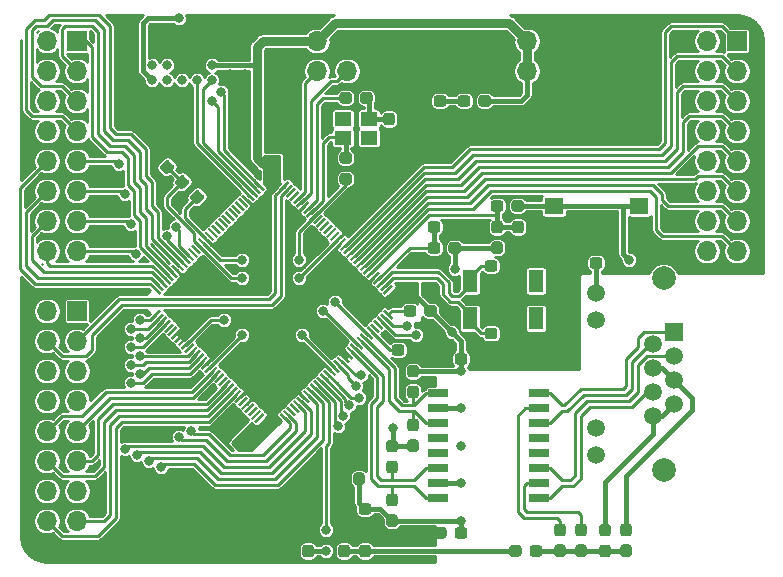
<source format=gbr>
G04 #@! TF.GenerationSoftware,KiCad,Pcbnew,(5.0.2)-1*
G04 #@! TF.CreationDate,2020-03-04T16:34:23-06:00*
G04 #@! TF.ProjectId,TM4C129-Breakout_Hardware,544d3443-3132-4392-9d42-7265616b6f75,rev?*
G04 #@! TF.SameCoordinates,Original*
G04 #@! TF.FileFunction,Copper,L1,Top*
G04 #@! TF.FilePolarity,Positive*
%FSLAX46Y46*%
G04 Gerber Fmt 4.6, Leading zero omitted, Abs format (unit mm)*
G04 Created by KiCad (PCBNEW (5.0.2)-1) date 3/4/2020 4:34:23 PM*
%MOMM*%
%LPD*%
G01*
G04 APERTURE LIST*
G04 #@! TA.AperFunction,Conductor*
%ADD10C,0.100000*%
G04 #@! TD*
G04 #@! TA.AperFunction,SMDPad,CuDef*
%ADD11C,0.950000*%
G04 #@! TD*
G04 #@! TA.AperFunction,SMDPad,CuDef*
%ADD12R,1.651000X0.762000*%
G04 #@! TD*
G04 #@! TA.AperFunction,ComponentPad*
%ADD13R,1.700000X1.700000*%
G04 #@! TD*
G04 #@! TA.AperFunction,ComponentPad*
%ADD14O,1.700000X1.700000*%
G04 #@! TD*
G04 #@! TA.AperFunction,SMDPad,CuDef*
%ADD15R,1.270000X1.905000*%
G04 #@! TD*
G04 #@! TA.AperFunction,ComponentPad*
%ADD16C,1.500000*%
G04 #@! TD*
G04 #@! TA.AperFunction,ComponentPad*
%ADD17C,2.000000*%
G04 #@! TD*
G04 #@! TA.AperFunction,ComponentPad*
%ADD18R,1.500000X1.500000*%
G04 #@! TD*
G04 #@! TA.AperFunction,SMDPad,CuDef*
%ADD19C,0.230000*%
G04 #@! TD*
G04 #@! TA.AperFunction,ComponentPad*
%ADD20C,0.800000*%
G04 #@! TD*
G04 #@! TA.AperFunction,SMDPad,CuDef*
%ADD21R,1.400000X1.200000*%
G04 #@! TD*
G04 #@! TA.AperFunction,SMDPad,CuDef*
%ADD22R,1.600000X1.400000*%
G04 #@! TD*
G04 #@! TA.AperFunction,ViaPad*
%ADD23C,0.800000*%
G04 #@! TD*
G04 #@! TA.AperFunction,Conductor*
%ADD24C,0.228600*%
G04 #@! TD*
G04 #@! TA.AperFunction,Conductor*
%ADD25C,0.381000*%
G04 #@! TD*
G04 #@! TA.AperFunction,Conductor*
%ADD26C,0.762000*%
G04 #@! TD*
G04 #@! TA.AperFunction,Conductor*
%ADD27C,0.254000*%
G04 #@! TD*
G04 #@! TA.AperFunction,NonConductor*
%ADD28C,0.254000*%
G04 #@! TD*
G04 APERTURE END LIST*
D10*
G04 #@! TO.N,Net-(C8-Pad2)*
G04 #@! TO.C,R10*
G36*
X177044779Y-129016144D02*
X177067834Y-129019563D01*
X177090443Y-129025227D01*
X177112387Y-129033079D01*
X177133457Y-129043044D01*
X177153448Y-129055026D01*
X177172168Y-129068910D01*
X177189438Y-129084562D01*
X177205090Y-129101832D01*
X177218974Y-129120552D01*
X177230956Y-129140543D01*
X177240921Y-129161613D01*
X177248773Y-129183557D01*
X177254437Y-129206166D01*
X177257856Y-129229221D01*
X177259000Y-129252500D01*
X177259000Y-129827500D01*
X177257856Y-129850779D01*
X177254437Y-129873834D01*
X177248773Y-129896443D01*
X177240921Y-129918387D01*
X177230956Y-129939457D01*
X177218974Y-129959448D01*
X177205090Y-129978168D01*
X177189438Y-129995438D01*
X177172168Y-130011090D01*
X177153448Y-130024974D01*
X177133457Y-130036956D01*
X177112387Y-130046921D01*
X177090443Y-130054773D01*
X177067834Y-130060437D01*
X177044779Y-130063856D01*
X177021500Y-130065000D01*
X176546500Y-130065000D01*
X176523221Y-130063856D01*
X176500166Y-130060437D01*
X176477557Y-130054773D01*
X176455613Y-130046921D01*
X176434543Y-130036956D01*
X176414552Y-130024974D01*
X176395832Y-130011090D01*
X176378562Y-129995438D01*
X176362910Y-129978168D01*
X176349026Y-129959448D01*
X176337044Y-129939457D01*
X176327079Y-129918387D01*
X176319227Y-129896443D01*
X176313563Y-129873834D01*
X176310144Y-129850779D01*
X176309000Y-129827500D01*
X176309000Y-129252500D01*
X176310144Y-129229221D01*
X176313563Y-129206166D01*
X176319227Y-129183557D01*
X176327079Y-129161613D01*
X176337044Y-129140543D01*
X176349026Y-129120552D01*
X176362910Y-129101832D01*
X176378562Y-129084562D01*
X176395832Y-129068910D01*
X176414552Y-129055026D01*
X176434543Y-129043044D01*
X176455613Y-129033079D01*
X176477557Y-129025227D01*
X176500166Y-129019563D01*
X176523221Y-129016144D01*
X176546500Y-129015000D01*
X177021500Y-129015000D01*
X177044779Y-129016144D01*
X177044779Y-129016144D01*
G37*
D11*
G04 #@! TD*
G04 #@! TO.P,R10,1*
G04 #@! TO.N,Net-(C8-Pad2)*
X176784000Y-129540000D03*
D10*
G04 #@! TO.N,Net-(J1-Pad7)*
G04 #@! TO.C,R10*
G36*
X177044779Y-127266144D02*
X177067834Y-127269563D01*
X177090443Y-127275227D01*
X177112387Y-127283079D01*
X177133457Y-127293044D01*
X177153448Y-127305026D01*
X177172168Y-127318910D01*
X177189438Y-127334562D01*
X177205090Y-127351832D01*
X177218974Y-127370552D01*
X177230956Y-127390543D01*
X177240921Y-127411613D01*
X177248773Y-127433557D01*
X177254437Y-127456166D01*
X177257856Y-127479221D01*
X177259000Y-127502500D01*
X177259000Y-128077500D01*
X177257856Y-128100779D01*
X177254437Y-128123834D01*
X177248773Y-128146443D01*
X177240921Y-128168387D01*
X177230956Y-128189457D01*
X177218974Y-128209448D01*
X177205090Y-128228168D01*
X177189438Y-128245438D01*
X177172168Y-128261090D01*
X177153448Y-128274974D01*
X177133457Y-128286956D01*
X177112387Y-128296921D01*
X177090443Y-128304773D01*
X177067834Y-128310437D01*
X177044779Y-128313856D01*
X177021500Y-128315000D01*
X176546500Y-128315000D01*
X176523221Y-128313856D01*
X176500166Y-128310437D01*
X176477557Y-128304773D01*
X176455613Y-128296921D01*
X176434543Y-128286956D01*
X176414552Y-128274974D01*
X176395832Y-128261090D01*
X176378562Y-128245438D01*
X176362910Y-128228168D01*
X176349026Y-128209448D01*
X176337044Y-128189457D01*
X176327079Y-128168387D01*
X176319227Y-128146443D01*
X176313563Y-128123834D01*
X176310144Y-128100779D01*
X176309000Y-128077500D01*
X176309000Y-127502500D01*
X176310144Y-127479221D01*
X176313563Y-127456166D01*
X176319227Y-127433557D01*
X176327079Y-127411613D01*
X176337044Y-127390543D01*
X176349026Y-127370552D01*
X176362910Y-127351832D01*
X176378562Y-127334562D01*
X176395832Y-127318910D01*
X176414552Y-127305026D01*
X176434543Y-127293044D01*
X176455613Y-127283079D01*
X176477557Y-127275227D01*
X176500166Y-127269563D01*
X176523221Y-127266144D01*
X176546500Y-127265000D01*
X177021500Y-127265000D01*
X177044779Y-127266144D01*
X177044779Y-127266144D01*
G37*
D11*
G04 #@! TD*
G04 #@! TO.P,R10,2*
G04 #@! TO.N,Net-(J1-Pad7)*
X176784000Y-127790000D03*
D10*
G04 #@! TO.N,Net-(J1-Pad4)*
G04 #@! TO.C,R9*
G36*
X178822779Y-127238144D02*
X178845834Y-127241563D01*
X178868443Y-127247227D01*
X178890387Y-127255079D01*
X178911457Y-127265044D01*
X178931448Y-127277026D01*
X178950168Y-127290910D01*
X178967438Y-127306562D01*
X178983090Y-127323832D01*
X178996974Y-127342552D01*
X179008956Y-127362543D01*
X179018921Y-127383613D01*
X179026773Y-127405557D01*
X179032437Y-127428166D01*
X179035856Y-127451221D01*
X179037000Y-127474500D01*
X179037000Y-128049500D01*
X179035856Y-128072779D01*
X179032437Y-128095834D01*
X179026773Y-128118443D01*
X179018921Y-128140387D01*
X179008956Y-128161457D01*
X178996974Y-128181448D01*
X178983090Y-128200168D01*
X178967438Y-128217438D01*
X178950168Y-128233090D01*
X178931448Y-128246974D01*
X178911457Y-128258956D01*
X178890387Y-128268921D01*
X178868443Y-128276773D01*
X178845834Y-128282437D01*
X178822779Y-128285856D01*
X178799500Y-128287000D01*
X178324500Y-128287000D01*
X178301221Y-128285856D01*
X178278166Y-128282437D01*
X178255557Y-128276773D01*
X178233613Y-128268921D01*
X178212543Y-128258956D01*
X178192552Y-128246974D01*
X178173832Y-128233090D01*
X178156562Y-128217438D01*
X178140910Y-128200168D01*
X178127026Y-128181448D01*
X178115044Y-128161457D01*
X178105079Y-128140387D01*
X178097227Y-128118443D01*
X178091563Y-128095834D01*
X178088144Y-128072779D01*
X178087000Y-128049500D01*
X178087000Y-127474500D01*
X178088144Y-127451221D01*
X178091563Y-127428166D01*
X178097227Y-127405557D01*
X178105079Y-127383613D01*
X178115044Y-127362543D01*
X178127026Y-127342552D01*
X178140910Y-127323832D01*
X178156562Y-127306562D01*
X178173832Y-127290910D01*
X178192552Y-127277026D01*
X178212543Y-127265044D01*
X178233613Y-127255079D01*
X178255557Y-127247227D01*
X178278166Y-127241563D01*
X178301221Y-127238144D01*
X178324500Y-127237000D01*
X178799500Y-127237000D01*
X178822779Y-127238144D01*
X178822779Y-127238144D01*
G37*
D11*
G04 #@! TD*
G04 #@! TO.P,R9,2*
G04 #@! TO.N,Net-(J1-Pad4)*
X178562000Y-127762000D03*
D10*
G04 #@! TO.N,Net-(C8-Pad2)*
G04 #@! TO.C,R9*
G36*
X178822779Y-128988144D02*
X178845834Y-128991563D01*
X178868443Y-128997227D01*
X178890387Y-129005079D01*
X178911457Y-129015044D01*
X178931448Y-129027026D01*
X178950168Y-129040910D01*
X178967438Y-129056562D01*
X178983090Y-129073832D01*
X178996974Y-129092552D01*
X179008956Y-129112543D01*
X179018921Y-129133613D01*
X179026773Y-129155557D01*
X179032437Y-129178166D01*
X179035856Y-129201221D01*
X179037000Y-129224500D01*
X179037000Y-129799500D01*
X179035856Y-129822779D01*
X179032437Y-129845834D01*
X179026773Y-129868443D01*
X179018921Y-129890387D01*
X179008956Y-129911457D01*
X178996974Y-129931448D01*
X178983090Y-129950168D01*
X178967438Y-129967438D01*
X178950168Y-129983090D01*
X178931448Y-129996974D01*
X178911457Y-130008956D01*
X178890387Y-130018921D01*
X178868443Y-130026773D01*
X178845834Y-130032437D01*
X178822779Y-130035856D01*
X178799500Y-130037000D01*
X178324500Y-130037000D01*
X178301221Y-130035856D01*
X178278166Y-130032437D01*
X178255557Y-130026773D01*
X178233613Y-130018921D01*
X178212543Y-130008956D01*
X178192552Y-129996974D01*
X178173832Y-129983090D01*
X178156562Y-129967438D01*
X178140910Y-129950168D01*
X178127026Y-129931448D01*
X178115044Y-129911457D01*
X178105079Y-129890387D01*
X178097227Y-129868443D01*
X178091563Y-129845834D01*
X178088144Y-129822779D01*
X178087000Y-129799500D01*
X178087000Y-129224500D01*
X178088144Y-129201221D01*
X178091563Y-129178166D01*
X178097227Y-129155557D01*
X178105079Y-129133613D01*
X178115044Y-129112543D01*
X178127026Y-129092552D01*
X178140910Y-129073832D01*
X178156562Y-129056562D01*
X178173832Y-129040910D01*
X178192552Y-129027026D01*
X178212543Y-129015044D01*
X178233613Y-129005079D01*
X178255557Y-128997227D01*
X178278166Y-128991563D01*
X178301221Y-128988144D01*
X178324500Y-128987000D01*
X178799500Y-128987000D01*
X178822779Y-128988144D01*
X178822779Y-128988144D01*
G37*
D11*
G04 #@! TD*
G04 #@! TO.P,R9,1*
G04 #@! TO.N,Net-(C8-Pad2)*
X178562000Y-129512000D03*
D10*
G04 #@! TO.N,Net-(C8-Pad2)*
G04 #@! TO.C,R7*
G36*
X173234779Y-128988144D02*
X173257834Y-128991563D01*
X173280443Y-128997227D01*
X173302387Y-129005079D01*
X173323457Y-129015044D01*
X173343448Y-129027026D01*
X173362168Y-129040910D01*
X173379438Y-129056562D01*
X173395090Y-129073832D01*
X173408974Y-129092552D01*
X173420956Y-129112543D01*
X173430921Y-129133613D01*
X173438773Y-129155557D01*
X173444437Y-129178166D01*
X173447856Y-129201221D01*
X173449000Y-129224500D01*
X173449000Y-129799500D01*
X173447856Y-129822779D01*
X173444437Y-129845834D01*
X173438773Y-129868443D01*
X173430921Y-129890387D01*
X173420956Y-129911457D01*
X173408974Y-129931448D01*
X173395090Y-129950168D01*
X173379438Y-129967438D01*
X173362168Y-129983090D01*
X173343448Y-129996974D01*
X173323457Y-130008956D01*
X173302387Y-130018921D01*
X173280443Y-130026773D01*
X173257834Y-130032437D01*
X173234779Y-130035856D01*
X173211500Y-130037000D01*
X172736500Y-130037000D01*
X172713221Y-130035856D01*
X172690166Y-130032437D01*
X172667557Y-130026773D01*
X172645613Y-130018921D01*
X172624543Y-130008956D01*
X172604552Y-129996974D01*
X172585832Y-129983090D01*
X172568562Y-129967438D01*
X172552910Y-129950168D01*
X172539026Y-129931448D01*
X172527044Y-129911457D01*
X172517079Y-129890387D01*
X172509227Y-129868443D01*
X172503563Y-129845834D01*
X172500144Y-129822779D01*
X172499000Y-129799500D01*
X172499000Y-129224500D01*
X172500144Y-129201221D01*
X172503563Y-129178166D01*
X172509227Y-129155557D01*
X172517079Y-129133613D01*
X172527044Y-129112543D01*
X172539026Y-129092552D01*
X172552910Y-129073832D01*
X172568562Y-129056562D01*
X172585832Y-129040910D01*
X172604552Y-129027026D01*
X172624543Y-129015044D01*
X172645613Y-129005079D01*
X172667557Y-128997227D01*
X172690166Y-128991563D01*
X172713221Y-128988144D01*
X172736500Y-128987000D01*
X173211500Y-128987000D01*
X173234779Y-128988144D01*
X173234779Y-128988144D01*
G37*
D11*
G04 #@! TD*
G04 #@! TO.P,R7,1*
G04 #@! TO.N,Net-(C8-Pad2)*
X172974000Y-129512000D03*
D10*
G04 #@! TO.N,Net-(R7-Pad2)*
G04 #@! TO.C,R7*
G36*
X173234779Y-127238144D02*
X173257834Y-127241563D01*
X173280443Y-127247227D01*
X173302387Y-127255079D01*
X173323457Y-127265044D01*
X173343448Y-127277026D01*
X173362168Y-127290910D01*
X173379438Y-127306562D01*
X173395090Y-127323832D01*
X173408974Y-127342552D01*
X173420956Y-127362543D01*
X173430921Y-127383613D01*
X173438773Y-127405557D01*
X173444437Y-127428166D01*
X173447856Y-127451221D01*
X173449000Y-127474500D01*
X173449000Y-128049500D01*
X173447856Y-128072779D01*
X173444437Y-128095834D01*
X173438773Y-128118443D01*
X173430921Y-128140387D01*
X173420956Y-128161457D01*
X173408974Y-128181448D01*
X173395090Y-128200168D01*
X173379438Y-128217438D01*
X173362168Y-128233090D01*
X173343448Y-128246974D01*
X173323457Y-128258956D01*
X173302387Y-128268921D01*
X173280443Y-128276773D01*
X173257834Y-128282437D01*
X173234779Y-128285856D01*
X173211500Y-128287000D01*
X172736500Y-128287000D01*
X172713221Y-128285856D01*
X172690166Y-128282437D01*
X172667557Y-128276773D01*
X172645613Y-128268921D01*
X172624543Y-128258956D01*
X172604552Y-128246974D01*
X172585832Y-128233090D01*
X172568562Y-128217438D01*
X172552910Y-128200168D01*
X172539026Y-128181448D01*
X172527044Y-128161457D01*
X172517079Y-128140387D01*
X172509227Y-128118443D01*
X172503563Y-128095834D01*
X172500144Y-128072779D01*
X172499000Y-128049500D01*
X172499000Y-127474500D01*
X172500144Y-127451221D01*
X172503563Y-127428166D01*
X172509227Y-127405557D01*
X172517079Y-127383613D01*
X172527044Y-127362543D01*
X172539026Y-127342552D01*
X172552910Y-127323832D01*
X172568562Y-127306562D01*
X172585832Y-127290910D01*
X172604552Y-127277026D01*
X172624543Y-127265044D01*
X172645613Y-127255079D01*
X172667557Y-127247227D01*
X172690166Y-127241563D01*
X172713221Y-127238144D01*
X172736500Y-127237000D01*
X173211500Y-127237000D01*
X173234779Y-127238144D01*
X173234779Y-127238144D01*
G37*
D11*
G04 #@! TD*
G04 #@! TO.P,R7,2*
G04 #@! TO.N,Net-(R7-Pad2)*
X172974000Y-127762000D03*
D10*
G04 #@! TO.N,Net-(R8-Pad2)*
G04 #@! TO.C,R8*
G36*
X175012779Y-127238144D02*
X175035834Y-127241563D01*
X175058443Y-127247227D01*
X175080387Y-127255079D01*
X175101457Y-127265044D01*
X175121448Y-127277026D01*
X175140168Y-127290910D01*
X175157438Y-127306562D01*
X175173090Y-127323832D01*
X175186974Y-127342552D01*
X175198956Y-127362543D01*
X175208921Y-127383613D01*
X175216773Y-127405557D01*
X175222437Y-127428166D01*
X175225856Y-127451221D01*
X175227000Y-127474500D01*
X175227000Y-128049500D01*
X175225856Y-128072779D01*
X175222437Y-128095834D01*
X175216773Y-128118443D01*
X175208921Y-128140387D01*
X175198956Y-128161457D01*
X175186974Y-128181448D01*
X175173090Y-128200168D01*
X175157438Y-128217438D01*
X175140168Y-128233090D01*
X175121448Y-128246974D01*
X175101457Y-128258956D01*
X175080387Y-128268921D01*
X175058443Y-128276773D01*
X175035834Y-128282437D01*
X175012779Y-128285856D01*
X174989500Y-128287000D01*
X174514500Y-128287000D01*
X174491221Y-128285856D01*
X174468166Y-128282437D01*
X174445557Y-128276773D01*
X174423613Y-128268921D01*
X174402543Y-128258956D01*
X174382552Y-128246974D01*
X174363832Y-128233090D01*
X174346562Y-128217438D01*
X174330910Y-128200168D01*
X174317026Y-128181448D01*
X174305044Y-128161457D01*
X174295079Y-128140387D01*
X174287227Y-128118443D01*
X174281563Y-128095834D01*
X174278144Y-128072779D01*
X174277000Y-128049500D01*
X174277000Y-127474500D01*
X174278144Y-127451221D01*
X174281563Y-127428166D01*
X174287227Y-127405557D01*
X174295079Y-127383613D01*
X174305044Y-127362543D01*
X174317026Y-127342552D01*
X174330910Y-127323832D01*
X174346562Y-127306562D01*
X174363832Y-127290910D01*
X174382552Y-127277026D01*
X174402543Y-127265044D01*
X174423613Y-127255079D01*
X174445557Y-127247227D01*
X174468166Y-127241563D01*
X174491221Y-127238144D01*
X174514500Y-127237000D01*
X174989500Y-127237000D01*
X175012779Y-127238144D01*
X175012779Y-127238144D01*
G37*
D11*
G04 #@! TD*
G04 #@! TO.P,R8,2*
G04 #@! TO.N,Net-(R8-Pad2)*
X174752000Y-127762000D03*
D10*
G04 #@! TO.N,Net-(C8-Pad2)*
G04 #@! TO.C,R8*
G36*
X175012779Y-128988144D02*
X175035834Y-128991563D01*
X175058443Y-128997227D01*
X175080387Y-129005079D01*
X175101457Y-129015044D01*
X175121448Y-129027026D01*
X175140168Y-129040910D01*
X175157438Y-129056562D01*
X175173090Y-129073832D01*
X175186974Y-129092552D01*
X175198956Y-129112543D01*
X175208921Y-129133613D01*
X175216773Y-129155557D01*
X175222437Y-129178166D01*
X175225856Y-129201221D01*
X175227000Y-129224500D01*
X175227000Y-129799500D01*
X175225856Y-129822779D01*
X175222437Y-129845834D01*
X175216773Y-129868443D01*
X175208921Y-129890387D01*
X175198956Y-129911457D01*
X175186974Y-129931448D01*
X175173090Y-129950168D01*
X175157438Y-129967438D01*
X175140168Y-129983090D01*
X175121448Y-129996974D01*
X175101457Y-130008956D01*
X175080387Y-130018921D01*
X175058443Y-130026773D01*
X175035834Y-130032437D01*
X175012779Y-130035856D01*
X174989500Y-130037000D01*
X174514500Y-130037000D01*
X174491221Y-130035856D01*
X174468166Y-130032437D01*
X174445557Y-130026773D01*
X174423613Y-130018921D01*
X174402543Y-130008956D01*
X174382552Y-129996974D01*
X174363832Y-129983090D01*
X174346562Y-129967438D01*
X174330910Y-129950168D01*
X174317026Y-129931448D01*
X174305044Y-129911457D01*
X174295079Y-129890387D01*
X174287227Y-129868443D01*
X174281563Y-129845834D01*
X174278144Y-129822779D01*
X174277000Y-129799500D01*
X174277000Y-129224500D01*
X174278144Y-129201221D01*
X174281563Y-129178166D01*
X174287227Y-129155557D01*
X174295079Y-129133613D01*
X174305044Y-129112543D01*
X174317026Y-129092552D01*
X174330910Y-129073832D01*
X174346562Y-129056562D01*
X174363832Y-129040910D01*
X174382552Y-129027026D01*
X174402543Y-129015044D01*
X174423613Y-129005079D01*
X174445557Y-128997227D01*
X174468166Y-128991563D01*
X174491221Y-128988144D01*
X174514500Y-128987000D01*
X174989500Y-128987000D01*
X175012779Y-128988144D01*
X175012779Y-128988144D01*
G37*
D11*
G04 #@! TD*
G04 #@! TO.P,R8,1*
G04 #@! TO.N,Net-(C8-Pad2)*
X174752000Y-129512000D03*
D10*
G04 #@! TO.N,Net-(J1-Pad11)*
G04 #@! TO.C,R16*
G36*
X151898779Y-129016144D02*
X151921834Y-129019563D01*
X151944443Y-129025227D01*
X151966387Y-129033079D01*
X151987457Y-129043044D01*
X152007448Y-129055026D01*
X152026168Y-129068910D01*
X152043438Y-129084562D01*
X152059090Y-129101832D01*
X152072974Y-129120552D01*
X152084956Y-129140543D01*
X152094921Y-129161613D01*
X152102773Y-129183557D01*
X152108437Y-129206166D01*
X152111856Y-129229221D01*
X152113000Y-129252500D01*
X152113000Y-129827500D01*
X152111856Y-129850779D01*
X152108437Y-129873834D01*
X152102773Y-129896443D01*
X152094921Y-129918387D01*
X152084956Y-129939457D01*
X152072974Y-129959448D01*
X152059090Y-129978168D01*
X152043438Y-129995438D01*
X152026168Y-130011090D01*
X152007448Y-130024974D01*
X151987457Y-130036956D01*
X151966387Y-130046921D01*
X151944443Y-130054773D01*
X151921834Y-130060437D01*
X151898779Y-130063856D01*
X151875500Y-130065000D01*
X151400500Y-130065000D01*
X151377221Y-130063856D01*
X151354166Y-130060437D01*
X151331557Y-130054773D01*
X151309613Y-130046921D01*
X151288543Y-130036956D01*
X151268552Y-130024974D01*
X151249832Y-130011090D01*
X151232562Y-129995438D01*
X151216910Y-129978168D01*
X151203026Y-129959448D01*
X151191044Y-129939457D01*
X151181079Y-129918387D01*
X151173227Y-129896443D01*
X151167563Y-129873834D01*
X151164144Y-129850779D01*
X151163000Y-129827500D01*
X151163000Y-129252500D01*
X151164144Y-129229221D01*
X151167563Y-129206166D01*
X151173227Y-129183557D01*
X151181079Y-129161613D01*
X151191044Y-129140543D01*
X151203026Y-129120552D01*
X151216910Y-129101832D01*
X151232562Y-129084562D01*
X151249832Y-129068910D01*
X151268552Y-129055026D01*
X151288543Y-129043044D01*
X151309613Y-129033079D01*
X151331557Y-129025227D01*
X151354166Y-129019563D01*
X151377221Y-129016144D01*
X151400500Y-129015000D01*
X151875500Y-129015000D01*
X151898779Y-129016144D01*
X151898779Y-129016144D01*
G37*
D11*
G04 #@! TD*
G04 #@! TO.P,R16,1*
G04 #@! TO.N,Net-(J1-Pad11)*
X151638000Y-129540000D03*
D10*
G04 #@! TO.N,GND*
G04 #@! TO.C,R16*
G36*
X151898779Y-127266144D02*
X151921834Y-127269563D01*
X151944443Y-127275227D01*
X151966387Y-127283079D01*
X151987457Y-127293044D01*
X152007448Y-127305026D01*
X152026168Y-127318910D01*
X152043438Y-127334562D01*
X152059090Y-127351832D01*
X152072974Y-127370552D01*
X152084956Y-127390543D01*
X152094921Y-127411613D01*
X152102773Y-127433557D01*
X152108437Y-127456166D01*
X152111856Y-127479221D01*
X152113000Y-127502500D01*
X152113000Y-128077500D01*
X152111856Y-128100779D01*
X152108437Y-128123834D01*
X152102773Y-128146443D01*
X152094921Y-128168387D01*
X152084956Y-128189457D01*
X152072974Y-128209448D01*
X152059090Y-128228168D01*
X152043438Y-128245438D01*
X152026168Y-128261090D01*
X152007448Y-128274974D01*
X151987457Y-128286956D01*
X151966387Y-128296921D01*
X151944443Y-128304773D01*
X151921834Y-128310437D01*
X151898779Y-128313856D01*
X151875500Y-128315000D01*
X151400500Y-128315000D01*
X151377221Y-128313856D01*
X151354166Y-128310437D01*
X151331557Y-128304773D01*
X151309613Y-128296921D01*
X151288543Y-128286956D01*
X151268552Y-128274974D01*
X151249832Y-128261090D01*
X151232562Y-128245438D01*
X151216910Y-128228168D01*
X151203026Y-128209448D01*
X151191044Y-128189457D01*
X151181079Y-128168387D01*
X151173227Y-128146443D01*
X151167563Y-128123834D01*
X151164144Y-128100779D01*
X151163000Y-128077500D01*
X151163000Y-127502500D01*
X151164144Y-127479221D01*
X151167563Y-127456166D01*
X151173227Y-127433557D01*
X151181079Y-127411613D01*
X151191044Y-127390543D01*
X151203026Y-127370552D01*
X151216910Y-127351832D01*
X151232562Y-127334562D01*
X151249832Y-127318910D01*
X151268552Y-127305026D01*
X151288543Y-127293044D01*
X151309613Y-127283079D01*
X151331557Y-127275227D01*
X151354166Y-127269563D01*
X151377221Y-127266144D01*
X151400500Y-127265000D01*
X151875500Y-127265000D01*
X151898779Y-127266144D01*
X151898779Y-127266144D01*
G37*
D11*
G04 #@! TD*
G04 #@! TO.P,R16,2*
G04 #@! TO.N,GND*
X151638000Y-127790000D03*
D12*
G04 #@! TO.P,U1,1*
G04 #@! TO.N,EN0TXO_P*
X162687000Y-116205000D03*
G04 #@! TO.P,U1,2*
G04 #@! TO.N,+3V3*
X162687000Y-117475000D03*
G04 #@! TO.P,U1,3*
G04 #@! TO.N,EN0TXO_N*
X162687000Y-118745000D03*
G04 #@! TO.P,U1,4*
G04 #@! TO.N,N/C*
X162687000Y-120015000D03*
G04 #@! TO.P,U1,5*
X162687000Y-121285000D03*
G04 #@! TO.P,U1,6*
G04 #@! TO.N,EN0RXI_P*
X162687000Y-122555000D03*
G04 #@! TO.P,U1,7*
G04 #@! TO.N,+3V3*
X162687000Y-123825000D03*
G04 #@! TO.P,U1,8*
G04 #@! TO.N,EN0RXI_N*
X162687000Y-125095000D03*
G04 #@! TO.P,U1,9*
G04 #@! TO.N,Net-(J1-Pad6)*
X171196000Y-125095000D03*
G04 #@! TO.P,U1,10*
G04 #@! TO.N,Net-(R8-Pad2)*
X171196000Y-123825000D03*
G04 #@! TO.P,U1,11*
G04 #@! TO.N,Net-(J1-Pad3)*
X171196000Y-122555000D03*
G04 #@! TO.P,U1,12*
G04 #@! TO.N,N/C*
X171196000Y-121285000D03*
G04 #@! TO.P,U1,13*
X171196000Y-120015000D03*
G04 #@! TO.P,U1,14*
G04 #@! TO.N,Net-(J1-Pad2)*
X171196000Y-118745000D03*
G04 #@! TO.P,U1,15*
G04 #@! TO.N,Net-(R7-Pad2)*
X171196000Y-117475000D03*
G04 #@! TO.P,U1,16*
G04 #@! TO.N,Net-(J1-Pad1)*
X171196000Y-116205000D03*
G04 #@! TD*
D13*
G04 #@! TO.P,J4,1*
G04 #@! TO.N,T2_A*
X187960000Y-86360000D03*
D14*
G04 #@! TO.P,J4,2*
G04 #@! TO.N,Net-(J4-Pad2)*
X185420000Y-86360000D03*
G04 #@! TO.P,J4,3*
G04 #@! TO.N,T2_B*
X187960000Y-88900000D03*
G04 #@! TO.P,J4,4*
G04 #@! TO.N,PWM1*
X185420000Y-88900000D03*
G04 #@! TO.P,J4,5*
G04 #@! TO.N,T3_A*
X187960000Y-91440000D03*
G04 #@! TO.P,J4,6*
G04 #@! TO.N,PWM2*
X185420000Y-91440000D03*
G04 #@! TO.P,J4,7*
G04 #@! TO.N,T3_B*
X187960000Y-93980000D03*
G04 #@! TO.P,J4,8*
G04 #@! TO.N,PWM3*
X185420000Y-93980000D03*
G04 #@! TO.P,J4,9*
G04 #@! TO.N,T4_A*
X187960000Y-96520000D03*
G04 #@! TO.P,J4,10*
G04 #@! TO.N,PWM4*
X185420000Y-96520000D03*
G04 #@! TO.P,J4,11*
G04 #@! TO.N,T4_B*
X187960000Y-99060000D03*
G04 #@! TO.P,J4,12*
G04 #@! TO.N,PWM5*
X185420000Y-99060000D03*
G04 #@! TO.P,J4,13*
G04 #@! TO.N,T5_A*
X187960000Y-101600000D03*
G04 #@! TO.P,J4,14*
G04 #@! TO.N,PWM6*
X185420000Y-101600000D03*
G04 #@! TO.P,J4,15*
G04 #@! TO.N,T5_B*
X187960000Y-104140000D03*
G04 #@! TO.P,J4,16*
G04 #@! TO.N,PWM7*
X185420000Y-104140000D03*
G04 #@! TD*
D10*
G04 #@! TO.N,+3V3*
G04 #@! TO.C,R15*
G36*
X164366779Y-103412144D02*
X164389834Y-103415563D01*
X164412443Y-103421227D01*
X164434387Y-103429079D01*
X164455457Y-103439044D01*
X164475448Y-103451026D01*
X164494168Y-103464910D01*
X164511438Y-103480562D01*
X164527090Y-103497832D01*
X164540974Y-103516552D01*
X164552956Y-103536543D01*
X164562921Y-103557613D01*
X164570773Y-103579557D01*
X164576437Y-103602166D01*
X164579856Y-103625221D01*
X164581000Y-103648500D01*
X164581000Y-104123500D01*
X164579856Y-104146779D01*
X164576437Y-104169834D01*
X164570773Y-104192443D01*
X164562921Y-104214387D01*
X164552956Y-104235457D01*
X164540974Y-104255448D01*
X164527090Y-104274168D01*
X164511438Y-104291438D01*
X164494168Y-104307090D01*
X164475448Y-104320974D01*
X164455457Y-104332956D01*
X164434387Y-104342921D01*
X164412443Y-104350773D01*
X164389834Y-104356437D01*
X164366779Y-104359856D01*
X164343500Y-104361000D01*
X163768500Y-104361000D01*
X163745221Y-104359856D01*
X163722166Y-104356437D01*
X163699557Y-104350773D01*
X163677613Y-104342921D01*
X163656543Y-104332956D01*
X163636552Y-104320974D01*
X163617832Y-104307090D01*
X163600562Y-104291438D01*
X163584910Y-104274168D01*
X163571026Y-104255448D01*
X163559044Y-104235457D01*
X163549079Y-104214387D01*
X163541227Y-104192443D01*
X163535563Y-104169834D01*
X163532144Y-104146779D01*
X163531000Y-104123500D01*
X163531000Y-103648500D01*
X163532144Y-103625221D01*
X163535563Y-103602166D01*
X163541227Y-103579557D01*
X163549079Y-103557613D01*
X163559044Y-103536543D01*
X163571026Y-103516552D01*
X163584910Y-103497832D01*
X163600562Y-103480562D01*
X163617832Y-103464910D01*
X163636552Y-103451026D01*
X163656543Y-103439044D01*
X163677613Y-103429079D01*
X163699557Y-103421227D01*
X163722166Y-103415563D01*
X163745221Y-103412144D01*
X163768500Y-103411000D01*
X164343500Y-103411000D01*
X164366779Y-103412144D01*
X164366779Y-103412144D01*
G37*
D11*
G04 #@! TD*
G04 #@! TO.P,R15,1*
G04 #@! TO.N,+3V3*
X164056000Y-103886000D03*
D10*
G04 #@! TO.N,/VBAT*
G04 #@! TO.C,R15*
G36*
X162616779Y-103412144D02*
X162639834Y-103415563D01*
X162662443Y-103421227D01*
X162684387Y-103429079D01*
X162705457Y-103439044D01*
X162725448Y-103451026D01*
X162744168Y-103464910D01*
X162761438Y-103480562D01*
X162777090Y-103497832D01*
X162790974Y-103516552D01*
X162802956Y-103536543D01*
X162812921Y-103557613D01*
X162820773Y-103579557D01*
X162826437Y-103602166D01*
X162829856Y-103625221D01*
X162831000Y-103648500D01*
X162831000Y-104123500D01*
X162829856Y-104146779D01*
X162826437Y-104169834D01*
X162820773Y-104192443D01*
X162812921Y-104214387D01*
X162802956Y-104235457D01*
X162790974Y-104255448D01*
X162777090Y-104274168D01*
X162761438Y-104291438D01*
X162744168Y-104307090D01*
X162725448Y-104320974D01*
X162705457Y-104332956D01*
X162684387Y-104342921D01*
X162662443Y-104350773D01*
X162639834Y-104356437D01*
X162616779Y-104359856D01*
X162593500Y-104361000D01*
X162018500Y-104361000D01*
X161995221Y-104359856D01*
X161972166Y-104356437D01*
X161949557Y-104350773D01*
X161927613Y-104342921D01*
X161906543Y-104332956D01*
X161886552Y-104320974D01*
X161867832Y-104307090D01*
X161850562Y-104291438D01*
X161834910Y-104274168D01*
X161821026Y-104255448D01*
X161809044Y-104235457D01*
X161799079Y-104214387D01*
X161791227Y-104192443D01*
X161785563Y-104169834D01*
X161782144Y-104146779D01*
X161781000Y-104123500D01*
X161781000Y-103648500D01*
X161782144Y-103625221D01*
X161785563Y-103602166D01*
X161791227Y-103579557D01*
X161799079Y-103557613D01*
X161809044Y-103536543D01*
X161821026Y-103516552D01*
X161834910Y-103497832D01*
X161850562Y-103480562D01*
X161867832Y-103464910D01*
X161886552Y-103451026D01*
X161906543Y-103439044D01*
X161927613Y-103429079D01*
X161949557Y-103421227D01*
X161972166Y-103415563D01*
X161995221Y-103412144D01*
X162018500Y-103411000D01*
X162593500Y-103411000D01*
X162616779Y-103412144D01*
X162616779Y-103412144D01*
G37*
D11*
G04 #@! TD*
G04 #@! TO.P,R15,2*
G04 #@! TO.N,/VBAT*
X162306000Y-103886000D03*
D10*
G04 #@! TO.N,GND*
G04 #@! TO.C,C13*
G36*
X164366779Y-101634144D02*
X164389834Y-101637563D01*
X164412443Y-101643227D01*
X164434387Y-101651079D01*
X164455457Y-101661044D01*
X164475448Y-101673026D01*
X164494168Y-101686910D01*
X164511438Y-101702562D01*
X164527090Y-101719832D01*
X164540974Y-101738552D01*
X164552956Y-101758543D01*
X164562921Y-101779613D01*
X164570773Y-101801557D01*
X164576437Y-101824166D01*
X164579856Y-101847221D01*
X164581000Y-101870500D01*
X164581000Y-102345500D01*
X164579856Y-102368779D01*
X164576437Y-102391834D01*
X164570773Y-102414443D01*
X164562921Y-102436387D01*
X164552956Y-102457457D01*
X164540974Y-102477448D01*
X164527090Y-102496168D01*
X164511438Y-102513438D01*
X164494168Y-102529090D01*
X164475448Y-102542974D01*
X164455457Y-102554956D01*
X164434387Y-102564921D01*
X164412443Y-102572773D01*
X164389834Y-102578437D01*
X164366779Y-102581856D01*
X164343500Y-102583000D01*
X163768500Y-102583000D01*
X163745221Y-102581856D01*
X163722166Y-102578437D01*
X163699557Y-102572773D01*
X163677613Y-102564921D01*
X163656543Y-102554956D01*
X163636552Y-102542974D01*
X163617832Y-102529090D01*
X163600562Y-102513438D01*
X163584910Y-102496168D01*
X163571026Y-102477448D01*
X163559044Y-102457457D01*
X163549079Y-102436387D01*
X163541227Y-102414443D01*
X163535563Y-102391834D01*
X163532144Y-102368779D01*
X163531000Y-102345500D01*
X163531000Y-101870500D01*
X163532144Y-101847221D01*
X163535563Y-101824166D01*
X163541227Y-101801557D01*
X163549079Y-101779613D01*
X163559044Y-101758543D01*
X163571026Y-101738552D01*
X163584910Y-101719832D01*
X163600562Y-101702562D01*
X163617832Y-101686910D01*
X163636552Y-101673026D01*
X163656543Y-101661044D01*
X163677613Y-101651079D01*
X163699557Y-101643227D01*
X163722166Y-101637563D01*
X163745221Y-101634144D01*
X163768500Y-101633000D01*
X164343500Y-101633000D01*
X164366779Y-101634144D01*
X164366779Y-101634144D01*
G37*
D11*
G04 #@! TD*
G04 #@! TO.P,C13,1*
G04 #@! TO.N,GND*
X164056000Y-102108000D03*
D10*
G04 #@! TO.N,/VBAT*
G04 #@! TO.C,C13*
G36*
X162616779Y-101634144D02*
X162639834Y-101637563D01*
X162662443Y-101643227D01*
X162684387Y-101651079D01*
X162705457Y-101661044D01*
X162725448Y-101673026D01*
X162744168Y-101686910D01*
X162761438Y-101702562D01*
X162777090Y-101719832D01*
X162790974Y-101738552D01*
X162802956Y-101758543D01*
X162812921Y-101779613D01*
X162820773Y-101801557D01*
X162826437Y-101824166D01*
X162829856Y-101847221D01*
X162831000Y-101870500D01*
X162831000Y-102345500D01*
X162829856Y-102368779D01*
X162826437Y-102391834D01*
X162820773Y-102414443D01*
X162812921Y-102436387D01*
X162802956Y-102457457D01*
X162790974Y-102477448D01*
X162777090Y-102496168D01*
X162761438Y-102513438D01*
X162744168Y-102529090D01*
X162725448Y-102542974D01*
X162705457Y-102554956D01*
X162684387Y-102564921D01*
X162662443Y-102572773D01*
X162639834Y-102578437D01*
X162616779Y-102581856D01*
X162593500Y-102583000D01*
X162018500Y-102583000D01*
X161995221Y-102581856D01*
X161972166Y-102578437D01*
X161949557Y-102572773D01*
X161927613Y-102564921D01*
X161906543Y-102554956D01*
X161886552Y-102542974D01*
X161867832Y-102529090D01*
X161850562Y-102513438D01*
X161834910Y-102496168D01*
X161821026Y-102477448D01*
X161809044Y-102457457D01*
X161799079Y-102436387D01*
X161791227Y-102414443D01*
X161785563Y-102391834D01*
X161782144Y-102368779D01*
X161781000Y-102345500D01*
X161781000Y-101870500D01*
X161782144Y-101847221D01*
X161785563Y-101824166D01*
X161791227Y-101801557D01*
X161799079Y-101779613D01*
X161809044Y-101758543D01*
X161821026Y-101738552D01*
X161834910Y-101719832D01*
X161850562Y-101702562D01*
X161867832Y-101686910D01*
X161886552Y-101673026D01*
X161906543Y-101661044D01*
X161927613Y-101651079D01*
X161949557Y-101643227D01*
X161972166Y-101637563D01*
X161995221Y-101634144D01*
X162018500Y-101633000D01*
X162593500Y-101633000D01*
X162616779Y-101634144D01*
X162616779Y-101634144D01*
G37*
D11*
G04 #@! TD*
G04 #@! TO.P,C13,2*
G04 #@! TO.N,/VBAT*
X162306000Y-102108000D03*
D15*
G04 #@! TO.P,Y2,2*
G04 #@! TO.N,/XOSC1*
X165354000Y-106680000D03*
G04 #@! TO.P,Y2,*
G04 #@! TO.N,*
X170942000Y-106680000D03*
G04 #@! TO.P,Y2,1*
G04 #@! TO.N,/XOSC0*
X165354000Y-109855000D03*
G04 #@! TO.P,Y2,*
G04 #@! TO.N,*
X170942000Y-109855000D03*
G04 #@! TD*
D10*
G04 #@! TO.N,EN0TXO_P*
G04 #@! TO.C,R1*
G36*
X160788779Y-115554144D02*
X160811834Y-115557563D01*
X160834443Y-115563227D01*
X160856387Y-115571079D01*
X160877457Y-115581044D01*
X160897448Y-115593026D01*
X160916168Y-115606910D01*
X160933438Y-115622562D01*
X160949090Y-115639832D01*
X160962974Y-115658552D01*
X160974956Y-115678543D01*
X160984921Y-115699613D01*
X160992773Y-115721557D01*
X160998437Y-115744166D01*
X161001856Y-115767221D01*
X161003000Y-115790500D01*
X161003000Y-116365500D01*
X161001856Y-116388779D01*
X160998437Y-116411834D01*
X160992773Y-116434443D01*
X160984921Y-116456387D01*
X160974956Y-116477457D01*
X160962974Y-116497448D01*
X160949090Y-116516168D01*
X160933438Y-116533438D01*
X160916168Y-116549090D01*
X160897448Y-116562974D01*
X160877457Y-116574956D01*
X160856387Y-116584921D01*
X160834443Y-116592773D01*
X160811834Y-116598437D01*
X160788779Y-116601856D01*
X160765500Y-116603000D01*
X160290500Y-116603000D01*
X160267221Y-116601856D01*
X160244166Y-116598437D01*
X160221557Y-116592773D01*
X160199613Y-116584921D01*
X160178543Y-116574956D01*
X160158552Y-116562974D01*
X160139832Y-116549090D01*
X160122562Y-116533438D01*
X160106910Y-116516168D01*
X160093026Y-116497448D01*
X160081044Y-116477457D01*
X160071079Y-116456387D01*
X160063227Y-116434443D01*
X160057563Y-116411834D01*
X160054144Y-116388779D01*
X160053000Y-116365500D01*
X160053000Y-115790500D01*
X160054144Y-115767221D01*
X160057563Y-115744166D01*
X160063227Y-115721557D01*
X160071079Y-115699613D01*
X160081044Y-115678543D01*
X160093026Y-115658552D01*
X160106910Y-115639832D01*
X160122562Y-115622562D01*
X160139832Y-115606910D01*
X160158552Y-115593026D01*
X160178543Y-115581044D01*
X160199613Y-115571079D01*
X160221557Y-115563227D01*
X160244166Y-115557563D01*
X160267221Y-115554144D01*
X160290500Y-115553000D01*
X160765500Y-115553000D01*
X160788779Y-115554144D01*
X160788779Y-115554144D01*
G37*
D11*
G04 #@! TD*
G04 #@! TO.P,R1,2*
G04 #@! TO.N,EN0TXO_P*
X160528000Y-116078000D03*
D10*
G04 #@! TO.N,+3V3*
G04 #@! TO.C,R1*
G36*
X160788779Y-113804144D02*
X160811834Y-113807563D01*
X160834443Y-113813227D01*
X160856387Y-113821079D01*
X160877457Y-113831044D01*
X160897448Y-113843026D01*
X160916168Y-113856910D01*
X160933438Y-113872562D01*
X160949090Y-113889832D01*
X160962974Y-113908552D01*
X160974956Y-113928543D01*
X160984921Y-113949613D01*
X160992773Y-113971557D01*
X160998437Y-113994166D01*
X161001856Y-114017221D01*
X161003000Y-114040500D01*
X161003000Y-114615500D01*
X161001856Y-114638779D01*
X160998437Y-114661834D01*
X160992773Y-114684443D01*
X160984921Y-114706387D01*
X160974956Y-114727457D01*
X160962974Y-114747448D01*
X160949090Y-114766168D01*
X160933438Y-114783438D01*
X160916168Y-114799090D01*
X160897448Y-114812974D01*
X160877457Y-114824956D01*
X160856387Y-114834921D01*
X160834443Y-114842773D01*
X160811834Y-114848437D01*
X160788779Y-114851856D01*
X160765500Y-114853000D01*
X160290500Y-114853000D01*
X160267221Y-114851856D01*
X160244166Y-114848437D01*
X160221557Y-114842773D01*
X160199613Y-114834921D01*
X160178543Y-114824956D01*
X160158552Y-114812974D01*
X160139832Y-114799090D01*
X160122562Y-114783438D01*
X160106910Y-114766168D01*
X160093026Y-114747448D01*
X160081044Y-114727457D01*
X160071079Y-114706387D01*
X160063227Y-114684443D01*
X160057563Y-114661834D01*
X160054144Y-114638779D01*
X160053000Y-114615500D01*
X160053000Y-114040500D01*
X160054144Y-114017221D01*
X160057563Y-113994166D01*
X160063227Y-113971557D01*
X160071079Y-113949613D01*
X160081044Y-113928543D01*
X160093026Y-113908552D01*
X160106910Y-113889832D01*
X160122562Y-113872562D01*
X160139832Y-113856910D01*
X160158552Y-113843026D01*
X160178543Y-113831044D01*
X160199613Y-113821079D01*
X160221557Y-113813227D01*
X160244166Y-113807563D01*
X160267221Y-113804144D01*
X160290500Y-113803000D01*
X160765500Y-113803000D01*
X160788779Y-113804144D01*
X160788779Y-113804144D01*
G37*
D11*
G04 #@! TD*
G04 #@! TO.P,R1,1*
G04 #@! TO.N,+3V3*
X160528000Y-114328000D03*
D10*
G04 #@! TO.N,+3V3*
G04 #@! TO.C,R2*
G36*
X160788779Y-120098144D02*
X160811834Y-120101563D01*
X160834443Y-120107227D01*
X160856387Y-120115079D01*
X160877457Y-120125044D01*
X160897448Y-120137026D01*
X160916168Y-120150910D01*
X160933438Y-120166562D01*
X160949090Y-120183832D01*
X160962974Y-120202552D01*
X160974956Y-120222543D01*
X160984921Y-120243613D01*
X160992773Y-120265557D01*
X160998437Y-120288166D01*
X161001856Y-120311221D01*
X161003000Y-120334500D01*
X161003000Y-120909500D01*
X161001856Y-120932779D01*
X160998437Y-120955834D01*
X160992773Y-120978443D01*
X160984921Y-121000387D01*
X160974956Y-121021457D01*
X160962974Y-121041448D01*
X160949090Y-121060168D01*
X160933438Y-121077438D01*
X160916168Y-121093090D01*
X160897448Y-121106974D01*
X160877457Y-121118956D01*
X160856387Y-121128921D01*
X160834443Y-121136773D01*
X160811834Y-121142437D01*
X160788779Y-121145856D01*
X160765500Y-121147000D01*
X160290500Y-121147000D01*
X160267221Y-121145856D01*
X160244166Y-121142437D01*
X160221557Y-121136773D01*
X160199613Y-121128921D01*
X160178543Y-121118956D01*
X160158552Y-121106974D01*
X160139832Y-121093090D01*
X160122562Y-121077438D01*
X160106910Y-121060168D01*
X160093026Y-121041448D01*
X160081044Y-121021457D01*
X160071079Y-121000387D01*
X160063227Y-120978443D01*
X160057563Y-120955834D01*
X160054144Y-120932779D01*
X160053000Y-120909500D01*
X160053000Y-120334500D01*
X160054144Y-120311221D01*
X160057563Y-120288166D01*
X160063227Y-120265557D01*
X160071079Y-120243613D01*
X160081044Y-120222543D01*
X160093026Y-120202552D01*
X160106910Y-120183832D01*
X160122562Y-120166562D01*
X160139832Y-120150910D01*
X160158552Y-120137026D01*
X160178543Y-120125044D01*
X160199613Y-120115079D01*
X160221557Y-120107227D01*
X160244166Y-120101563D01*
X160267221Y-120098144D01*
X160290500Y-120097000D01*
X160765500Y-120097000D01*
X160788779Y-120098144D01*
X160788779Y-120098144D01*
G37*
D11*
G04 #@! TD*
G04 #@! TO.P,R2,1*
G04 #@! TO.N,+3V3*
X160528000Y-120622000D03*
D10*
G04 #@! TO.N,EN0TXO_N*
G04 #@! TO.C,R2*
G36*
X160788779Y-118348144D02*
X160811834Y-118351563D01*
X160834443Y-118357227D01*
X160856387Y-118365079D01*
X160877457Y-118375044D01*
X160897448Y-118387026D01*
X160916168Y-118400910D01*
X160933438Y-118416562D01*
X160949090Y-118433832D01*
X160962974Y-118452552D01*
X160974956Y-118472543D01*
X160984921Y-118493613D01*
X160992773Y-118515557D01*
X160998437Y-118538166D01*
X161001856Y-118561221D01*
X161003000Y-118584500D01*
X161003000Y-119159500D01*
X161001856Y-119182779D01*
X160998437Y-119205834D01*
X160992773Y-119228443D01*
X160984921Y-119250387D01*
X160974956Y-119271457D01*
X160962974Y-119291448D01*
X160949090Y-119310168D01*
X160933438Y-119327438D01*
X160916168Y-119343090D01*
X160897448Y-119356974D01*
X160877457Y-119368956D01*
X160856387Y-119378921D01*
X160834443Y-119386773D01*
X160811834Y-119392437D01*
X160788779Y-119395856D01*
X160765500Y-119397000D01*
X160290500Y-119397000D01*
X160267221Y-119395856D01*
X160244166Y-119392437D01*
X160221557Y-119386773D01*
X160199613Y-119378921D01*
X160178543Y-119368956D01*
X160158552Y-119356974D01*
X160139832Y-119343090D01*
X160122562Y-119327438D01*
X160106910Y-119310168D01*
X160093026Y-119291448D01*
X160081044Y-119271457D01*
X160071079Y-119250387D01*
X160063227Y-119228443D01*
X160057563Y-119205834D01*
X160054144Y-119182779D01*
X160053000Y-119159500D01*
X160053000Y-118584500D01*
X160054144Y-118561221D01*
X160057563Y-118538166D01*
X160063227Y-118515557D01*
X160071079Y-118493613D01*
X160081044Y-118472543D01*
X160093026Y-118452552D01*
X160106910Y-118433832D01*
X160122562Y-118416562D01*
X160139832Y-118400910D01*
X160158552Y-118387026D01*
X160178543Y-118375044D01*
X160199613Y-118365079D01*
X160221557Y-118357227D01*
X160244166Y-118351563D01*
X160267221Y-118348144D01*
X160290500Y-118347000D01*
X160765500Y-118347000D01*
X160788779Y-118348144D01*
X160788779Y-118348144D01*
G37*
D11*
G04 #@! TD*
G04 #@! TO.P,R2,2*
G04 #@! TO.N,EN0TXO_N*
X160528000Y-118872000D03*
D10*
G04 #@! TO.N,+3V3*
G04 #@! TO.C,C2*
G36*
X156216779Y-122892144D02*
X156239834Y-122895563D01*
X156262443Y-122901227D01*
X156284387Y-122909079D01*
X156305457Y-122919044D01*
X156325448Y-122931026D01*
X156344168Y-122944910D01*
X156361438Y-122960562D01*
X156377090Y-122977832D01*
X156390974Y-122996552D01*
X156402956Y-123016543D01*
X156412921Y-123037613D01*
X156420773Y-123059557D01*
X156426437Y-123082166D01*
X156429856Y-123105221D01*
X156431000Y-123128500D01*
X156431000Y-123703500D01*
X156429856Y-123726779D01*
X156426437Y-123749834D01*
X156420773Y-123772443D01*
X156412921Y-123794387D01*
X156402956Y-123815457D01*
X156390974Y-123835448D01*
X156377090Y-123854168D01*
X156361438Y-123871438D01*
X156344168Y-123887090D01*
X156325448Y-123900974D01*
X156305457Y-123912956D01*
X156284387Y-123922921D01*
X156262443Y-123930773D01*
X156239834Y-123936437D01*
X156216779Y-123939856D01*
X156193500Y-123941000D01*
X155718500Y-123941000D01*
X155695221Y-123939856D01*
X155672166Y-123936437D01*
X155649557Y-123930773D01*
X155627613Y-123922921D01*
X155606543Y-123912956D01*
X155586552Y-123900974D01*
X155567832Y-123887090D01*
X155550562Y-123871438D01*
X155534910Y-123854168D01*
X155521026Y-123835448D01*
X155509044Y-123815457D01*
X155499079Y-123794387D01*
X155491227Y-123772443D01*
X155485563Y-123749834D01*
X155482144Y-123726779D01*
X155481000Y-123703500D01*
X155481000Y-123128500D01*
X155482144Y-123105221D01*
X155485563Y-123082166D01*
X155491227Y-123059557D01*
X155499079Y-123037613D01*
X155509044Y-123016543D01*
X155521026Y-122996552D01*
X155534910Y-122977832D01*
X155550562Y-122960562D01*
X155567832Y-122944910D01*
X155586552Y-122931026D01*
X155606543Y-122919044D01*
X155627613Y-122909079D01*
X155649557Y-122901227D01*
X155672166Y-122895563D01*
X155695221Y-122892144D01*
X155718500Y-122891000D01*
X156193500Y-122891000D01*
X156216779Y-122892144D01*
X156216779Y-122892144D01*
G37*
D11*
G04 #@! TD*
G04 #@! TO.P,C2,1*
G04 #@! TO.N,+3V3*
X155956000Y-123416000D03*
D10*
G04 #@! TO.N,GND*
G04 #@! TO.C,C2*
G36*
X156216779Y-121142144D02*
X156239834Y-121145563D01*
X156262443Y-121151227D01*
X156284387Y-121159079D01*
X156305457Y-121169044D01*
X156325448Y-121181026D01*
X156344168Y-121194910D01*
X156361438Y-121210562D01*
X156377090Y-121227832D01*
X156390974Y-121246552D01*
X156402956Y-121266543D01*
X156412921Y-121287613D01*
X156420773Y-121309557D01*
X156426437Y-121332166D01*
X156429856Y-121355221D01*
X156431000Y-121378500D01*
X156431000Y-121953500D01*
X156429856Y-121976779D01*
X156426437Y-121999834D01*
X156420773Y-122022443D01*
X156412921Y-122044387D01*
X156402956Y-122065457D01*
X156390974Y-122085448D01*
X156377090Y-122104168D01*
X156361438Y-122121438D01*
X156344168Y-122137090D01*
X156325448Y-122150974D01*
X156305457Y-122162956D01*
X156284387Y-122172921D01*
X156262443Y-122180773D01*
X156239834Y-122186437D01*
X156216779Y-122189856D01*
X156193500Y-122191000D01*
X155718500Y-122191000D01*
X155695221Y-122189856D01*
X155672166Y-122186437D01*
X155649557Y-122180773D01*
X155627613Y-122172921D01*
X155606543Y-122162956D01*
X155586552Y-122150974D01*
X155567832Y-122137090D01*
X155550562Y-122121438D01*
X155534910Y-122104168D01*
X155521026Y-122085448D01*
X155509044Y-122065457D01*
X155499079Y-122044387D01*
X155491227Y-122022443D01*
X155485563Y-121999834D01*
X155482144Y-121976779D01*
X155481000Y-121953500D01*
X155481000Y-121378500D01*
X155482144Y-121355221D01*
X155485563Y-121332166D01*
X155491227Y-121309557D01*
X155499079Y-121287613D01*
X155509044Y-121266543D01*
X155521026Y-121246552D01*
X155534910Y-121227832D01*
X155550562Y-121210562D01*
X155567832Y-121194910D01*
X155586552Y-121181026D01*
X155606543Y-121169044D01*
X155627613Y-121159079D01*
X155649557Y-121151227D01*
X155672166Y-121145563D01*
X155695221Y-121142144D01*
X155718500Y-121141000D01*
X156193500Y-121141000D01*
X156216779Y-121142144D01*
X156216779Y-121142144D01*
G37*
D11*
G04 #@! TD*
G04 #@! TO.P,C2,2*
G04 #@! TO.N,GND*
X155956000Y-121666000D03*
D10*
G04 #@! TO.N,GND*
G04 #@! TO.C,C1*
G36*
X155024779Y-125510144D02*
X155047834Y-125513563D01*
X155070443Y-125519227D01*
X155092387Y-125527079D01*
X155113457Y-125537044D01*
X155133448Y-125549026D01*
X155152168Y-125562910D01*
X155169438Y-125578562D01*
X155185090Y-125595832D01*
X155198974Y-125614552D01*
X155210956Y-125634543D01*
X155220921Y-125655613D01*
X155228773Y-125677557D01*
X155234437Y-125700166D01*
X155237856Y-125723221D01*
X155239000Y-125746500D01*
X155239000Y-126221500D01*
X155237856Y-126244779D01*
X155234437Y-126267834D01*
X155228773Y-126290443D01*
X155220921Y-126312387D01*
X155210956Y-126333457D01*
X155198974Y-126353448D01*
X155185090Y-126372168D01*
X155169438Y-126389438D01*
X155152168Y-126405090D01*
X155133448Y-126418974D01*
X155113457Y-126430956D01*
X155092387Y-126440921D01*
X155070443Y-126448773D01*
X155047834Y-126454437D01*
X155024779Y-126457856D01*
X155001500Y-126459000D01*
X154426500Y-126459000D01*
X154403221Y-126457856D01*
X154380166Y-126454437D01*
X154357557Y-126448773D01*
X154335613Y-126440921D01*
X154314543Y-126430956D01*
X154294552Y-126418974D01*
X154275832Y-126405090D01*
X154258562Y-126389438D01*
X154242910Y-126372168D01*
X154229026Y-126353448D01*
X154217044Y-126333457D01*
X154207079Y-126312387D01*
X154199227Y-126290443D01*
X154193563Y-126267834D01*
X154190144Y-126244779D01*
X154189000Y-126221500D01*
X154189000Y-125746500D01*
X154190144Y-125723221D01*
X154193563Y-125700166D01*
X154199227Y-125677557D01*
X154207079Y-125655613D01*
X154217044Y-125634543D01*
X154229026Y-125614552D01*
X154242910Y-125595832D01*
X154258562Y-125578562D01*
X154275832Y-125562910D01*
X154294552Y-125549026D01*
X154314543Y-125537044D01*
X154335613Y-125527079D01*
X154357557Y-125519227D01*
X154380166Y-125513563D01*
X154403221Y-125510144D01*
X154426500Y-125509000D01*
X155001500Y-125509000D01*
X155024779Y-125510144D01*
X155024779Y-125510144D01*
G37*
D11*
G04 #@! TD*
G04 #@! TO.P,C1,2*
G04 #@! TO.N,GND*
X154714000Y-125984000D03*
D10*
G04 #@! TO.N,+3V3*
G04 #@! TO.C,C1*
G36*
X156774779Y-125510144D02*
X156797834Y-125513563D01*
X156820443Y-125519227D01*
X156842387Y-125527079D01*
X156863457Y-125537044D01*
X156883448Y-125549026D01*
X156902168Y-125562910D01*
X156919438Y-125578562D01*
X156935090Y-125595832D01*
X156948974Y-125614552D01*
X156960956Y-125634543D01*
X156970921Y-125655613D01*
X156978773Y-125677557D01*
X156984437Y-125700166D01*
X156987856Y-125723221D01*
X156989000Y-125746500D01*
X156989000Y-126221500D01*
X156987856Y-126244779D01*
X156984437Y-126267834D01*
X156978773Y-126290443D01*
X156970921Y-126312387D01*
X156960956Y-126333457D01*
X156948974Y-126353448D01*
X156935090Y-126372168D01*
X156919438Y-126389438D01*
X156902168Y-126405090D01*
X156883448Y-126418974D01*
X156863457Y-126430956D01*
X156842387Y-126440921D01*
X156820443Y-126448773D01*
X156797834Y-126454437D01*
X156774779Y-126457856D01*
X156751500Y-126459000D01*
X156176500Y-126459000D01*
X156153221Y-126457856D01*
X156130166Y-126454437D01*
X156107557Y-126448773D01*
X156085613Y-126440921D01*
X156064543Y-126430956D01*
X156044552Y-126418974D01*
X156025832Y-126405090D01*
X156008562Y-126389438D01*
X155992910Y-126372168D01*
X155979026Y-126353448D01*
X155967044Y-126333457D01*
X155957079Y-126312387D01*
X155949227Y-126290443D01*
X155943563Y-126267834D01*
X155940144Y-126244779D01*
X155939000Y-126221500D01*
X155939000Y-125746500D01*
X155940144Y-125723221D01*
X155943563Y-125700166D01*
X155949227Y-125677557D01*
X155957079Y-125655613D01*
X155967044Y-125634543D01*
X155979026Y-125614552D01*
X155992910Y-125595832D01*
X156008562Y-125578562D01*
X156025832Y-125562910D01*
X156044552Y-125549026D01*
X156064543Y-125537044D01*
X156085613Y-125527079D01*
X156107557Y-125519227D01*
X156130166Y-125513563D01*
X156153221Y-125510144D01*
X156176500Y-125509000D01*
X156751500Y-125509000D01*
X156774779Y-125510144D01*
X156774779Y-125510144D01*
G37*
D11*
G04 #@! TD*
G04 #@! TO.P,C1,1*
G04 #@! TO.N,+3V3*
X156464000Y-125984000D03*
D16*
G04 #@! TO.P,J1,12*
G04 #@! TO.N,Ethernet_Link*
X176028000Y-121414000D03*
G04 #@! TO.P,J1,11*
G04 #@! TO.N,Net-(J1-Pad11)*
X176028000Y-119124000D03*
G04 #@! TO.P,J1,10*
G04 #@! TO.N,Ethernet_Activity*
X176028000Y-109984000D03*
G04 #@! TO.P,J1,9*
G04 #@! TO.N,Net-(J1-Pad9)*
X176028000Y-107694000D03*
D17*
G04 #@! TO.P,J1,SH*
G04 #@! TO.N,N/C*
X181738000Y-106424000D03*
X181738000Y-122684000D03*
D16*
G04 #@! TO.P,J1,8*
G04 #@! TO.N,Net-(J1-Pad7)*
X180848000Y-118134000D03*
G04 #@! TO.P,J1,6*
G04 #@! TO.N,Net-(J1-Pad6)*
X180848000Y-116094000D03*
G04 #@! TO.P,J1,4*
G04 #@! TO.N,Net-(J1-Pad4)*
X180848000Y-114054000D03*
G04 #@! TO.P,J1,2*
G04 #@! TO.N,Net-(J1-Pad2)*
X180848000Y-112014000D03*
G04 #@! TO.P,J1,7*
G04 #@! TO.N,Net-(J1-Pad7)*
X182628000Y-117114000D03*
G04 #@! TO.P,J1,5*
G04 #@! TO.N,Net-(J1-Pad4)*
X182628000Y-115074000D03*
G04 #@! TO.P,J1,3*
G04 #@! TO.N,Net-(J1-Pad3)*
X182628000Y-113034000D03*
D18*
G04 #@! TO.P,J1,1*
G04 #@! TO.N,Net-(J1-Pad1)*
X182628000Y-110994000D03*
G04 #@! TD*
D10*
G04 #@! TO.N,GND*
G04 #@! TO.C,R13*
G36*
X154946779Y-127266144D02*
X154969834Y-127269563D01*
X154992443Y-127275227D01*
X155014387Y-127283079D01*
X155035457Y-127293044D01*
X155055448Y-127305026D01*
X155074168Y-127318910D01*
X155091438Y-127334562D01*
X155107090Y-127351832D01*
X155120974Y-127370552D01*
X155132956Y-127390543D01*
X155142921Y-127411613D01*
X155150773Y-127433557D01*
X155156437Y-127456166D01*
X155159856Y-127479221D01*
X155161000Y-127502500D01*
X155161000Y-128077500D01*
X155159856Y-128100779D01*
X155156437Y-128123834D01*
X155150773Y-128146443D01*
X155142921Y-128168387D01*
X155132956Y-128189457D01*
X155120974Y-128209448D01*
X155107090Y-128228168D01*
X155091438Y-128245438D01*
X155074168Y-128261090D01*
X155055448Y-128274974D01*
X155035457Y-128286956D01*
X155014387Y-128296921D01*
X154992443Y-128304773D01*
X154969834Y-128310437D01*
X154946779Y-128313856D01*
X154923500Y-128315000D01*
X154448500Y-128315000D01*
X154425221Y-128313856D01*
X154402166Y-128310437D01*
X154379557Y-128304773D01*
X154357613Y-128296921D01*
X154336543Y-128286956D01*
X154316552Y-128274974D01*
X154297832Y-128261090D01*
X154280562Y-128245438D01*
X154264910Y-128228168D01*
X154251026Y-128209448D01*
X154239044Y-128189457D01*
X154229079Y-128168387D01*
X154221227Y-128146443D01*
X154215563Y-128123834D01*
X154212144Y-128100779D01*
X154211000Y-128077500D01*
X154211000Y-127502500D01*
X154212144Y-127479221D01*
X154215563Y-127456166D01*
X154221227Y-127433557D01*
X154229079Y-127411613D01*
X154239044Y-127390543D01*
X154251026Y-127370552D01*
X154264910Y-127351832D01*
X154280562Y-127334562D01*
X154297832Y-127318910D01*
X154316552Y-127305026D01*
X154336543Y-127293044D01*
X154357613Y-127283079D01*
X154379557Y-127275227D01*
X154402166Y-127269563D01*
X154425221Y-127266144D01*
X154448500Y-127265000D01*
X154923500Y-127265000D01*
X154946779Y-127266144D01*
X154946779Y-127266144D01*
G37*
D11*
G04 #@! TD*
G04 #@! TO.P,R13,1*
G04 #@! TO.N,GND*
X154686000Y-127790000D03*
D10*
G04 #@! TO.N,Net-(C10-Pad2)*
G04 #@! TO.C,R13*
G36*
X154946779Y-129016144D02*
X154969834Y-129019563D01*
X154992443Y-129025227D01*
X155014387Y-129033079D01*
X155035457Y-129043044D01*
X155055448Y-129055026D01*
X155074168Y-129068910D01*
X155091438Y-129084562D01*
X155107090Y-129101832D01*
X155120974Y-129120552D01*
X155132956Y-129140543D01*
X155142921Y-129161613D01*
X155150773Y-129183557D01*
X155156437Y-129206166D01*
X155159856Y-129229221D01*
X155161000Y-129252500D01*
X155161000Y-129827500D01*
X155159856Y-129850779D01*
X155156437Y-129873834D01*
X155150773Y-129896443D01*
X155142921Y-129918387D01*
X155132956Y-129939457D01*
X155120974Y-129959448D01*
X155107090Y-129978168D01*
X155091438Y-129995438D01*
X155074168Y-130011090D01*
X155055448Y-130024974D01*
X155035457Y-130036956D01*
X155014387Y-130046921D01*
X154992443Y-130054773D01*
X154969834Y-130060437D01*
X154946779Y-130063856D01*
X154923500Y-130065000D01*
X154448500Y-130065000D01*
X154425221Y-130063856D01*
X154402166Y-130060437D01*
X154379557Y-130054773D01*
X154357613Y-130046921D01*
X154336543Y-130036956D01*
X154316552Y-130024974D01*
X154297832Y-130011090D01*
X154280562Y-129995438D01*
X154264910Y-129978168D01*
X154251026Y-129959448D01*
X154239044Y-129939457D01*
X154229079Y-129918387D01*
X154221227Y-129896443D01*
X154215563Y-129873834D01*
X154212144Y-129850779D01*
X154211000Y-129827500D01*
X154211000Y-129252500D01*
X154212144Y-129229221D01*
X154215563Y-129206166D01*
X154221227Y-129183557D01*
X154229079Y-129161613D01*
X154239044Y-129140543D01*
X154251026Y-129120552D01*
X154264910Y-129101832D01*
X154280562Y-129084562D01*
X154297832Y-129068910D01*
X154316552Y-129055026D01*
X154336543Y-129043044D01*
X154357613Y-129033079D01*
X154379557Y-129025227D01*
X154402166Y-129019563D01*
X154425221Y-129016144D01*
X154448500Y-129015000D01*
X154923500Y-129015000D01*
X154946779Y-129016144D01*
X154946779Y-129016144D01*
G37*
D11*
G04 #@! TD*
G04 #@! TO.P,R13,2*
G04 #@! TO.N,Net-(C10-Pad2)*
X154686000Y-129540000D03*
D10*
G04 #@! TO.N,GND*
G04 #@! TO.C,R17*
G36*
X174582779Y-104682144D02*
X174605834Y-104685563D01*
X174628443Y-104691227D01*
X174650387Y-104699079D01*
X174671457Y-104709044D01*
X174691448Y-104721026D01*
X174710168Y-104734910D01*
X174727438Y-104750562D01*
X174743090Y-104767832D01*
X174756974Y-104786552D01*
X174768956Y-104806543D01*
X174778921Y-104827613D01*
X174786773Y-104849557D01*
X174792437Y-104872166D01*
X174795856Y-104895221D01*
X174797000Y-104918500D01*
X174797000Y-105393500D01*
X174795856Y-105416779D01*
X174792437Y-105439834D01*
X174786773Y-105462443D01*
X174778921Y-105484387D01*
X174768956Y-105505457D01*
X174756974Y-105525448D01*
X174743090Y-105544168D01*
X174727438Y-105561438D01*
X174710168Y-105577090D01*
X174691448Y-105590974D01*
X174671457Y-105602956D01*
X174650387Y-105612921D01*
X174628443Y-105620773D01*
X174605834Y-105626437D01*
X174582779Y-105629856D01*
X174559500Y-105631000D01*
X173984500Y-105631000D01*
X173961221Y-105629856D01*
X173938166Y-105626437D01*
X173915557Y-105620773D01*
X173893613Y-105612921D01*
X173872543Y-105602956D01*
X173852552Y-105590974D01*
X173833832Y-105577090D01*
X173816562Y-105561438D01*
X173800910Y-105544168D01*
X173787026Y-105525448D01*
X173775044Y-105505457D01*
X173765079Y-105484387D01*
X173757227Y-105462443D01*
X173751563Y-105439834D01*
X173748144Y-105416779D01*
X173747000Y-105393500D01*
X173747000Y-104918500D01*
X173748144Y-104895221D01*
X173751563Y-104872166D01*
X173757227Y-104849557D01*
X173765079Y-104827613D01*
X173775044Y-104806543D01*
X173787026Y-104786552D01*
X173800910Y-104767832D01*
X173816562Y-104750562D01*
X173833832Y-104734910D01*
X173852552Y-104721026D01*
X173872543Y-104709044D01*
X173893613Y-104699079D01*
X173915557Y-104691227D01*
X173938166Y-104685563D01*
X173961221Y-104682144D01*
X173984500Y-104681000D01*
X174559500Y-104681000D01*
X174582779Y-104682144D01*
X174582779Y-104682144D01*
G37*
D11*
G04 #@! TD*
G04 #@! TO.P,R17,2*
G04 #@! TO.N,GND*
X174272000Y-105156000D03*
D10*
G04 #@! TO.N,Net-(J1-Pad9)*
G04 #@! TO.C,R17*
G36*
X176332779Y-104682144D02*
X176355834Y-104685563D01*
X176378443Y-104691227D01*
X176400387Y-104699079D01*
X176421457Y-104709044D01*
X176441448Y-104721026D01*
X176460168Y-104734910D01*
X176477438Y-104750562D01*
X176493090Y-104767832D01*
X176506974Y-104786552D01*
X176518956Y-104806543D01*
X176528921Y-104827613D01*
X176536773Y-104849557D01*
X176542437Y-104872166D01*
X176545856Y-104895221D01*
X176547000Y-104918500D01*
X176547000Y-105393500D01*
X176545856Y-105416779D01*
X176542437Y-105439834D01*
X176536773Y-105462443D01*
X176528921Y-105484387D01*
X176518956Y-105505457D01*
X176506974Y-105525448D01*
X176493090Y-105544168D01*
X176477438Y-105561438D01*
X176460168Y-105577090D01*
X176441448Y-105590974D01*
X176421457Y-105602956D01*
X176400387Y-105612921D01*
X176378443Y-105620773D01*
X176355834Y-105626437D01*
X176332779Y-105629856D01*
X176309500Y-105631000D01*
X175734500Y-105631000D01*
X175711221Y-105629856D01*
X175688166Y-105626437D01*
X175665557Y-105620773D01*
X175643613Y-105612921D01*
X175622543Y-105602956D01*
X175602552Y-105590974D01*
X175583832Y-105577090D01*
X175566562Y-105561438D01*
X175550910Y-105544168D01*
X175537026Y-105525448D01*
X175525044Y-105505457D01*
X175515079Y-105484387D01*
X175507227Y-105462443D01*
X175501563Y-105439834D01*
X175498144Y-105416779D01*
X175497000Y-105393500D01*
X175497000Y-104918500D01*
X175498144Y-104895221D01*
X175501563Y-104872166D01*
X175507227Y-104849557D01*
X175515079Y-104827613D01*
X175525044Y-104806543D01*
X175537026Y-104786552D01*
X175550910Y-104767832D01*
X175566562Y-104750562D01*
X175583832Y-104734910D01*
X175602552Y-104721026D01*
X175622543Y-104709044D01*
X175643613Y-104699079D01*
X175665557Y-104691227D01*
X175688166Y-104685563D01*
X175711221Y-104682144D01*
X175734500Y-104681000D01*
X176309500Y-104681000D01*
X176332779Y-104682144D01*
X176332779Y-104682144D01*
G37*
D11*
G04 #@! TD*
G04 #@! TO.P,R17,1*
G04 #@! TO.N,Net-(J1-Pad9)*
X176022000Y-105156000D03*
D10*
G04 #@! TO.N,Net-(C10-Pad2)*
G04 #@! TO.C,C8*
G36*
X169502779Y-129066144D02*
X169525834Y-129069563D01*
X169548443Y-129075227D01*
X169570387Y-129083079D01*
X169591457Y-129093044D01*
X169611448Y-129105026D01*
X169630168Y-129118910D01*
X169647438Y-129134562D01*
X169663090Y-129151832D01*
X169676974Y-129170552D01*
X169688956Y-129190543D01*
X169698921Y-129211613D01*
X169706773Y-129233557D01*
X169712437Y-129256166D01*
X169715856Y-129279221D01*
X169717000Y-129302500D01*
X169717000Y-129777500D01*
X169715856Y-129800779D01*
X169712437Y-129823834D01*
X169706773Y-129846443D01*
X169698921Y-129868387D01*
X169688956Y-129889457D01*
X169676974Y-129909448D01*
X169663090Y-129928168D01*
X169647438Y-129945438D01*
X169630168Y-129961090D01*
X169611448Y-129974974D01*
X169591457Y-129986956D01*
X169570387Y-129996921D01*
X169548443Y-130004773D01*
X169525834Y-130010437D01*
X169502779Y-130013856D01*
X169479500Y-130015000D01*
X168904500Y-130015000D01*
X168881221Y-130013856D01*
X168858166Y-130010437D01*
X168835557Y-130004773D01*
X168813613Y-129996921D01*
X168792543Y-129986956D01*
X168772552Y-129974974D01*
X168753832Y-129961090D01*
X168736562Y-129945438D01*
X168720910Y-129928168D01*
X168707026Y-129909448D01*
X168695044Y-129889457D01*
X168685079Y-129868387D01*
X168677227Y-129846443D01*
X168671563Y-129823834D01*
X168668144Y-129800779D01*
X168667000Y-129777500D01*
X168667000Y-129302500D01*
X168668144Y-129279221D01*
X168671563Y-129256166D01*
X168677227Y-129233557D01*
X168685079Y-129211613D01*
X168695044Y-129190543D01*
X168707026Y-129170552D01*
X168720910Y-129151832D01*
X168736562Y-129134562D01*
X168753832Y-129118910D01*
X168772552Y-129105026D01*
X168792543Y-129093044D01*
X168813613Y-129083079D01*
X168835557Y-129075227D01*
X168858166Y-129069563D01*
X168881221Y-129066144D01*
X168904500Y-129065000D01*
X169479500Y-129065000D01*
X169502779Y-129066144D01*
X169502779Y-129066144D01*
G37*
D11*
G04 #@! TD*
G04 #@! TO.P,C8,1*
G04 #@! TO.N,Net-(C10-Pad2)*
X169192000Y-129540000D03*
D10*
G04 #@! TO.N,Net-(C8-Pad2)*
G04 #@! TO.C,C8*
G36*
X171252779Y-129066144D02*
X171275834Y-129069563D01*
X171298443Y-129075227D01*
X171320387Y-129083079D01*
X171341457Y-129093044D01*
X171361448Y-129105026D01*
X171380168Y-129118910D01*
X171397438Y-129134562D01*
X171413090Y-129151832D01*
X171426974Y-129170552D01*
X171438956Y-129190543D01*
X171448921Y-129211613D01*
X171456773Y-129233557D01*
X171462437Y-129256166D01*
X171465856Y-129279221D01*
X171467000Y-129302500D01*
X171467000Y-129777500D01*
X171465856Y-129800779D01*
X171462437Y-129823834D01*
X171456773Y-129846443D01*
X171448921Y-129868387D01*
X171438956Y-129889457D01*
X171426974Y-129909448D01*
X171413090Y-129928168D01*
X171397438Y-129945438D01*
X171380168Y-129961090D01*
X171361448Y-129974974D01*
X171341457Y-129986956D01*
X171320387Y-129996921D01*
X171298443Y-130004773D01*
X171275834Y-130010437D01*
X171252779Y-130013856D01*
X171229500Y-130015000D01*
X170654500Y-130015000D01*
X170631221Y-130013856D01*
X170608166Y-130010437D01*
X170585557Y-130004773D01*
X170563613Y-129996921D01*
X170542543Y-129986956D01*
X170522552Y-129974974D01*
X170503832Y-129961090D01*
X170486562Y-129945438D01*
X170470910Y-129928168D01*
X170457026Y-129909448D01*
X170445044Y-129889457D01*
X170435079Y-129868387D01*
X170427227Y-129846443D01*
X170421563Y-129823834D01*
X170418144Y-129800779D01*
X170417000Y-129777500D01*
X170417000Y-129302500D01*
X170418144Y-129279221D01*
X170421563Y-129256166D01*
X170427227Y-129233557D01*
X170435079Y-129211613D01*
X170445044Y-129190543D01*
X170457026Y-129170552D01*
X170470910Y-129151832D01*
X170486562Y-129134562D01*
X170503832Y-129118910D01*
X170522552Y-129105026D01*
X170542543Y-129093044D01*
X170563613Y-129083079D01*
X170585557Y-129075227D01*
X170608166Y-129069563D01*
X170631221Y-129066144D01*
X170654500Y-129065000D01*
X171229500Y-129065000D01*
X171252779Y-129066144D01*
X171252779Y-129066144D01*
G37*
D11*
G04 #@! TD*
G04 #@! TO.P,C8,2*
G04 #@! TO.N,Net-(C8-Pad2)*
X170942000Y-129540000D03*
D10*
G04 #@! TO.N,Net-(C10-Pad2)*
G04 #@! TO.C,C10*
G36*
X156724779Y-129016144D02*
X156747834Y-129019563D01*
X156770443Y-129025227D01*
X156792387Y-129033079D01*
X156813457Y-129043044D01*
X156833448Y-129055026D01*
X156852168Y-129068910D01*
X156869438Y-129084562D01*
X156885090Y-129101832D01*
X156898974Y-129120552D01*
X156910956Y-129140543D01*
X156920921Y-129161613D01*
X156928773Y-129183557D01*
X156934437Y-129206166D01*
X156937856Y-129229221D01*
X156939000Y-129252500D01*
X156939000Y-129827500D01*
X156937856Y-129850779D01*
X156934437Y-129873834D01*
X156928773Y-129896443D01*
X156920921Y-129918387D01*
X156910956Y-129939457D01*
X156898974Y-129959448D01*
X156885090Y-129978168D01*
X156869438Y-129995438D01*
X156852168Y-130011090D01*
X156833448Y-130024974D01*
X156813457Y-130036956D01*
X156792387Y-130046921D01*
X156770443Y-130054773D01*
X156747834Y-130060437D01*
X156724779Y-130063856D01*
X156701500Y-130065000D01*
X156226500Y-130065000D01*
X156203221Y-130063856D01*
X156180166Y-130060437D01*
X156157557Y-130054773D01*
X156135613Y-130046921D01*
X156114543Y-130036956D01*
X156094552Y-130024974D01*
X156075832Y-130011090D01*
X156058562Y-129995438D01*
X156042910Y-129978168D01*
X156029026Y-129959448D01*
X156017044Y-129939457D01*
X156007079Y-129918387D01*
X155999227Y-129896443D01*
X155993563Y-129873834D01*
X155990144Y-129850779D01*
X155989000Y-129827500D01*
X155989000Y-129252500D01*
X155990144Y-129229221D01*
X155993563Y-129206166D01*
X155999227Y-129183557D01*
X156007079Y-129161613D01*
X156017044Y-129140543D01*
X156029026Y-129120552D01*
X156042910Y-129101832D01*
X156058562Y-129084562D01*
X156075832Y-129068910D01*
X156094552Y-129055026D01*
X156114543Y-129043044D01*
X156135613Y-129033079D01*
X156157557Y-129025227D01*
X156180166Y-129019563D01*
X156203221Y-129016144D01*
X156226500Y-129015000D01*
X156701500Y-129015000D01*
X156724779Y-129016144D01*
X156724779Y-129016144D01*
G37*
D11*
G04 #@! TD*
G04 #@! TO.P,C10,2*
G04 #@! TO.N,Net-(C10-Pad2)*
X156464000Y-129540000D03*
D10*
G04 #@! TO.N,GND*
G04 #@! TO.C,C10*
G36*
X156724779Y-127266144D02*
X156747834Y-127269563D01*
X156770443Y-127275227D01*
X156792387Y-127283079D01*
X156813457Y-127293044D01*
X156833448Y-127305026D01*
X156852168Y-127318910D01*
X156869438Y-127334562D01*
X156885090Y-127351832D01*
X156898974Y-127370552D01*
X156910956Y-127390543D01*
X156920921Y-127411613D01*
X156928773Y-127433557D01*
X156934437Y-127456166D01*
X156937856Y-127479221D01*
X156939000Y-127502500D01*
X156939000Y-128077500D01*
X156937856Y-128100779D01*
X156934437Y-128123834D01*
X156928773Y-128146443D01*
X156920921Y-128168387D01*
X156910956Y-128189457D01*
X156898974Y-128209448D01*
X156885090Y-128228168D01*
X156869438Y-128245438D01*
X156852168Y-128261090D01*
X156833448Y-128274974D01*
X156813457Y-128286956D01*
X156792387Y-128296921D01*
X156770443Y-128304773D01*
X156747834Y-128310437D01*
X156724779Y-128313856D01*
X156701500Y-128315000D01*
X156226500Y-128315000D01*
X156203221Y-128313856D01*
X156180166Y-128310437D01*
X156157557Y-128304773D01*
X156135613Y-128296921D01*
X156114543Y-128286956D01*
X156094552Y-128274974D01*
X156075832Y-128261090D01*
X156058562Y-128245438D01*
X156042910Y-128228168D01*
X156029026Y-128209448D01*
X156017044Y-128189457D01*
X156007079Y-128168387D01*
X155999227Y-128146443D01*
X155993563Y-128123834D01*
X155990144Y-128100779D01*
X155989000Y-128077500D01*
X155989000Y-127502500D01*
X155990144Y-127479221D01*
X155993563Y-127456166D01*
X155999227Y-127433557D01*
X156007079Y-127411613D01*
X156017044Y-127390543D01*
X156029026Y-127370552D01*
X156042910Y-127351832D01*
X156058562Y-127334562D01*
X156075832Y-127318910D01*
X156094552Y-127305026D01*
X156114543Y-127293044D01*
X156135613Y-127283079D01*
X156157557Y-127275227D01*
X156180166Y-127269563D01*
X156203221Y-127266144D01*
X156226500Y-127265000D01*
X156701500Y-127265000D01*
X156724779Y-127266144D01*
X156724779Y-127266144D01*
G37*
D11*
G04 #@! TD*
G04 #@! TO.P,C10,1*
G04 #@! TO.N,GND*
X156464000Y-127790000D03*
D19*
G04 #@! TO.P,U2,1*
G04 #@! TO.N,A15*
X138761216Y-109518660D03*
D10*
G04 #@! TD*
G04 #@! TO.N,A15*
G04 #@! TO.C,U2*
G36*
X138488980Y-109953531D02*
X138326345Y-109790896D01*
X139033452Y-109083789D01*
X139196087Y-109246424D01*
X138488980Y-109953531D01*
X138488980Y-109953531D01*
G37*
D19*
G04 #@! TO.P,U2,2*
G04 #@! TO.N,A14*
X139044058Y-109801503D03*
D10*
G04 #@! TD*
G04 #@! TO.N,A14*
G04 #@! TO.C,U2*
G36*
X138771822Y-110236374D02*
X138609187Y-110073739D01*
X139316294Y-109366632D01*
X139478929Y-109529267D01*
X138771822Y-110236374D01*
X138771822Y-110236374D01*
G37*
D19*
G04 #@! TO.P,U2,3*
G04 #@! TO.N,A13*
X139326901Y-110084346D03*
D10*
G04 #@! TD*
G04 #@! TO.N,A13*
G04 #@! TO.C,U2*
G36*
X139054665Y-110519217D02*
X138892030Y-110356582D01*
X139599137Y-109649475D01*
X139761772Y-109812110D01*
X139054665Y-110519217D01*
X139054665Y-110519217D01*
G37*
D19*
G04 #@! TO.P,U2,4*
G04 #@! TO.N,A12*
X139609744Y-110367188D03*
D10*
G04 #@! TD*
G04 #@! TO.N,A12*
G04 #@! TO.C,U2*
G36*
X139337508Y-110802059D02*
X139174873Y-110639424D01*
X139881980Y-109932317D01*
X140044615Y-110094952D01*
X139337508Y-110802059D01*
X139337508Y-110802059D01*
G37*
D19*
G04 #@! TO.P,U2,5*
G04 #@! TO.N,Net-(U2-Pad5)*
X139892587Y-110650031D03*
D10*
G04 #@! TD*
G04 #@! TO.N,Net-(U2-Pad5)*
G04 #@! TO.C,U2*
G36*
X139620351Y-111084902D02*
X139457716Y-110922267D01*
X140164823Y-110215160D01*
X140327458Y-110377795D01*
X139620351Y-111084902D01*
X139620351Y-111084902D01*
G37*
D19*
G04 #@! TO.P,U2,6*
G04 #@! TO.N,Net-(U2-Pad6)*
X140175429Y-110932874D03*
D10*
G04 #@! TD*
G04 #@! TO.N,Net-(U2-Pad6)*
G04 #@! TO.C,U2*
G36*
X139903193Y-111367745D02*
X139740558Y-111205110D01*
X140447665Y-110498003D01*
X140610300Y-110660638D01*
X139903193Y-111367745D01*
X139903193Y-111367745D01*
G37*
D19*
G04 #@! TO.P,U2,7*
G04 #@! TO.N,+3V3*
X140458272Y-111215716D03*
D10*
G04 #@! TD*
G04 #@! TO.N,+3V3*
G04 #@! TO.C,U2*
G36*
X140186036Y-111650587D02*
X140023401Y-111487952D01*
X140730508Y-110780845D01*
X140893143Y-110943480D01*
X140186036Y-111650587D01*
X140186036Y-111650587D01*
G37*
D19*
G04 #@! TO.P,U2,8*
G04 #@! TO.N,+3V3*
X140741115Y-111498559D03*
D10*
G04 #@! TD*
G04 #@! TO.N,+3V3*
G04 #@! TO.C,U2*
G36*
X140468879Y-111933430D02*
X140306244Y-111770795D01*
X141013351Y-111063688D01*
X141175986Y-111226323D01*
X140468879Y-111933430D01*
X140468879Y-111933430D01*
G37*
D19*
G04 #@! TO.P,U2,9*
G04 #@! TO.N,+3V3*
X141023957Y-111781402D03*
D10*
G04 #@! TD*
G04 #@! TO.N,+3V3*
G04 #@! TO.C,U2*
G36*
X140751721Y-112216273D02*
X140589086Y-112053638D01*
X141296193Y-111346531D01*
X141458828Y-111509166D01*
X140751721Y-112216273D01*
X140751721Y-112216273D01*
G37*
D19*
G04 #@! TO.P,U2,10*
G04 #@! TO.N,GND*
X141306800Y-112064245D03*
D10*
G04 #@! TD*
G04 #@! TO.N,GND*
G04 #@! TO.C,U2*
G36*
X141034564Y-112499116D02*
X140871929Y-112336481D01*
X141579036Y-111629374D01*
X141741671Y-111792009D01*
X141034564Y-112499116D01*
X141034564Y-112499116D01*
G37*
D19*
G04 #@! TO.P,U2,11*
G04 #@! TO.N,Net-(U2-Pad11)*
X141589643Y-112347087D03*
D10*
G04 #@! TD*
G04 #@! TO.N,Net-(U2-Pad11)*
G04 #@! TO.C,U2*
G36*
X141317407Y-112781958D02*
X141154772Y-112619323D01*
X141861879Y-111912216D01*
X142024514Y-112074851D01*
X141317407Y-112781958D01*
X141317407Y-112781958D01*
G37*
D19*
G04 #@! TO.P,U2,12*
G04 #@! TO.N,A0*
X141872486Y-112629930D03*
D10*
G04 #@! TD*
G04 #@! TO.N,A0*
G04 #@! TO.C,U2*
G36*
X141600250Y-113064801D02*
X141437615Y-112902166D01*
X142144722Y-112195059D01*
X142307357Y-112357694D01*
X141600250Y-113064801D01*
X141600250Y-113064801D01*
G37*
D19*
G04 #@! TO.P,U2,13*
G04 #@! TO.N,A1*
X142155328Y-112912773D03*
D10*
G04 #@! TD*
G04 #@! TO.N,A1*
G04 #@! TO.C,U2*
G36*
X141883092Y-113347644D02*
X141720457Y-113185009D01*
X142427564Y-112477902D01*
X142590199Y-112640537D01*
X141883092Y-113347644D01*
X141883092Y-113347644D01*
G37*
D19*
G04 #@! TO.P,U2,14*
G04 #@! TO.N,A2*
X142438171Y-113195615D03*
D10*
G04 #@! TD*
G04 #@! TO.N,A2*
G04 #@! TO.C,U2*
G36*
X142165935Y-113630486D02*
X142003300Y-113467851D01*
X142710407Y-112760744D01*
X142873042Y-112923379D01*
X142165935Y-113630486D01*
X142165935Y-113630486D01*
G37*
D19*
G04 #@! TO.P,U2,15*
G04 #@! TO.N,A3*
X142721014Y-113478458D03*
D10*
G04 #@! TD*
G04 #@! TO.N,A3*
G04 #@! TO.C,U2*
G36*
X142448778Y-113913329D02*
X142286143Y-113750694D01*
X142993250Y-113043587D01*
X143155885Y-113206222D01*
X142448778Y-113913329D01*
X142448778Y-113913329D01*
G37*
D19*
G04 #@! TO.P,U2,16*
G04 #@! TO.N,+3V3*
X143003856Y-113761301D03*
D10*
G04 #@! TD*
G04 #@! TO.N,+3V3*
G04 #@! TO.C,U2*
G36*
X142731620Y-114196172D02*
X142568985Y-114033537D01*
X143276092Y-113326430D01*
X143438727Y-113489065D01*
X142731620Y-114196172D01*
X142731620Y-114196172D01*
G37*
D19*
G04 #@! TO.P,U2,17*
G04 #@! TO.N,GND*
X143286699Y-114044144D03*
D10*
G04 #@! TD*
G04 #@! TO.N,GND*
G04 #@! TO.C,U2*
G36*
X143014463Y-114479015D02*
X142851828Y-114316380D01*
X143558935Y-113609273D01*
X143721570Y-113771908D01*
X143014463Y-114479015D01*
X143014463Y-114479015D01*
G37*
D19*
G04 #@! TO.P,U2,18*
G04 #@! TO.N,RX4*
X143569542Y-114326986D03*
D10*
G04 #@! TD*
G04 #@! TO.N,RX4*
G04 #@! TO.C,U2*
G36*
X143297306Y-114761857D02*
X143134671Y-114599222D01*
X143841778Y-113892115D01*
X144004413Y-114054750D01*
X143297306Y-114761857D01*
X143297306Y-114761857D01*
G37*
D19*
G04 #@! TO.P,U2,19*
G04 #@! TO.N,TX4*
X143852385Y-114609829D03*
D10*
G04 #@! TD*
G04 #@! TO.N,TX4*
G04 #@! TO.C,U2*
G36*
X143580149Y-115044700D02*
X143417514Y-114882065D01*
X144124621Y-114174958D01*
X144287256Y-114337593D01*
X143580149Y-115044700D01*
X143580149Y-115044700D01*
G37*
D19*
G04 #@! TO.P,U2,20*
G04 #@! TO.N,Net-(U2-Pad20)*
X144135227Y-114892672D03*
D10*
G04 #@! TD*
G04 #@! TO.N,Net-(U2-Pad20)*
G04 #@! TO.C,U2*
G36*
X143862991Y-115327543D02*
X143700356Y-115164908D01*
X144407463Y-114457801D01*
X144570098Y-114620436D01*
X143862991Y-115327543D01*
X143862991Y-115327543D01*
G37*
D19*
G04 #@! TO.P,U2,21*
G04 #@! TO.N,Net-(U2-Pad21)*
X144418070Y-115175514D03*
D10*
G04 #@! TD*
G04 #@! TO.N,Net-(U2-Pad21)*
G04 #@! TO.C,U2*
G36*
X144145834Y-115610385D02*
X143983199Y-115447750D01*
X144690306Y-114740643D01*
X144852941Y-114903278D01*
X144145834Y-115610385D01*
X144145834Y-115610385D01*
G37*
D19*
G04 #@! TO.P,U2,22*
G04 #@! TO.N,TX5*
X144700913Y-115458357D03*
D10*
G04 #@! TD*
G04 #@! TO.N,TX5*
G04 #@! TO.C,U2*
G36*
X144428677Y-115893228D02*
X144266042Y-115730593D01*
X144973149Y-115023486D01*
X145135784Y-115186121D01*
X144428677Y-115893228D01*
X144428677Y-115893228D01*
G37*
D19*
G04 #@! TO.P,U2,23*
G04 #@! TO.N,RX5*
X144983755Y-115741200D03*
D10*
G04 #@! TD*
G04 #@! TO.N,RX5*
G04 #@! TO.C,U2*
G36*
X144711519Y-116176071D02*
X144548884Y-116013436D01*
X145255991Y-115306329D01*
X145418626Y-115468964D01*
X144711519Y-116176071D01*
X144711519Y-116176071D01*
G37*
D19*
G04 #@! TO.P,U2,24*
G04 #@! TO.N,TX7*
X145266598Y-116024043D03*
D10*
G04 #@! TD*
G04 #@! TO.N,TX7*
G04 #@! TO.C,U2*
G36*
X144994362Y-116458914D02*
X144831727Y-116296279D01*
X145538834Y-115589172D01*
X145701469Y-115751807D01*
X144994362Y-116458914D01*
X144994362Y-116458914D01*
G37*
D19*
G04 #@! TO.P,U2,25*
G04 #@! TO.N,RX7*
X145549441Y-116306885D03*
D10*
G04 #@! TD*
G04 #@! TO.N,RX7*
G04 #@! TO.C,U2*
G36*
X145277205Y-116741756D02*
X145114570Y-116579121D01*
X145821677Y-115872014D01*
X145984312Y-116034649D01*
X145277205Y-116741756D01*
X145277205Y-116741756D01*
G37*
D19*
G04 #@! TO.P,U2,26*
G04 #@! TO.N,+3V3*
X145832284Y-116589728D03*
D10*
G04 #@! TD*
G04 #@! TO.N,+3V3*
G04 #@! TO.C,U2*
G36*
X145560048Y-117024599D02*
X145397413Y-116861964D01*
X146104520Y-116154857D01*
X146267155Y-116317492D01*
X145560048Y-117024599D01*
X145560048Y-117024599D01*
G37*
D19*
G04 #@! TO.P,U2,27*
G04 #@! TO.N,Net-(U2-Pad27)*
X146115126Y-116872571D03*
D10*
G04 #@! TD*
G04 #@! TO.N,Net-(U2-Pad27)*
G04 #@! TO.C,U2*
G36*
X145842890Y-117307442D02*
X145680255Y-117144807D01*
X146387362Y-116437700D01*
X146549997Y-116600335D01*
X145842890Y-117307442D01*
X145842890Y-117307442D01*
G37*
D19*
G04 #@! TO.P,U2,28*
G04 #@! TO.N,+3V3*
X146397969Y-117155413D03*
D10*
G04 #@! TD*
G04 #@! TO.N,+3V3*
G04 #@! TO.C,U2*
G36*
X146125733Y-117590284D02*
X145963098Y-117427649D01*
X146670205Y-116720542D01*
X146832840Y-116883177D01*
X146125733Y-117590284D01*
X146125733Y-117590284D01*
G37*
D19*
G04 #@! TO.P,U2,29*
G04 #@! TO.N,Net-(U2-Pad29)*
X146680812Y-117438256D03*
D10*
G04 #@! TD*
G04 #@! TO.N,Net-(U2-Pad29)*
G04 #@! TO.C,U2*
G36*
X146408576Y-117873127D02*
X146245941Y-117710492D01*
X146953048Y-117003385D01*
X147115683Y-117166020D01*
X146408576Y-117873127D01*
X146408576Y-117873127D01*
G37*
D19*
G04 #@! TO.P,U2,30*
G04 #@! TO.N,Net-(U2-Pad30)*
X146963654Y-117721099D03*
D10*
G04 #@! TD*
G04 #@! TO.N,Net-(U2-Pad30)*
G04 #@! TO.C,U2*
G36*
X146691418Y-118155970D02*
X146528783Y-117993335D01*
X147235890Y-117286228D01*
X147398525Y-117448863D01*
X146691418Y-118155970D01*
X146691418Y-118155970D01*
G37*
D19*
G04 #@! TO.P,U2,31*
G04 #@! TO.N,Net-(U2-Pad31)*
X147246497Y-118003942D03*
D10*
G04 #@! TD*
G04 #@! TO.N,Net-(U2-Pad31)*
G04 #@! TO.C,U2*
G36*
X146974261Y-118438813D02*
X146811626Y-118276178D01*
X147518733Y-117569071D01*
X147681368Y-117731706D01*
X146974261Y-118438813D01*
X146974261Y-118438813D01*
G37*
D19*
G04 #@! TO.P,U2,32*
G04 #@! TO.N,Net-(U2-Pad32)*
X147529340Y-118286784D03*
D10*
G04 #@! TD*
G04 #@! TO.N,Net-(U2-Pad32)*
G04 #@! TO.C,U2*
G36*
X147257104Y-118721655D02*
X147094469Y-118559020D01*
X147801576Y-117851913D01*
X147964211Y-118014548D01*
X147257104Y-118721655D01*
X147257104Y-118721655D01*
G37*
D19*
G04 #@! TO.P,U2,33*
G04 #@! TO.N,RX0*
X149650660Y-118286784D03*
D10*
G04 #@! TD*
G04 #@! TO.N,RX0*
G04 #@! TO.C,U2*
G36*
X150085531Y-118559020D02*
X149922896Y-118721655D01*
X149215789Y-118014548D01*
X149378424Y-117851913D01*
X150085531Y-118559020D01*
X150085531Y-118559020D01*
G37*
D19*
G04 #@! TO.P,U2,34*
G04 #@! TO.N,TX0*
X149933503Y-118003942D03*
D10*
G04 #@! TD*
G04 #@! TO.N,TX0*
G04 #@! TO.C,U2*
G36*
X150368374Y-118276178D02*
X150205739Y-118438813D01*
X149498632Y-117731706D01*
X149661267Y-117569071D01*
X150368374Y-118276178D01*
X150368374Y-118276178D01*
G37*
D19*
G04 #@! TO.P,U2,35*
G04 #@! TO.N,Net-(U2-Pad35)*
X150216346Y-117721099D03*
D10*
G04 #@! TD*
G04 #@! TO.N,Net-(U2-Pad35)*
G04 #@! TO.C,U2*
G36*
X150651217Y-117993335D02*
X150488582Y-118155970D01*
X149781475Y-117448863D01*
X149944110Y-117286228D01*
X150651217Y-117993335D01*
X150651217Y-117993335D01*
G37*
D19*
G04 #@! TO.P,U2,36*
G04 #@! TO.N,Net-(U2-Pad36)*
X150499188Y-117438256D03*
D10*
G04 #@! TD*
G04 #@! TO.N,Net-(U2-Pad36)*
G04 #@! TO.C,U2*
G36*
X150934059Y-117710492D02*
X150771424Y-117873127D01*
X150064317Y-117166020D01*
X150226952Y-117003385D01*
X150934059Y-117710492D01*
X150934059Y-117710492D01*
G37*
D19*
G04 #@! TO.P,U2,37*
G04 #@! TO.N,RX3*
X150782031Y-117155413D03*
D10*
G04 #@! TD*
G04 #@! TO.N,RX3*
G04 #@! TO.C,U2*
G36*
X151216902Y-117427649D02*
X151054267Y-117590284D01*
X150347160Y-116883177D01*
X150509795Y-116720542D01*
X151216902Y-117427649D01*
X151216902Y-117427649D01*
G37*
D19*
G04 #@! TO.P,U2,38*
G04 #@! TO.N,TX3*
X151064874Y-116872571D03*
D10*
G04 #@! TD*
G04 #@! TO.N,TX3*
G04 #@! TO.C,U2*
G36*
X151499745Y-117144807D02*
X151337110Y-117307442D01*
X150630003Y-116600335D01*
X150792638Y-116437700D01*
X151499745Y-117144807D01*
X151499745Y-117144807D01*
G37*
D19*
G04 #@! TO.P,U2,39*
G04 #@! TO.N,+3V3*
X151347716Y-116589728D03*
D10*
G04 #@! TD*
G04 #@! TO.N,+3V3*
G04 #@! TO.C,U2*
G36*
X151782587Y-116861964D02*
X151619952Y-117024599D01*
X150912845Y-116317492D01*
X151075480Y-116154857D01*
X151782587Y-116861964D01*
X151782587Y-116861964D01*
G37*
D19*
G04 #@! TO.P,U2,40*
G04 #@! TO.N,RX2*
X151630559Y-116306885D03*
D10*
G04 #@! TD*
G04 #@! TO.N,RX2*
G04 #@! TO.C,U2*
G36*
X152065430Y-116579121D02*
X151902795Y-116741756D01*
X151195688Y-116034649D01*
X151358323Y-115872014D01*
X152065430Y-116579121D01*
X152065430Y-116579121D01*
G37*
D19*
G04 #@! TO.P,U2,41*
G04 #@! TO.N,TX2*
X151913402Y-116024043D03*
D10*
G04 #@! TD*
G04 #@! TO.N,TX2*
G04 #@! TO.C,U2*
G36*
X152348273Y-116296279D02*
X152185638Y-116458914D01*
X151478531Y-115751807D01*
X151641166Y-115589172D01*
X152348273Y-116296279D01*
X152348273Y-116296279D01*
G37*
D19*
G04 #@! TO.P,U2,42*
G04 #@! TO.N,Ethernet_Link*
X152196245Y-115741200D03*
D10*
G04 #@! TD*
G04 #@! TO.N,Ethernet_Link*
G04 #@! TO.C,U2*
G36*
X152631116Y-116013436D02*
X152468481Y-116176071D01*
X151761374Y-115468964D01*
X151924009Y-115306329D01*
X152631116Y-116013436D01*
X152631116Y-116013436D01*
G37*
D19*
G04 #@! TO.P,U2,43*
G04 #@! TO.N,PWM1*
X152479087Y-115458357D03*
D10*
G04 #@! TD*
G04 #@! TO.N,PWM1*
G04 #@! TO.C,U2*
G36*
X152913958Y-115730593D02*
X152751323Y-115893228D01*
X152044216Y-115186121D01*
X152206851Y-115023486D01*
X152913958Y-115730593D01*
X152913958Y-115730593D01*
G37*
D19*
G04 #@! TO.P,U2,44*
G04 #@! TO.N,PWM2*
X152761930Y-115175514D03*
D10*
G04 #@! TD*
G04 #@! TO.N,PWM2*
G04 #@! TO.C,U2*
G36*
X153196801Y-115447750D02*
X153034166Y-115610385D01*
X152327059Y-114903278D01*
X152489694Y-114740643D01*
X153196801Y-115447750D01*
X153196801Y-115447750D01*
G37*
D19*
G04 #@! TO.P,U2,45*
G04 #@! TO.N,PWM3*
X153044773Y-114892672D03*
D10*
G04 #@! TD*
G04 #@! TO.N,PWM3*
G04 #@! TO.C,U2*
G36*
X153479644Y-115164908D02*
X153317009Y-115327543D01*
X152609902Y-114620436D01*
X152772537Y-114457801D01*
X153479644Y-115164908D01*
X153479644Y-115164908D01*
G37*
D19*
G04 #@! TO.P,U2,46*
G04 #@! TO.N,Ethernet_Activity*
X153327615Y-114609829D03*
D10*
G04 #@! TD*
G04 #@! TO.N,Ethernet_Activity*
G04 #@! TO.C,U2*
G36*
X153762486Y-114882065D02*
X153599851Y-115044700D01*
X152892744Y-114337593D01*
X153055379Y-114174958D01*
X153762486Y-114882065D01*
X153762486Y-114882065D01*
G37*
D19*
G04 #@! TO.P,U2,47*
G04 #@! TO.N,+3V3*
X153610458Y-114326986D03*
D10*
G04 #@! TD*
G04 #@! TO.N,+3V3*
G04 #@! TO.C,U2*
G36*
X154045329Y-114599222D02*
X153882694Y-114761857D01*
X153175587Y-114054750D01*
X153338222Y-113892115D01*
X154045329Y-114599222D01*
X154045329Y-114599222D01*
G37*
D19*
G04 #@! TO.P,U2,48*
G04 #@! TO.N,GND*
X153893301Y-114044144D03*
D10*
G04 #@! TD*
G04 #@! TO.N,GND*
G04 #@! TO.C,U2*
G36*
X154328172Y-114316380D02*
X154165537Y-114479015D01*
X153458430Y-113771908D01*
X153621065Y-113609273D01*
X154328172Y-114316380D01*
X154328172Y-114316380D01*
G37*
D19*
G04 #@! TO.P,U2,49*
G04 #@! TO.N,PWM4*
X154176144Y-113761301D03*
D10*
G04 #@! TD*
G04 #@! TO.N,PWM4*
G04 #@! TO.C,U2*
G36*
X154611015Y-114033537D02*
X154448380Y-114196172D01*
X153741273Y-113489065D01*
X153903908Y-113326430D01*
X154611015Y-114033537D01*
X154611015Y-114033537D01*
G37*
D19*
G04 #@! TO.P,U2,50*
G04 #@! TO.N,PWM5*
X154458986Y-113478458D03*
D10*
G04 #@! TD*
G04 #@! TO.N,PWM5*
G04 #@! TO.C,U2*
G36*
X154893857Y-113750694D02*
X154731222Y-113913329D01*
X154024115Y-113206222D01*
X154186750Y-113043587D01*
X154893857Y-113750694D01*
X154893857Y-113750694D01*
G37*
D19*
G04 #@! TO.P,U2,51*
G04 #@! TO.N,+3V3*
X154741829Y-113195615D03*
D10*
G04 #@! TD*
G04 #@! TO.N,+3V3*
G04 #@! TO.C,U2*
G36*
X155176700Y-113467851D02*
X155014065Y-113630486D01*
X154306958Y-112923379D01*
X154469593Y-112760744D01*
X155176700Y-113467851D01*
X155176700Y-113467851D01*
G37*
D19*
G04 #@! TO.P,U2,52*
G04 #@! TO.N,+3V3*
X155024672Y-112912773D03*
D10*
G04 #@! TD*
G04 #@! TO.N,+3V3*
G04 #@! TO.C,U2*
G36*
X155459543Y-113185009D02*
X155296908Y-113347644D01*
X154589801Y-112640537D01*
X154752436Y-112477902D01*
X155459543Y-113185009D01*
X155459543Y-113185009D01*
G37*
D19*
G04 #@! TO.P,U2,53*
G04 #@! TO.N,EN0RXI_N*
X155307514Y-112629930D03*
D10*
G04 #@! TD*
G04 #@! TO.N,EN0RXI_N*
G04 #@! TO.C,U2*
G36*
X155742385Y-112902166D02*
X155579750Y-113064801D01*
X154872643Y-112357694D01*
X155035278Y-112195059D01*
X155742385Y-112902166D01*
X155742385Y-112902166D01*
G37*
D19*
G04 #@! TO.P,U2,54*
G04 #@! TO.N,EN0RXI_P*
X155590357Y-112347087D03*
D10*
G04 #@! TD*
G04 #@! TO.N,EN0RXI_P*
G04 #@! TO.C,U2*
G36*
X156025228Y-112619323D02*
X155862593Y-112781958D01*
X155155486Y-112074851D01*
X155318121Y-111912216D01*
X156025228Y-112619323D01*
X156025228Y-112619323D01*
G37*
D19*
G04 #@! TO.P,U2,55*
G04 #@! TO.N,GND*
X155873200Y-112064245D03*
D10*
G04 #@! TD*
G04 #@! TO.N,GND*
G04 #@! TO.C,U2*
G36*
X156308071Y-112336481D02*
X156145436Y-112499116D01*
X155438329Y-111792009D01*
X155600964Y-111629374D01*
X156308071Y-112336481D01*
X156308071Y-112336481D01*
G37*
D19*
G04 #@! TO.P,U2,56*
G04 #@! TO.N,EN0TXO_N*
X156156043Y-111781402D03*
D10*
G04 #@! TD*
G04 #@! TO.N,EN0TXO_N*
G04 #@! TO.C,U2*
G36*
X156590914Y-112053638D02*
X156428279Y-112216273D01*
X155721172Y-111509166D01*
X155883807Y-111346531D01*
X156590914Y-112053638D01*
X156590914Y-112053638D01*
G37*
D19*
G04 #@! TO.P,U2,57*
G04 #@! TO.N,EN0TXO_P*
X156438885Y-111498559D03*
D10*
G04 #@! TD*
G04 #@! TO.N,EN0TXO_P*
G04 #@! TO.C,U2*
G36*
X156873756Y-111770795D02*
X156711121Y-111933430D01*
X156004014Y-111226323D01*
X156166649Y-111063688D01*
X156873756Y-111770795D01*
X156873756Y-111770795D01*
G37*
D19*
G04 #@! TO.P,U2,58*
G04 #@! TO.N,GND*
X156721728Y-111215716D03*
D10*
G04 #@! TD*
G04 #@! TO.N,GND*
G04 #@! TO.C,U2*
G36*
X157156599Y-111487952D02*
X156993964Y-111650587D01*
X156286857Y-110943480D01*
X156449492Y-110780845D01*
X157156599Y-111487952D01*
X157156599Y-111487952D01*
G37*
D19*
G04 #@! TO.P,U2,59*
G04 #@! TO.N,/RBIAS*
X157004571Y-110932874D03*
D10*
G04 #@! TD*
G04 #@! TO.N,/RBIAS*
G04 #@! TO.C,U2*
G36*
X157439442Y-111205110D02*
X157276807Y-111367745D01*
X156569700Y-110660638D01*
X156732335Y-110498003D01*
X157439442Y-111205110D01*
X157439442Y-111205110D01*
G37*
D19*
G04 #@! TO.P,U2,60*
G04 #@! TO.N,Net-(U2-Pad60)*
X157287413Y-110650031D03*
D10*
G04 #@! TD*
G04 #@! TO.N,Net-(U2-Pad60)*
G04 #@! TO.C,U2*
G36*
X157722284Y-110922267D02*
X157559649Y-111084902D01*
X156852542Y-110377795D01*
X157015177Y-110215160D01*
X157722284Y-110922267D01*
X157722284Y-110922267D01*
G37*
D19*
G04 #@! TO.P,U2,61*
G04 #@! TO.N,Net-(U2-Pad61)*
X157570256Y-110367188D03*
D10*
G04 #@! TD*
G04 #@! TO.N,Net-(U2-Pad61)*
G04 #@! TO.C,U2*
G36*
X158005127Y-110639424D02*
X157842492Y-110802059D01*
X157135385Y-110094952D01*
X157298020Y-109932317D01*
X158005127Y-110639424D01*
X158005127Y-110639424D01*
G37*
D19*
G04 #@! TO.P,U2,62*
G04 #@! TO.N,PWM7*
X157853099Y-110084346D03*
D10*
G04 #@! TD*
G04 #@! TO.N,PWM7*
G04 #@! TO.C,U2*
G36*
X158287970Y-110356582D02*
X158125335Y-110519217D01*
X157418228Y-109812110D01*
X157580863Y-109649475D01*
X158287970Y-110356582D01*
X158287970Y-110356582D01*
G37*
D19*
G04 #@! TO.P,U2,63*
G04 #@! TO.N,PWM6*
X158135942Y-109801503D03*
D10*
G04 #@! TD*
G04 #@! TO.N,PWM6*
G04 #@! TO.C,U2*
G36*
X158570813Y-110073739D02*
X158408178Y-110236374D01*
X157701071Y-109529267D01*
X157863706Y-109366632D01*
X158570813Y-110073739D01*
X158570813Y-110073739D01*
G37*
D19*
G04 #@! TO.P,U2,64*
G04 #@! TO.N,/Wake*
X158418784Y-109518660D03*
D10*
G04 #@! TD*
G04 #@! TO.N,/Wake*
G04 #@! TO.C,U2*
G36*
X158853655Y-109790896D02*
X158691020Y-109953531D01*
X157983913Y-109246424D01*
X158146548Y-109083789D01*
X158853655Y-109790896D01*
X158853655Y-109790896D01*
G37*
D19*
G04 #@! TO.P,U2,65*
G04 #@! TO.N,Net-(U2-Pad65)*
X158418784Y-107397340D03*
D10*
G04 #@! TD*
G04 #@! TO.N,Net-(U2-Pad65)*
G04 #@! TO.C,U2*
G36*
X158146548Y-107832211D02*
X157983913Y-107669576D01*
X158691020Y-106962469D01*
X158853655Y-107125104D01*
X158146548Y-107832211D01*
X158146548Y-107832211D01*
G37*
D19*
G04 #@! TO.P,U2,66*
G04 #@! TO.N,/XOSC0*
X158135942Y-107114497D03*
D10*
G04 #@! TD*
G04 #@! TO.N,/XOSC0*
G04 #@! TO.C,U2*
G36*
X157863706Y-107549368D02*
X157701071Y-107386733D01*
X158408178Y-106679626D01*
X158570813Y-106842261D01*
X157863706Y-107549368D01*
X157863706Y-107549368D01*
G37*
D19*
G04 #@! TO.P,U2,67*
G04 #@! TO.N,/XOSC1*
X157853099Y-106831654D03*
D10*
G04 #@! TD*
G04 #@! TO.N,/XOSC1*
G04 #@! TO.C,U2*
G36*
X157580863Y-107266525D02*
X157418228Y-107103890D01*
X158125335Y-106396783D01*
X158287970Y-106559418D01*
X157580863Y-107266525D01*
X157580863Y-107266525D01*
G37*
D19*
G04 #@! TO.P,U2,68*
G04 #@! TO.N,/VBAT*
X157570256Y-106548812D03*
D10*
G04 #@! TD*
G04 #@! TO.N,/VBAT*
G04 #@! TO.C,U2*
G36*
X157298020Y-106983683D02*
X157135385Y-106821048D01*
X157842492Y-106113941D01*
X158005127Y-106276576D01*
X157298020Y-106983683D01*
X157298020Y-106983683D01*
G37*
D19*
G04 #@! TO.P,U2,69*
G04 #@! TO.N,+3V3*
X157287413Y-106265969D03*
D10*
G04 #@! TD*
G04 #@! TO.N,+3V3*
G04 #@! TO.C,U2*
G36*
X157015177Y-106700840D02*
X156852542Y-106538205D01*
X157559649Y-105831098D01*
X157722284Y-105993733D01*
X157015177Y-106700840D01*
X157015177Y-106700840D01*
G37*
D19*
G04 #@! TO.P,U2,70*
G04 #@! TO.N,/RST_In*
X157004571Y-105983126D03*
D10*
G04 #@! TD*
G04 #@! TO.N,/RST_In*
G04 #@! TO.C,U2*
G36*
X156732335Y-106417997D02*
X156569700Y-106255362D01*
X157276807Y-105548255D01*
X157439442Y-105710890D01*
X156732335Y-106417997D01*
X156732335Y-106417997D01*
G37*
D19*
G04 #@! TO.P,U2,71*
G04 #@! TO.N,T5_B*
X156721728Y-105700284D03*
D10*
G04 #@! TD*
G04 #@! TO.N,T5_B*
G04 #@! TO.C,U2*
G36*
X156449492Y-106135155D02*
X156286857Y-105972520D01*
X156993964Y-105265413D01*
X157156599Y-105428048D01*
X156449492Y-106135155D01*
X156449492Y-106135155D01*
G37*
D19*
G04 #@! TO.P,U2,72*
G04 #@! TO.N,T5_A*
X156438885Y-105417441D03*
D10*
G04 #@! TD*
G04 #@! TO.N,T5_A*
G04 #@! TO.C,U2*
G36*
X156166649Y-105852312D02*
X156004014Y-105689677D01*
X156711121Y-104982570D01*
X156873756Y-105145205D01*
X156166649Y-105852312D01*
X156166649Y-105852312D01*
G37*
D19*
G04 #@! TO.P,U2,73*
G04 #@! TO.N,T4_B*
X156156043Y-105134598D03*
D10*
G04 #@! TD*
G04 #@! TO.N,T4_B*
G04 #@! TO.C,U2*
G36*
X155883807Y-105569469D02*
X155721172Y-105406834D01*
X156428279Y-104699727D01*
X156590914Y-104862362D01*
X155883807Y-105569469D01*
X155883807Y-105569469D01*
G37*
D19*
G04 #@! TO.P,U2,74*
G04 #@! TO.N,T4_A*
X155873200Y-104851755D03*
D10*
G04 #@! TD*
G04 #@! TO.N,T4_A*
G04 #@! TO.C,U2*
G36*
X155600964Y-105286626D02*
X155438329Y-105123991D01*
X156145436Y-104416884D01*
X156308071Y-104579519D01*
X155600964Y-105286626D01*
X155600964Y-105286626D01*
G37*
D19*
G04 #@! TO.P,U2,75*
G04 #@! TO.N,T3_B*
X155590357Y-104568913D03*
D10*
G04 #@! TD*
G04 #@! TO.N,T3_B*
G04 #@! TO.C,U2*
G36*
X155318121Y-105003784D02*
X155155486Y-104841149D01*
X155862593Y-104134042D01*
X156025228Y-104296677D01*
X155318121Y-105003784D01*
X155318121Y-105003784D01*
G37*
D19*
G04 #@! TO.P,U2,76*
G04 #@! TO.N,T3_A*
X155307514Y-104286070D03*
D10*
G04 #@! TD*
G04 #@! TO.N,T3_A*
G04 #@! TO.C,U2*
G36*
X155035278Y-104720941D02*
X154872643Y-104558306D01*
X155579750Y-103851199D01*
X155742385Y-104013834D01*
X155035278Y-104720941D01*
X155035278Y-104720941D01*
G37*
D19*
G04 #@! TO.P,U2,77*
G04 #@! TO.N,T2_B*
X155024672Y-104003227D03*
D10*
G04 #@! TD*
G04 #@! TO.N,T2_B*
G04 #@! TO.C,U2*
G36*
X154752436Y-104438098D02*
X154589801Y-104275463D01*
X155296908Y-103568356D01*
X155459543Y-103730991D01*
X154752436Y-104438098D01*
X154752436Y-104438098D01*
G37*
D19*
G04 #@! TO.P,U2,78*
G04 #@! TO.N,T2_A*
X154741829Y-103720385D03*
D10*
G04 #@! TD*
G04 #@! TO.N,T2_A*
G04 #@! TO.C,U2*
G36*
X154469593Y-104155256D02*
X154306958Y-103992621D01*
X155014065Y-103285514D01*
X155176700Y-103448149D01*
X154469593Y-104155256D01*
X154469593Y-104155256D01*
G37*
D19*
G04 #@! TO.P,U2,79*
G04 #@! TO.N,+3V3*
X154458986Y-103437542D03*
D10*
G04 #@! TD*
G04 #@! TO.N,+3V3*
G04 #@! TO.C,U2*
G36*
X154186750Y-103872413D02*
X154024115Y-103709778D01*
X154731222Y-103002671D01*
X154893857Y-103165306D01*
X154186750Y-103872413D01*
X154186750Y-103872413D01*
G37*
D19*
G04 #@! TO.P,U2,80*
G04 #@! TO.N,GND*
X154176144Y-103154699D03*
D10*
G04 #@! TD*
G04 #@! TO.N,GND*
G04 #@! TO.C,U2*
G36*
X153903908Y-103589570D02*
X153741273Y-103426935D01*
X154448380Y-102719828D01*
X154611015Y-102882463D01*
X153903908Y-103589570D01*
X153903908Y-103589570D01*
G37*
D19*
G04 #@! TO.P,U2,81*
G04 #@! TO.N,Net-(U2-Pad81)*
X153893301Y-102871856D03*
D10*
G04 #@! TD*
G04 #@! TO.N,Net-(U2-Pad81)*
G04 #@! TO.C,U2*
G36*
X153621065Y-103306727D02*
X153458430Y-103144092D01*
X154165537Y-102436985D01*
X154328172Y-102599620D01*
X153621065Y-103306727D01*
X153621065Y-103306727D01*
G37*
D19*
G04 #@! TO.P,U2,82*
G04 #@! TO.N,Net-(U2-Pad82)*
X153610458Y-102589014D03*
D10*
G04 #@! TD*
G04 #@! TO.N,Net-(U2-Pad82)*
G04 #@! TO.C,U2*
G36*
X153338222Y-103023885D02*
X153175587Y-102861250D01*
X153882694Y-102154143D01*
X154045329Y-102316778D01*
X153338222Y-103023885D01*
X153338222Y-103023885D01*
G37*
D19*
G04 #@! TO.P,U2,83*
G04 #@! TO.N,Net-(U2-Pad83)*
X153327615Y-102306171D03*
D10*
G04 #@! TD*
G04 #@! TO.N,Net-(U2-Pad83)*
G04 #@! TO.C,U2*
G36*
X153055379Y-102741042D02*
X152892744Y-102578407D01*
X153599851Y-101871300D01*
X153762486Y-102033935D01*
X153055379Y-102741042D01*
X153055379Y-102741042D01*
G37*
D19*
G04 #@! TO.P,U2,84*
G04 #@! TO.N,Net-(U2-Pad84)*
X153044773Y-102023328D03*
D10*
G04 #@! TD*
G04 #@! TO.N,Net-(U2-Pad84)*
G04 #@! TO.C,U2*
G36*
X152772537Y-102458199D02*
X152609902Y-102295564D01*
X153317009Y-101588457D01*
X153479644Y-101751092D01*
X152772537Y-102458199D01*
X152772537Y-102458199D01*
G37*
D19*
G04 #@! TO.P,U2,85*
G04 #@! TO.N,Net-(U2-Pad85)*
X152761930Y-101740486D03*
D10*
G04 #@! TD*
G04 #@! TO.N,Net-(U2-Pad85)*
G04 #@! TO.C,U2*
G36*
X152489694Y-102175357D02*
X152327059Y-102012722D01*
X153034166Y-101305615D01*
X153196801Y-101468250D01*
X152489694Y-102175357D01*
X152489694Y-102175357D01*
G37*
D19*
G04 #@! TO.P,U2,86*
G04 #@! TO.N,Net-(U2-Pad86)*
X152479087Y-101457643D03*
D10*
G04 #@! TD*
G04 #@! TO.N,Net-(U2-Pad86)*
G04 #@! TO.C,U2*
G36*
X152206851Y-101892514D02*
X152044216Y-101729879D01*
X152751323Y-101022772D01*
X152913958Y-101185407D01*
X152206851Y-101892514D01*
X152206851Y-101892514D01*
G37*
D19*
G04 #@! TO.P,U2,87*
G04 #@! TO.N,Net-(C11-Pad1)*
X152196245Y-101174800D03*
D10*
G04 #@! TD*
G04 #@! TO.N,Net-(C11-Pad1)*
G04 #@! TO.C,U2*
G36*
X151924009Y-101609671D02*
X151761374Y-101447036D01*
X152468481Y-100739929D01*
X152631116Y-100902564D01*
X151924009Y-101609671D01*
X151924009Y-101609671D01*
G37*
D19*
G04 #@! TO.P,U2,88*
G04 #@! TO.N,/OSC0*
X151913402Y-100891957D03*
D10*
G04 #@! TD*
G04 #@! TO.N,/OSC0*
G04 #@! TO.C,U2*
G36*
X151641166Y-101326828D02*
X151478531Y-101164193D01*
X152185638Y-100457086D01*
X152348273Y-100619721D01*
X151641166Y-101326828D01*
X151641166Y-101326828D01*
G37*
D19*
G04 #@! TO.P,U2,89*
G04 #@! TO.N,/OSC1*
X151630559Y-100609115D03*
D10*
G04 #@! TD*
G04 #@! TO.N,/OSC1*
G04 #@! TO.C,U2*
G36*
X151358323Y-101043986D02*
X151195688Y-100881351D01*
X151902795Y-100174244D01*
X152065430Y-100336879D01*
X151358323Y-101043986D01*
X151358323Y-101043986D01*
G37*
D19*
G04 #@! TO.P,U2,90*
G04 #@! TO.N,+3V3*
X151347716Y-100326272D03*
D10*
G04 #@! TD*
G04 #@! TO.N,+3V3*
G04 #@! TO.C,U2*
G36*
X151075480Y-100761143D02*
X150912845Y-100598508D01*
X151619952Y-99891401D01*
X151782587Y-100054036D01*
X151075480Y-100761143D01*
X151075480Y-100761143D01*
G37*
D19*
G04 #@! TO.P,U2,91*
G04 #@! TO.N,SCL0*
X151064874Y-100043429D03*
D10*
G04 #@! TD*
G04 #@! TO.N,SCL0*
G04 #@! TO.C,U2*
G36*
X150792638Y-100478300D02*
X150630003Y-100315665D01*
X151337110Y-99608558D01*
X151499745Y-99771193D01*
X150792638Y-100478300D01*
X150792638Y-100478300D01*
G37*
D19*
G04 #@! TO.P,U2,92*
G04 #@! TO.N,SDA0*
X150782031Y-99760587D03*
D10*
G04 #@! TD*
G04 #@! TO.N,SDA0*
G04 #@! TO.C,U2*
G36*
X150509795Y-100195458D02*
X150347160Y-100032823D01*
X151054267Y-99325716D01*
X151216902Y-99488351D01*
X150509795Y-100195458D01*
X150509795Y-100195458D01*
G37*
D19*
G04 #@! TO.P,U2,93*
G04 #@! TO.N,Net-(U2-Pad93)*
X150499188Y-99477744D03*
D10*
G04 #@! TD*
G04 #@! TO.N,Net-(U2-Pad93)*
G04 #@! TO.C,U2*
G36*
X150226952Y-99912615D02*
X150064317Y-99749980D01*
X150771424Y-99042873D01*
X150934059Y-99205508D01*
X150226952Y-99912615D01*
X150226952Y-99912615D01*
G37*
D19*
G04 #@! TO.P,U2,94*
G04 #@! TO.N,Net-(U2-Pad94)*
X150216346Y-99194901D03*
D10*
G04 #@! TD*
G04 #@! TO.N,Net-(U2-Pad94)*
G04 #@! TO.C,U2*
G36*
X149944110Y-99629772D02*
X149781475Y-99467137D01*
X150488582Y-98760030D01*
X150651217Y-98922665D01*
X149944110Y-99629772D01*
X149944110Y-99629772D01*
G37*
D19*
G04 #@! TO.P,U2,95*
G04 #@! TO.N,RX1*
X149933503Y-98912058D03*
D10*
G04 #@! TD*
G04 #@! TO.N,RX1*
G04 #@! TO.C,U2*
G36*
X149661267Y-99346929D02*
X149498632Y-99184294D01*
X150205739Y-98477187D01*
X150368374Y-98639822D01*
X149661267Y-99346929D01*
X149661267Y-99346929D01*
G37*
D19*
G04 #@! TO.P,U2,96*
G04 #@! TO.N,TX1*
X149650660Y-98629216D03*
D10*
G04 #@! TD*
G04 #@! TO.N,TX1*
G04 #@! TO.C,U2*
G36*
X149378424Y-99064087D02*
X149215789Y-98901452D01*
X149922896Y-98194345D01*
X150085531Y-98356980D01*
X149378424Y-99064087D01*
X149378424Y-99064087D01*
G37*
D19*
G04 #@! TO.P,U2,97*
G04 #@! TO.N,TDO*
X147529340Y-98629216D03*
D10*
G04 #@! TD*
G04 #@! TO.N,TDO*
G04 #@! TO.C,U2*
G36*
X147964211Y-98901452D02*
X147801576Y-99064087D01*
X147094469Y-98356980D01*
X147257104Y-98194345D01*
X147964211Y-98901452D01*
X147964211Y-98901452D01*
G37*
D19*
G04 #@! TO.P,U2,98*
G04 #@! TO.N,TDI*
X147246497Y-98912058D03*
D10*
G04 #@! TD*
G04 #@! TO.N,TDI*
G04 #@! TO.C,U2*
G36*
X147681368Y-99184294D02*
X147518733Y-99346929D01*
X146811626Y-98639822D01*
X146974261Y-98477187D01*
X147681368Y-99184294D01*
X147681368Y-99184294D01*
G37*
D19*
G04 #@! TO.P,U2,99*
G04 #@! TO.N,TMS*
X146963654Y-99194901D03*
D10*
G04 #@! TD*
G04 #@! TO.N,TMS*
G04 #@! TO.C,U2*
G36*
X147398525Y-99467137D02*
X147235890Y-99629772D01*
X146528783Y-98922665D01*
X146691418Y-98760030D01*
X147398525Y-99467137D01*
X147398525Y-99467137D01*
G37*
D19*
G04 #@! TO.P,U2,100*
G04 #@! TO.N,TCK*
X146680812Y-99477744D03*
D10*
G04 #@! TD*
G04 #@! TO.N,TCK*
G04 #@! TO.C,U2*
G36*
X147115683Y-99749980D02*
X146953048Y-99912615D01*
X146245941Y-99205508D01*
X146408576Y-99042873D01*
X147115683Y-99749980D01*
X147115683Y-99749980D01*
G37*
D19*
G04 #@! TO.P,U2,101*
G04 #@! TO.N,+3V3*
X146397969Y-99760587D03*
D10*
G04 #@! TD*
G04 #@! TO.N,+3V3*
G04 #@! TO.C,U2*
G36*
X146832840Y-100032823D02*
X146670205Y-100195458D01*
X145963098Y-99488351D01*
X146125733Y-99325716D01*
X146832840Y-100032823D01*
X146832840Y-100032823D01*
G37*
D19*
G04 #@! TO.P,U2,102*
G04 #@! TO.N,Net-(U2-Pad102)*
X146115126Y-100043429D03*
D10*
G04 #@! TD*
G04 #@! TO.N,Net-(U2-Pad102)*
G04 #@! TO.C,U2*
G36*
X146549997Y-100315665D02*
X146387362Y-100478300D01*
X145680255Y-99771193D01*
X145842890Y-99608558D01*
X146549997Y-100315665D01*
X146549997Y-100315665D01*
G37*
D19*
G04 #@! TO.P,U2,103*
G04 #@! TO.N,Net-(U2-Pad103)*
X145832284Y-100326272D03*
D10*
G04 #@! TD*
G04 #@! TO.N,Net-(U2-Pad103)*
G04 #@! TO.C,U2*
G36*
X146267155Y-100598508D02*
X146104520Y-100761143D01*
X145397413Y-100054036D01*
X145560048Y-99891401D01*
X146267155Y-100598508D01*
X146267155Y-100598508D01*
G37*
D19*
G04 #@! TO.P,U2,104*
G04 #@! TO.N,Net-(U2-Pad104)*
X145549441Y-100609115D03*
D10*
G04 #@! TD*
G04 #@! TO.N,Net-(U2-Pad104)*
G04 #@! TO.C,U2*
G36*
X145984312Y-100881351D02*
X145821677Y-101043986D01*
X145114570Y-100336879D01*
X145277205Y-100174244D01*
X145984312Y-100881351D01*
X145984312Y-100881351D01*
G37*
D19*
G04 #@! TO.P,U2,105*
G04 #@! TO.N,Net-(U2-Pad105)*
X145266598Y-100891957D03*
D10*
G04 #@! TD*
G04 #@! TO.N,Net-(U2-Pad105)*
G04 #@! TO.C,U2*
G36*
X145701469Y-101164193D02*
X145538834Y-101326828D01*
X144831727Y-100619721D01*
X144994362Y-100457086D01*
X145701469Y-101164193D01*
X145701469Y-101164193D01*
G37*
D19*
G04 #@! TO.P,U2,106*
G04 #@! TO.N,Net-(U2-Pad106)*
X144983755Y-101174800D03*
D10*
G04 #@! TD*
G04 #@! TO.N,Net-(U2-Pad106)*
G04 #@! TO.C,U2*
G36*
X145418626Y-101447036D02*
X145255991Y-101609671D01*
X144548884Y-100902564D01*
X144711519Y-100739929D01*
X145418626Y-101447036D01*
X145418626Y-101447036D01*
G37*
D19*
G04 #@! TO.P,U2,107*
G04 #@! TO.N,Net-(U2-Pad107)*
X144700913Y-101457643D03*
D10*
G04 #@! TD*
G04 #@! TO.N,Net-(U2-Pad107)*
G04 #@! TO.C,U2*
G36*
X145135784Y-101729879D02*
X144973149Y-101892514D01*
X144266042Y-101185407D01*
X144428677Y-101022772D01*
X145135784Y-101729879D01*
X145135784Y-101729879D01*
G37*
D19*
G04 #@! TO.P,U2,108*
G04 #@! TO.N,Net-(U2-Pad108)*
X144418070Y-101740486D03*
D10*
G04 #@! TD*
G04 #@! TO.N,Net-(U2-Pad108)*
G04 #@! TO.C,U2*
G36*
X144852941Y-102012722D02*
X144690306Y-102175357D01*
X143983199Y-101468250D01*
X144145834Y-101305615D01*
X144852941Y-102012722D01*
X144852941Y-102012722D01*
G37*
D19*
G04 #@! TO.P,U2,109*
G04 #@! TO.N,Net-(U2-Pad109)*
X144135227Y-102023328D03*
D10*
G04 #@! TD*
G04 #@! TO.N,Net-(U2-Pad109)*
G04 #@! TO.C,U2*
G36*
X144570098Y-102295564D02*
X144407463Y-102458199D01*
X143700356Y-101751092D01*
X143862991Y-101588457D01*
X144570098Y-102295564D01*
X144570098Y-102295564D01*
G37*
D19*
G04 #@! TO.P,U2,110*
G04 #@! TO.N,Net-(U2-Pad110)*
X143852385Y-102306171D03*
D10*
G04 #@! TD*
G04 #@! TO.N,Net-(U2-Pad110)*
G04 #@! TO.C,U2*
G36*
X144287256Y-102578407D02*
X144124621Y-102741042D01*
X143417514Y-102033935D01*
X143580149Y-101871300D01*
X144287256Y-102578407D01*
X144287256Y-102578407D01*
G37*
D19*
G04 #@! TO.P,U2,111*
G04 #@! TO.N,Net-(U2-Pad111)*
X143569542Y-102589014D03*
D10*
G04 #@! TD*
G04 #@! TO.N,Net-(U2-Pad111)*
G04 #@! TO.C,U2*
G36*
X144004413Y-102861250D02*
X143841778Y-103023885D01*
X143134671Y-102316778D01*
X143297306Y-102154143D01*
X144004413Y-102861250D01*
X144004413Y-102861250D01*
G37*
D19*
G04 #@! TO.P,U2,112*
G04 #@! TO.N,Net-(U2-Pad112)*
X143286699Y-102871856D03*
D10*
G04 #@! TD*
G04 #@! TO.N,Net-(U2-Pad112)*
G04 #@! TO.C,U2*
G36*
X143721570Y-103144092D02*
X143558935Y-103306727D01*
X142851828Y-102599620D01*
X143014463Y-102436985D01*
X143721570Y-103144092D01*
X143721570Y-103144092D01*
G37*
D19*
G04 #@! TO.P,U2,113*
G04 #@! TO.N,+3V3*
X143003856Y-103154699D03*
D10*
G04 #@! TD*
G04 #@! TO.N,+3V3*
G04 #@! TO.C,U2*
G36*
X143438727Y-103426935D02*
X143276092Y-103589570D01*
X142568985Y-102882463D01*
X142731620Y-102719828D01*
X143438727Y-103426935D01*
X143438727Y-103426935D01*
G37*
D19*
G04 #@! TO.P,U2,114*
G04 #@! TO.N,GND*
X142721014Y-103437542D03*
D10*
G04 #@! TD*
G04 #@! TO.N,GND*
G04 #@! TO.C,U2*
G36*
X143155885Y-103709778D02*
X142993250Y-103872413D01*
X142286143Y-103165306D01*
X142448778Y-103002671D01*
X143155885Y-103709778D01*
X143155885Y-103709778D01*
G37*
D19*
G04 #@! TO.P,U2,115*
G04 #@! TO.N,Net-(C11-Pad1)*
X142438171Y-103720385D03*
D10*
G04 #@! TD*
G04 #@! TO.N,Net-(C11-Pad1)*
G04 #@! TO.C,U2*
G36*
X142873042Y-103992621D02*
X142710407Y-104155256D01*
X142003300Y-103448149D01*
X142165935Y-103285514D01*
X142873042Y-103992621D01*
X142873042Y-103992621D01*
G37*
D19*
G04 #@! TO.P,U2,116*
G04 #@! TO.N,Net-(U2-Pad116)*
X142155328Y-104003227D03*
D10*
G04 #@! TD*
G04 #@! TO.N,Net-(U2-Pad116)*
G04 #@! TO.C,U2*
G36*
X142590199Y-104275463D02*
X142427564Y-104438098D01*
X141720457Y-103730991D01*
X141883092Y-103568356D01*
X142590199Y-104275463D01*
X142590199Y-104275463D01*
G37*
D19*
G04 #@! TO.P,U2,117*
G04 #@! TO.N,Net-(U2-Pad117)*
X141872486Y-104286070D03*
D10*
G04 #@! TD*
G04 #@! TO.N,Net-(U2-Pad117)*
G04 #@! TO.C,U2*
G36*
X142307357Y-104558306D02*
X142144722Y-104720941D01*
X141437615Y-104013834D01*
X141600250Y-103851199D01*
X142307357Y-104558306D01*
X142307357Y-104558306D01*
G37*
D19*
G04 #@! TO.P,U2,118*
G04 #@! TO.N,RX6*
X141589643Y-104568913D03*
D10*
G04 #@! TD*
G04 #@! TO.N,RX6*
G04 #@! TO.C,U2*
G36*
X142024514Y-104841149D02*
X141861879Y-105003784D01*
X141154772Y-104296677D01*
X141317407Y-104134042D01*
X142024514Y-104841149D01*
X142024514Y-104841149D01*
G37*
D19*
G04 #@! TO.P,U2,119*
G04 #@! TO.N,TX6*
X141306800Y-104851755D03*
D10*
G04 #@! TD*
G04 #@! TO.N,TX6*
G04 #@! TO.C,U2*
G36*
X141741671Y-105123991D02*
X141579036Y-105286626D01*
X140871929Y-104579519D01*
X141034564Y-104416884D01*
X141741671Y-105123991D01*
X141741671Y-105123991D01*
G37*
D19*
G04 #@! TO.P,U2,120*
G04 #@! TO.N,A11*
X141023957Y-105134598D03*
D10*
G04 #@! TD*
G04 #@! TO.N,A11*
G04 #@! TO.C,U2*
G36*
X141458828Y-105406834D02*
X141296193Y-105569469D01*
X140589086Y-104862362D01*
X140751721Y-104699727D01*
X141458828Y-105406834D01*
X141458828Y-105406834D01*
G37*
D19*
G04 #@! TO.P,U2,121*
G04 #@! TO.N,A10*
X140741115Y-105417441D03*
D10*
G04 #@! TD*
G04 #@! TO.N,A10*
G04 #@! TO.C,U2*
G36*
X141175986Y-105689677D02*
X141013351Y-105852312D01*
X140306244Y-105145205D01*
X140468879Y-104982570D01*
X141175986Y-105689677D01*
X141175986Y-105689677D01*
G37*
D19*
G04 #@! TO.P,U2,122*
G04 #@! TO.N,+3V3*
X140458272Y-105700284D03*
D10*
G04 #@! TD*
G04 #@! TO.N,+3V3*
G04 #@! TO.C,U2*
G36*
X140893143Y-105972520D02*
X140730508Y-106135155D01*
X140023401Y-105428048D01*
X140186036Y-105265413D01*
X140893143Y-105972520D01*
X140893143Y-105972520D01*
G37*
D19*
G04 #@! TO.P,U2,123*
G04 #@! TO.N,A9*
X140175429Y-105983126D03*
D10*
G04 #@! TD*
G04 #@! TO.N,A9*
G04 #@! TO.C,U2*
G36*
X140610300Y-106255362D02*
X140447665Y-106417997D01*
X139740558Y-105710890D01*
X139903193Y-105548255D01*
X140610300Y-106255362D01*
X140610300Y-106255362D01*
G37*
D19*
G04 #@! TO.P,U2,124*
G04 #@! TO.N,A8*
X139892587Y-106265969D03*
D10*
G04 #@! TD*
G04 #@! TO.N,A8*
G04 #@! TO.C,U2*
G36*
X140327458Y-106538205D02*
X140164823Y-106700840D01*
X139457716Y-105993733D01*
X139620351Y-105831098D01*
X140327458Y-106538205D01*
X140327458Y-106538205D01*
G37*
D19*
G04 #@! TO.P,U2,125*
G04 #@! TO.N,A7*
X139609744Y-106548812D03*
D10*
G04 #@! TD*
G04 #@! TO.N,A7*
G04 #@! TO.C,U2*
G36*
X140044615Y-106821048D02*
X139881980Y-106983683D01*
X139174873Y-106276576D01*
X139337508Y-106113941D01*
X140044615Y-106821048D01*
X140044615Y-106821048D01*
G37*
D19*
G04 #@! TO.P,U2,126*
G04 #@! TO.N,A6*
X139326901Y-106831654D03*
D10*
G04 #@! TD*
G04 #@! TO.N,A6*
G04 #@! TO.C,U2*
G36*
X139761772Y-107103890D02*
X139599137Y-107266525D01*
X138892030Y-106559418D01*
X139054665Y-106396783D01*
X139761772Y-107103890D01*
X139761772Y-107103890D01*
G37*
D19*
G04 #@! TO.P,U2,127*
G04 #@! TO.N,A5*
X139044058Y-107114497D03*
D10*
G04 #@! TD*
G04 #@! TO.N,A5*
G04 #@! TO.C,U2*
G36*
X139478929Y-107386733D02*
X139316294Y-107549368D01*
X138609187Y-106842261D01*
X138771822Y-106679626D01*
X139478929Y-107386733D01*
X139478929Y-107386733D01*
G37*
D19*
G04 #@! TO.P,U2,128*
G04 #@! TO.N,A4*
X138761216Y-107397340D03*
D10*
G04 #@! TD*
G04 #@! TO.N,A4*
G04 #@! TO.C,U2*
G36*
X139196087Y-107669576D02*
X139033452Y-107832211D01*
X138326345Y-107125104D01*
X138488980Y-106962469D01*
X139196087Y-107669576D01*
X139196087Y-107669576D01*
G37*
D13*
G04 #@! TO.P,J2,1*
G04 #@! TO.N,A8*
X132080000Y-86360000D03*
D14*
G04 #@! TO.P,J2,2*
G04 #@! TO.N,A0*
X129540000Y-86360000D03*
G04 #@! TO.P,J2,3*
G04 #@! TO.N,A9*
X132080000Y-88900000D03*
G04 #@! TO.P,J2,4*
G04 #@! TO.N,A1*
X129540000Y-88900000D03*
G04 #@! TO.P,J2,5*
G04 #@! TO.N,A10*
X132080000Y-91440000D03*
G04 #@! TO.P,J2,6*
G04 #@! TO.N,A2*
X129540000Y-91440000D03*
G04 #@! TO.P,J2,7*
G04 #@! TO.N,A11*
X132080000Y-93980000D03*
G04 #@! TO.P,J2,8*
G04 #@! TO.N,A3*
X129540000Y-93980000D03*
G04 #@! TO.P,J2,9*
G04 #@! TO.N,A12*
X132080000Y-96520000D03*
G04 #@! TO.P,J2,10*
G04 #@! TO.N,A4*
X129540000Y-96520000D03*
G04 #@! TO.P,J2,11*
G04 #@! TO.N,A13*
X132080000Y-99060000D03*
G04 #@! TO.P,J2,12*
G04 #@! TO.N,A5*
X129540000Y-99060000D03*
G04 #@! TO.P,J2,13*
G04 #@! TO.N,A14*
X132080000Y-101600000D03*
G04 #@! TO.P,J2,14*
G04 #@! TO.N,A6*
X129540000Y-101600000D03*
G04 #@! TO.P,J2,15*
G04 #@! TO.N,A15*
X132080000Y-104140000D03*
G04 #@! TO.P,J2,16*
G04 #@! TO.N,A7*
X129540000Y-104140000D03*
G04 #@! TD*
D20*
G04 #@! TO.P,Conn1,10*
G04 #@! TO.N,~RST*
X138430000Y-89672000D03*
G04 #@! TO.P,Conn1,9*
G04 #@! TO.N,TX0*
X138430000Y-88402000D03*
G04 #@! TO.P,Conn1,8*
G04 #@! TO.N,TDI*
X139700000Y-89672000D03*
G04 #@! TO.P,Conn1,7*
G04 #@! TO.N,RX0*
X139700000Y-88402000D03*
G04 #@! TO.P,Conn1,6*
G04 #@! TO.N,TDO*
X140970000Y-89672000D03*
G04 #@! TO.P,Conn1,5*
G04 #@! TO.N,GND*
X140970000Y-88402000D03*
G04 #@! TO.P,Conn1,4*
G04 #@! TO.N,TCK*
X142240000Y-89672000D03*
G04 #@! TO.P,Conn1,3*
G04 #@! TO.N,GND*
X142240000Y-88402000D03*
G04 #@! TO.P,Conn1,2*
G04 #@! TO.N,TMS*
X143510000Y-89672000D03*
G04 #@! TO.P,Conn1,1*
G04 #@! TO.N,+3V3*
X143510000Y-88402000D03*
G04 #@! TD*
D21*
G04 #@! TO.P,Y1,4*
G04 #@! TO.N,Net-(Y1-Pad4)*
X156794200Y-94564000D03*
G04 #@! TO.P,Y1,3*
G04 #@! TO.N,/OSC0*
X154594200Y-94564000D03*
G04 #@! TO.P,Y1,2*
G04 #@! TO.N,Net-(Y1-Pad2)*
X154594200Y-92964000D03*
G04 #@! TO.P,Y1,1*
G04 #@! TO.N,Net-(C19-Pad2)*
X156794200Y-92964000D03*
G04 #@! TD*
D10*
G04 #@! TO.N,GND*
G04 #@! TO.C,C3*
G36*
X163152779Y-112810144D02*
X163175834Y-112813563D01*
X163198443Y-112819227D01*
X163220387Y-112827079D01*
X163241457Y-112837044D01*
X163261448Y-112849026D01*
X163280168Y-112862910D01*
X163297438Y-112878562D01*
X163313090Y-112895832D01*
X163326974Y-112914552D01*
X163338956Y-112934543D01*
X163348921Y-112955613D01*
X163356773Y-112977557D01*
X163362437Y-113000166D01*
X163365856Y-113023221D01*
X163367000Y-113046500D01*
X163367000Y-113521500D01*
X163365856Y-113544779D01*
X163362437Y-113567834D01*
X163356773Y-113590443D01*
X163348921Y-113612387D01*
X163338956Y-113633457D01*
X163326974Y-113653448D01*
X163313090Y-113672168D01*
X163297438Y-113689438D01*
X163280168Y-113705090D01*
X163261448Y-113718974D01*
X163241457Y-113730956D01*
X163220387Y-113740921D01*
X163198443Y-113748773D01*
X163175834Y-113754437D01*
X163152779Y-113757856D01*
X163129500Y-113759000D01*
X162554500Y-113759000D01*
X162531221Y-113757856D01*
X162508166Y-113754437D01*
X162485557Y-113748773D01*
X162463613Y-113740921D01*
X162442543Y-113730956D01*
X162422552Y-113718974D01*
X162403832Y-113705090D01*
X162386562Y-113689438D01*
X162370910Y-113672168D01*
X162357026Y-113653448D01*
X162345044Y-113633457D01*
X162335079Y-113612387D01*
X162327227Y-113590443D01*
X162321563Y-113567834D01*
X162318144Y-113544779D01*
X162317000Y-113521500D01*
X162317000Y-113046500D01*
X162318144Y-113023221D01*
X162321563Y-113000166D01*
X162327227Y-112977557D01*
X162335079Y-112955613D01*
X162345044Y-112934543D01*
X162357026Y-112914552D01*
X162370910Y-112895832D01*
X162386562Y-112878562D01*
X162403832Y-112862910D01*
X162422552Y-112849026D01*
X162442543Y-112837044D01*
X162463613Y-112827079D01*
X162485557Y-112819227D01*
X162508166Y-112813563D01*
X162531221Y-112810144D01*
X162554500Y-112809000D01*
X163129500Y-112809000D01*
X163152779Y-112810144D01*
X163152779Y-112810144D01*
G37*
D11*
G04 #@! TD*
G04 #@! TO.P,C3,2*
G04 #@! TO.N,GND*
X162842000Y-113284000D03*
D10*
G04 #@! TO.N,+3V3*
G04 #@! TO.C,C3*
G36*
X164902779Y-112810144D02*
X164925834Y-112813563D01*
X164948443Y-112819227D01*
X164970387Y-112827079D01*
X164991457Y-112837044D01*
X165011448Y-112849026D01*
X165030168Y-112862910D01*
X165047438Y-112878562D01*
X165063090Y-112895832D01*
X165076974Y-112914552D01*
X165088956Y-112934543D01*
X165098921Y-112955613D01*
X165106773Y-112977557D01*
X165112437Y-113000166D01*
X165115856Y-113023221D01*
X165117000Y-113046500D01*
X165117000Y-113521500D01*
X165115856Y-113544779D01*
X165112437Y-113567834D01*
X165106773Y-113590443D01*
X165098921Y-113612387D01*
X165088956Y-113633457D01*
X165076974Y-113653448D01*
X165063090Y-113672168D01*
X165047438Y-113689438D01*
X165030168Y-113705090D01*
X165011448Y-113718974D01*
X164991457Y-113730956D01*
X164970387Y-113740921D01*
X164948443Y-113748773D01*
X164925834Y-113754437D01*
X164902779Y-113757856D01*
X164879500Y-113759000D01*
X164304500Y-113759000D01*
X164281221Y-113757856D01*
X164258166Y-113754437D01*
X164235557Y-113748773D01*
X164213613Y-113740921D01*
X164192543Y-113730956D01*
X164172552Y-113718974D01*
X164153832Y-113705090D01*
X164136562Y-113689438D01*
X164120910Y-113672168D01*
X164107026Y-113653448D01*
X164095044Y-113633457D01*
X164085079Y-113612387D01*
X164077227Y-113590443D01*
X164071563Y-113567834D01*
X164068144Y-113544779D01*
X164067000Y-113521500D01*
X164067000Y-113046500D01*
X164068144Y-113023221D01*
X164071563Y-113000166D01*
X164077227Y-112977557D01*
X164085079Y-112955613D01*
X164095044Y-112934543D01*
X164107026Y-112914552D01*
X164120910Y-112895832D01*
X164136562Y-112878562D01*
X164153832Y-112862910D01*
X164172552Y-112849026D01*
X164192543Y-112837044D01*
X164213613Y-112827079D01*
X164235557Y-112819227D01*
X164258166Y-112813563D01*
X164281221Y-112810144D01*
X164304500Y-112809000D01*
X164879500Y-112809000D01*
X164902779Y-112810144D01*
X164902779Y-112810144D01*
G37*
D11*
G04 #@! TD*
G04 #@! TO.P,C3,1*
G04 #@! TO.N,+3V3*
X164592000Y-113284000D03*
D10*
G04 #@! TO.N,+3V3*
G04 #@! TO.C,C4*
G36*
X164902779Y-127542144D02*
X164925834Y-127545563D01*
X164948443Y-127551227D01*
X164970387Y-127559079D01*
X164991457Y-127569044D01*
X165011448Y-127581026D01*
X165030168Y-127594910D01*
X165047438Y-127610562D01*
X165063090Y-127627832D01*
X165076974Y-127646552D01*
X165088956Y-127666543D01*
X165098921Y-127687613D01*
X165106773Y-127709557D01*
X165112437Y-127732166D01*
X165115856Y-127755221D01*
X165117000Y-127778500D01*
X165117000Y-128253500D01*
X165115856Y-128276779D01*
X165112437Y-128299834D01*
X165106773Y-128322443D01*
X165098921Y-128344387D01*
X165088956Y-128365457D01*
X165076974Y-128385448D01*
X165063090Y-128404168D01*
X165047438Y-128421438D01*
X165030168Y-128437090D01*
X165011448Y-128450974D01*
X164991457Y-128462956D01*
X164970387Y-128472921D01*
X164948443Y-128480773D01*
X164925834Y-128486437D01*
X164902779Y-128489856D01*
X164879500Y-128491000D01*
X164304500Y-128491000D01*
X164281221Y-128489856D01*
X164258166Y-128486437D01*
X164235557Y-128480773D01*
X164213613Y-128472921D01*
X164192543Y-128462956D01*
X164172552Y-128450974D01*
X164153832Y-128437090D01*
X164136562Y-128421438D01*
X164120910Y-128404168D01*
X164107026Y-128385448D01*
X164095044Y-128365457D01*
X164085079Y-128344387D01*
X164077227Y-128322443D01*
X164071563Y-128299834D01*
X164068144Y-128276779D01*
X164067000Y-128253500D01*
X164067000Y-127778500D01*
X164068144Y-127755221D01*
X164071563Y-127732166D01*
X164077227Y-127709557D01*
X164085079Y-127687613D01*
X164095044Y-127666543D01*
X164107026Y-127646552D01*
X164120910Y-127627832D01*
X164136562Y-127610562D01*
X164153832Y-127594910D01*
X164172552Y-127581026D01*
X164192543Y-127569044D01*
X164213613Y-127559079D01*
X164235557Y-127551227D01*
X164258166Y-127545563D01*
X164281221Y-127542144D01*
X164304500Y-127541000D01*
X164879500Y-127541000D01*
X164902779Y-127542144D01*
X164902779Y-127542144D01*
G37*
D11*
G04 #@! TD*
G04 #@! TO.P,C4,1*
G04 #@! TO.N,+3V3*
X164592000Y-128016000D03*
D10*
G04 #@! TO.N,GND*
G04 #@! TO.C,C4*
G36*
X163152779Y-127542144D02*
X163175834Y-127545563D01*
X163198443Y-127551227D01*
X163220387Y-127559079D01*
X163241457Y-127569044D01*
X163261448Y-127581026D01*
X163280168Y-127594910D01*
X163297438Y-127610562D01*
X163313090Y-127627832D01*
X163326974Y-127646552D01*
X163338956Y-127666543D01*
X163348921Y-127687613D01*
X163356773Y-127709557D01*
X163362437Y-127732166D01*
X163365856Y-127755221D01*
X163367000Y-127778500D01*
X163367000Y-128253500D01*
X163365856Y-128276779D01*
X163362437Y-128299834D01*
X163356773Y-128322443D01*
X163348921Y-128344387D01*
X163338956Y-128365457D01*
X163326974Y-128385448D01*
X163313090Y-128404168D01*
X163297438Y-128421438D01*
X163280168Y-128437090D01*
X163261448Y-128450974D01*
X163241457Y-128462956D01*
X163220387Y-128472921D01*
X163198443Y-128480773D01*
X163175834Y-128486437D01*
X163152779Y-128489856D01*
X163129500Y-128491000D01*
X162554500Y-128491000D01*
X162531221Y-128489856D01*
X162508166Y-128486437D01*
X162485557Y-128480773D01*
X162463613Y-128472921D01*
X162442543Y-128462956D01*
X162422552Y-128450974D01*
X162403832Y-128437090D01*
X162386562Y-128421438D01*
X162370910Y-128404168D01*
X162357026Y-128385448D01*
X162345044Y-128365457D01*
X162335079Y-128344387D01*
X162327227Y-128322443D01*
X162321563Y-128299834D01*
X162318144Y-128276779D01*
X162317000Y-128253500D01*
X162317000Y-127778500D01*
X162318144Y-127755221D01*
X162321563Y-127732166D01*
X162327227Y-127709557D01*
X162335079Y-127687613D01*
X162345044Y-127666543D01*
X162357026Y-127646552D01*
X162370910Y-127627832D01*
X162386562Y-127610562D01*
X162403832Y-127594910D01*
X162422552Y-127581026D01*
X162442543Y-127569044D01*
X162463613Y-127559079D01*
X162485557Y-127551227D01*
X162508166Y-127545563D01*
X162531221Y-127542144D01*
X162554500Y-127541000D01*
X163129500Y-127541000D01*
X163152779Y-127542144D01*
X163152779Y-127542144D01*
G37*
D11*
G04 #@! TD*
G04 #@! TO.P,C4,2*
G04 #@! TO.N,GND*
X162842000Y-128016000D03*
D10*
G04 #@! TO.N,GND*
G04 #@! TO.C,C5*
G36*
X169678779Y-103334144D02*
X169701834Y-103337563D01*
X169724443Y-103343227D01*
X169746387Y-103351079D01*
X169767457Y-103361044D01*
X169787448Y-103373026D01*
X169806168Y-103386910D01*
X169823438Y-103402562D01*
X169839090Y-103419832D01*
X169852974Y-103438552D01*
X169864956Y-103458543D01*
X169874921Y-103479613D01*
X169882773Y-103501557D01*
X169888437Y-103524166D01*
X169891856Y-103547221D01*
X169893000Y-103570500D01*
X169893000Y-104145500D01*
X169891856Y-104168779D01*
X169888437Y-104191834D01*
X169882773Y-104214443D01*
X169874921Y-104236387D01*
X169864956Y-104257457D01*
X169852974Y-104277448D01*
X169839090Y-104296168D01*
X169823438Y-104313438D01*
X169806168Y-104329090D01*
X169787448Y-104342974D01*
X169767457Y-104354956D01*
X169746387Y-104364921D01*
X169724443Y-104372773D01*
X169701834Y-104378437D01*
X169678779Y-104381856D01*
X169655500Y-104383000D01*
X169180500Y-104383000D01*
X169157221Y-104381856D01*
X169134166Y-104378437D01*
X169111557Y-104372773D01*
X169089613Y-104364921D01*
X169068543Y-104354956D01*
X169048552Y-104342974D01*
X169029832Y-104329090D01*
X169012562Y-104313438D01*
X168996910Y-104296168D01*
X168983026Y-104277448D01*
X168971044Y-104257457D01*
X168961079Y-104236387D01*
X168953227Y-104214443D01*
X168947563Y-104191834D01*
X168944144Y-104168779D01*
X168943000Y-104145500D01*
X168943000Y-103570500D01*
X168944144Y-103547221D01*
X168947563Y-103524166D01*
X168953227Y-103501557D01*
X168961079Y-103479613D01*
X168971044Y-103458543D01*
X168983026Y-103438552D01*
X168996910Y-103419832D01*
X169012562Y-103402562D01*
X169029832Y-103386910D01*
X169048552Y-103373026D01*
X169068543Y-103361044D01*
X169089613Y-103351079D01*
X169111557Y-103343227D01*
X169134166Y-103337563D01*
X169157221Y-103334144D01*
X169180500Y-103333000D01*
X169655500Y-103333000D01*
X169678779Y-103334144D01*
X169678779Y-103334144D01*
G37*
D11*
G04 #@! TD*
G04 #@! TO.P,C5,1*
G04 #@! TO.N,GND*
X169418000Y-103858000D03*
D10*
G04 #@! TO.N,/RST_In*
G04 #@! TO.C,C5*
G36*
X169678779Y-101584144D02*
X169701834Y-101587563D01*
X169724443Y-101593227D01*
X169746387Y-101601079D01*
X169767457Y-101611044D01*
X169787448Y-101623026D01*
X169806168Y-101636910D01*
X169823438Y-101652562D01*
X169839090Y-101669832D01*
X169852974Y-101688552D01*
X169864956Y-101708543D01*
X169874921Y-101729613D01*
X169882773Y-101751557D01*
X169888437Y-101774166D01*
X169891856Y-101797221D01*
X169893000Y-101820500D01*
X169893000Y-102395500D01*
X169891856Y-102418779D01*
X169888437Y-102441834D01*
X169882773Y-102464443D01*
X169874921Y-102486387D01*
X169864956Y-102507457D01*
X169852974Y-102527448D01*
X169839090Y-102546168D01*
X169823438Y-102563438D01*
X169806168Y-102579090D01*
X169787448Y-102592974D01*
X169767457Y-102604956D01*
X169746387Y-102614921D01*
X169724443Y-102622773D01*
X169701834Y-102628437D01*
X169678779Y-102631856D01*
X169655500Y-102633000D01*
X169180500Y-102633000D01*
X169157221Y-102631856D01*
X169134166Y-102628437D01*
X169111557Y-102622773D01*
X169089613Y-102614921D01*
X169068543Y-102604956D01*
X169048552Y-102592974D01*
X169029832Y-102579090D01*
X169012562Y-102563438D01*
X168996910Y-102546168D01*
X168983026Y-102527448D01*
X168971044Y-102507457D01*
X168961079Y-102486387D01*
X168953227Y-102464443D01*
X168947563Y-102441834D01*
X168944144Y-102418779D01*
X168943000Y-102395500D01*
X168943000Y-101820500D01*
X168944144Y-101797221D01*
X168947563Y-101774166D01*
X168953227Y-101751557D01*
X168961079Y-101729613D01*
X168971044Y-101708543D01*
X168983026Y-101688552D01*
X168996910Y-101669832D01*
X169012562Y-101652562D01*
X169029832Y-101636910D01*
X169048552Y-101623026D01*
X169068543Y-101611044D01*
X169089613Y-101601079D01*
X169111557Y-101593227D01*
X169134166Y-101587563D01*
X169157221Y-101584144D01*
X169180500Y-101583000D01*
X169655500Y-101583000D01*
X169678779Y-101584144D01*
X169678779Y-101584144D01*
G37*
D11*
G04 #@! TD*
G04 #@! TO.P,C5,2*
G04 #@! TO.N,/RST_In*
X169418000Y-102108000D03*
D10*
G04 #@! TO.N,/OSC0*
G04 #@! TO.C,C6*
G36*
X155137779Y-95792144D02*
X155160834Y-95795563D01*
X155183443Y-95801227D01*
X155205387Y-95809079D01*
X155226457Y-95819044D01*
X155246448Y-95831026D01*
X155265168Y-95844910D01*
X155282438Y-95860562D01*
X155298090Y-95877832D01*
X155311974Y-95896552D01*
X155323956Y-95916543D01*
X155333921Y-95937613D01*
X155341773Y-95959557D01*
X155347437Y-95982166D01*
X155350856Y-96005221D01*
X155352000Y-96028500D01*
X155352000Y-96503500D01*
X155350856Y-96526779D01*
X155347437Y-96549834D01*
X155341773Y-96572443D01*
X155333921Y-96594387D01*
X155323956Y-96615457D01*
X155311974Y-96635448D01*
X155298090Y-96654168D01*
X155282438Y-96671438D01*
X155265168Y-96687090D01*
X155246448Y-96700974D01*
X155226457Y-96712956D01*
X155205387Y-96722921D01*
X155183443Y-96730773D01*
X155160834Y-96736437D01*
X155137779Y-96739856D01*
X155114500Y-96741000D01*
X154539500Y-96741000D01*
X154516221Y-96739856D01*
X154493166Y-96736437D01*
X154470557Y-96730773D01*
X154448613Y-96722921D01*
X154427543Y-96712956D01*
X154407552Y-96700974D01*
X154388832Y-96687090D01*
X154371562Y-96671438D01*
X154355910Y-96654168D01*
X154342026Y-96635448D01*
X154330044Y-96615457D01*
X154320079Y-96594387D01*
X154312227Y-96572443D01*
X154306563Y-96549834D01*
X154303144Y-96526779D01*
X154302000Y-96503500D01*
X154302000Y-96028500D01*
X154303144Y-96005221D01*
X154306563Y-95982166D01*
X154312227Y-95959557D01*
X154320079Y-95937613D01*
X154330044Y-95916543D01*
X154342026Y-95896552D01*
X154355910Y-95877832D01*
X154371562Y-95860562D01*
X154388832Y-95844910D01*
X154407552Y-95831026D01*
X154427543Y-95819044D01*
X154448613Y-95809079D01*
X154470557Y-95801227D01*
X154493166Y-95795563D01*
X154516221Y-95792144D01*
X154539500Y-95791000D01*
X155114500Y-95791000D01*
X155137779Y-95792144D01*
X155137779Y-95792144D01*
G37*
D11*
G04 #@! TD*
G04 #@! TO.P,C6,2*
G04 #@! TO.N,/OSC0*
X154827000Y-96266000D03*
D10*
G04 #@! TO.N,GND*
G04 #@! TO.C,C6*
G36*
X156887779Y-95792144D02*
X156910834Y-95795563D01*
X156933443Y-95801227D01*
X156955387Y-95809079D01*
X156976457Y-95819044D01*
X156996448Y-95831026D01*
X157015168Y-95844910D01*
X157032438Y-95860562D01*
X157048090Y-95877832D01*
X157061974Y-95896552D01*
X157073956Y-95916543D01*
X157083921Y-95937613D01*
X157091773Y-95959557D01*
X157097437Y-95982166D01*
X157100856Y-96005221D01*
X157102000Y-96028500D01*
X157102000Y-96503500D01*
X157100856Y-96526779D01*
X157097437Y-96549834D01*
X157091773Y-96572443D01*
X157083921Y-96594387D01*
X157073956Y-96615457D01*
X157061974Y-96635448D01*
X157048090Y-96654168D01*
X157032438Y-96671438D01*
X157015168Y-96687090D01*
X156996448Y-96700974D01*
X156976457Y-96712956D01*
X156955387Y-96722921D01*
X156933443Y-96730773D01*
X156910834Y-96736437D01*
X156887779Y-96739856D01*
X156864500Y-96741000D01*
X156289500Y-96741000D01*
X156266221Y-96739856D01*
X156243166Y-96736437D01*
X156220557Y-96730773D01*
X156198613Y-96722921D01*
X156177543Y-96712956D01*
X156157552Y-96700974D01*
X156138832Y-96687090D01*
X156121562Y-96671438D01*
X156105910Y-96654168D01*
X156092026Y-96635448D01*
X156080044Y-96615457D01*
X156070079Y-96594387D01*
X156062227Y-96572443D01*
X156056563Y-96549834D01*
X156053144Y-96526779D01*
X156052000Y-96503500D01*
X156052000Y-96028500D01*
X156053144Y-96005221D01*
X156056563Y-95982166D01*
X156062227Y-95959557D01*
X156070079Y-95937613D01*
X156080044Y-95916543D01*
X156092026Y-95896552D01*
X156105910Y-95877832D01*
X156121562Y-95860562D01*
X156138832Y-95844910D01*
X156157552Y-95831026D01*
X156177543Y-95819044D01*
X156198613Y-95809079D01*
X156220557Y-95801227D01*
X156243166Y-95795563D01*
X156266221Y-95792144D01*
X156289500Y-95791000D01*
X156864500Y-95791000D01*
X156887779Y-95792144D01*
X156887779Y-95792144D01*
G37*
D11*
G04 #@! TD*
G04 #@! TO.P,C6,1*
G04 #@! TO.N,GND*
X156577000Y-96266000D03*
D10*
G04 #@! TO.N,GND*
G04 #@! TO.C,C7*
G36*
X169192779Y-104936144D02*
X169215834Y-104939563D01*
X169238443Y-104945227D01*
X169260387Y-104953079D01*
X169281457Y-104963044D01*
X169301448Y-104975026D01*
X169320168Y-104988910D01*
X169337438Y-105004562D01*
X169353090Y-105021832D01*
X169366974Y-105040552D01*
X169378956Y-105060543D01*
X169388921Y-105081613D01*
X169396773Y-105103557D01*
X169402437Y-105126166D01*
X169405856Y-105149221D01*
X169407000Y-105172500D01*
X169407000Y-105647500D01*
X169405856Y-105670779D01*
X169402437Y-105693834D01*
X169396773Y-105716443D01*
X169388921Y-105738387D01*
X169378956Y-105759457D01*
X169366974Y-105779448D01*
X169353090Y-105798168D01*
X169337438Y-105815438D01*
X169320168Y-105831090D01*
X169301448Y-105844974D01*
X169281457Y-105856956D01*
X169260387Y-105866921D01*
X169238443Y-105874773D01*
X169215834Y-105880437D01*
X169192779Y-105883856D01*
X169169500Y-105885000D01*
X168594500Y-105885000D01*
X168571221Y-105883856D01*
X168548166Y-105880437D01*
X168525557Y-105874773D01*
X168503613Y-105866921D01*
X168482543Y-105856956D01*
X168462552Y-105844974D01*
X168443832Y-105831090D01*
X168426562Y-105815438D01*
X168410910Y-105798168D01*
X168397026Y-105779448D01*
X168385044Y-105759457D01*
X168375079Y-105738387D01*
X168367227Y-105716443D01*
X168361563Y-105693834D01*
X168358144Y-105670779D01*
X168357000Y-105647500D01*
X168357000Y-105172500D01*
X168358144Y-105149221D01*
X168361563Y-105126166D01*
X168367227Y-105103557D01*
X168375079Y-105081613D01*
X168385044Y-105060543D01*
X168397026Y-105040552D01*
X168410910Y-105021832D01*
X168426562Y-105004562D01*
X168443832Y-104988910D01*
X168462552Y-104975026D01*
X168482543Y-104963044D01*
X168503613Y-104953079D01*
X168525557Y-104945227D01*
X168548166Y-104939563D01*
X168571221Y-104936144D01*
X168594500Y-104935000D01*
X169169500Y-104935000D01*
X169192779Y-104936144D01*
X169192779Y-104936144D01*
G37*
D11*
G04 #@! TD*
G04 #@! TO.P,C7,1*
G04 #@! TO.N,GND*
X168882000Y-105410000D03*
D10*
G04 #@! TO.N,/XOSC1*
G04 #@! TO.C,C7*
G36*
X167442779Y-104936144D02*
X167465834Y-104939563D01*
X167488443Y-104945227D01*
X167510387Y-104953079D01*
X167531457Y-104963044D01*
X167551448Y-104975026D01*
X167570168Y-104988910D01*
X167587438Y-105004562D01*
X167603090Y-105021832D01*
X167616974Y-105040552D01*
X167628956Y-105060543D01*
X167638921Y-105081613D01*
X167646773Y-105103557D01*
X167652437Y-105126166D01*
X167655856Y-105149221D01*
X167657000Y-105172500D01*
X167657000Y-105647500D01*
X167655856Y-105670779D01*
X167652437Y-105693834D01*
X167646773Y-105716443D01*
X167638921Y-105738387D01*
X167628956Y-105759457D01*
X167616974Y-105779448D01*
X167603090Y-105798168D01*
X167587438Y-105815438D01*
X167570168Y-105831090D01*
X167551448Y-105844974D01*
X167531457Y-105856956D01*
X167510387Y-105866921D01*
X167488443Y-105874773D01*
X167465834Y-105880437D01*
X167442779Y-105883856D01*
X167419500Y-105885000D01*
X166844500Y-105885000D01*
X166821221Y-105883856D01*
X166798166Y-105880437D01*
X166775557Y-105874773D01*
X166753613Y-105866921D01*
X166732543Y-105856956D01*
X166712552Y-105844974D01*
X166693832Y-105831090D01*
X166676562Y-105815438D01*
X166660910Y-105798168D01*
X166647026Y-105779448D01*
X166635044Y-105759457D01*
X166625079Y-105738387D01*
X166617227Y-105716443D01*
X166611563Y-105693834D01*
X166608144Y-105670779D01*
X166607000Y-105647500D01*
X166607000Y-105172500D01*
X166608144Y-105149221D01*
X166611563Y-105126166D01*
X166617227Y-105103557D01*
X166625079Y-105081613D01*
X166635044Y-105060543D01*
X166647026Y-105040552D01*
X166660910Y-105021832D01*
X166676562Y-105004562D01*
X166693832Y-104988910D01*
X166712552Y-104975026D01*
X166732543Y-104963044D01*
X166753613Y-104953079D01*
X166775557Y-104945227D01*
X166798166Y-104939563D01*
X166821221Y-104936144D01*
X166844500Y-104935000D01*
X167419500Y-104935000D01*
X167442779Y-104936144D01*
X167442779Y-104936144D01*
G37*
D11*
G04 #@! TD*
G04 #@! TO.P,C7,2*
G04 #@! TO.N,/XOSC1*
X167132000Y-105410000D03*
D10*
G04 #@! TO.N,/XOSC0*
G04 #@! TO.C,C9*
G36*
X167442779Y-110651144D02*
X167465834Y-110654563D01*
X167488443Y-110660227D01*
X167510387Y-110668079D01*
X167531457Y-110678044D01*
X167551448Y-110690026D01*
X167570168Y-110703910D01*
X167587438Y-110719562D01*
X167603090Y-110736832D01*
X167616974Y-110755552D01*
X167628956Y-110775543D01*
X167638921Y-110796613D01*
X167646773Y-110818557D01*
X167652437Y-110841166D01*
X167655856Y-110864221D01*
X167657000Y-110887500D01*
X167657000Y-111362500D01*
X167655856Y-111385779D01*
X167652437Y-111408834D01*
X167646773Y-111431443D01*
X167638921Y-111453387D01*
X167628956Y-111474457D01*
X167616974Y-111494448D01*
X167603090Y-111513168D01*
X167587438Y-111530438D01*
X167570168Y-111546090D01*
X167551448Y-111559974D01*
X167531457Y-111571956D01*
X167510387Y-111581921D01*
X167488443Y-111589773D01*
X167465834Y-111595437D01*
X167442779Y-111598856D01*
X167419500Y-111600000D01*
X166844500Y-111600000D01*
X166821221Y-111598856D01*
X166798166Y-111595437D01*
X166775557Y-111589773D01*
X166753613Y-111581921D01*
X166732543Y-111571956D01*
X166712552Y-111559974D01*
X166693832Y-111546090D01*
X166676562Y-111530438D01*
X166660910Y-111513168D01*
X166647026Y-111494448D01*
X166635044Y-111474457D01*
X166625079Y-111453387D01*
X166617227Y-111431443D01*
X166611563Y-111408834D01*
X166608144Y-111385779D01*
X166607000Y-111362500D01*
X166607000Y-110887500D01*
X166608144Y-110864221D01*
X166611563Y-110841166D01*
X166617227Y-110818557D01*
X166625079Y-110796613D01*
X166635044Y-110775543D01*
X166647026Y-110755552D01*
X166660910Y-110736832D01*
X166676562Y-110719562D01*
X166693832Y-110703910D01*
X166712552Y-110690026D01*
X166732543Y-110678044D01*
X166753613Y-110668079D01*
X166775557Y-110660227D01*
X166798166Y-110654563D01*
X166821221Y-110651144D01*
X166844500Y-110650000D01*
X167419500Y-110650000D01*
X167442779Y-110651144D01*
X167442779Y-110651144D01*
G37*
D11*
G04 #@! TD*
G04 #@! TO.P,C9,2*
G04 #@! TO.N,/XOSC0*
X167132000Y-111125000D03*
D10*
G04 #@! TO.N,GND*
G04 #@! TO.C,C9*
G36*
X169192779Y-110651144D02*
X169215834Y-110654563D01*
X169238443Y-110660227D01*
X169260387Y-110668079D01*
X169281457Y-110678044D01*
X169301448Y-110690026D01*
X169320168Y-110703910D01*
X169337438Y-110719562D01*
X169353090Y-110736832D01*
X169366974Y-110755552D01*
X169378956Y-110775543D01*
X169388921Y-110796613D01*
X169396773Y-110818557D01*
X169402437Y-110841166D01*
X169405856Y-110864221D01*
X169407000Y-110887500D01*
X169407000Y-111362500D01*
X169405856Y-111385779D01*
X169402437Y-111408834D01*
X169396773Y-111431443D01*
X169388921Y-111453387D01*
X169378956Y-111474457D01*
X169366974Y-111494448D01*
X169353090Y-111513168D01*
X169337438Y-111530438D01*
X169320168Y-111546090D01*
X169301448Y-111559974D01*
X169281457Y-111571956D01*
X169260387Y-111581921D01*
X169238443Y-111589773D01*
X169215834Y-111595437D01*
X169192779Y-111598856D01*
X169169500Y-111600000D01*
X168594500Y-111600000D01*
X168571221Y-111598856D01*
X168548166Y-111595437D01*
X168525557Y-111589773D01*
X168503613Y-111581921D01*
X168482543Y-111571956D01*
X168462552Y-111559974D01*
X168443832Y-111546090D01*
X168426562Y-111530438D01*
X168410910Y-111513168D01*
X168397026Y-111494448D01*
X168385044Y-111474457D01*
X168375079Y-111453387D01*
X168367227Y-111431443D01*
X168361563Y-111408834D01*
X168358144Y-111385779D01*
X168357000Y-111362500D01*
X168357000Y-110887500D01*
X168358144Y-110864221D01*
X168361563Y-110841166D01*
X168367227Y-110818557D01*
X168375079Y-110796613D01*
X168385044Y-110775543D01*
X168397026Y-110755552D01*
X168410910Y-110736832D01*
X168426562Y-110719562D01*
X168443832Y-110703910D01*
X168462552Y-110690026D01*
X168482543Y-110678044D01*
X168503613Y-110668079D01*
X168525557Y-110660227D01*
X168548166Y-110654563D01*
X168571221Y-110651144D01*
X168594500Y-110650000D01*
X169169500Y-110650000D01*
X169192779Y-110651144D01*
X169192779Y-110651144D01*
G37*
D11*
G04 #@! TD*
G04 #@! TO.P,C9,1*
G04 #@! TO.N,GND*
X168882000Y-111125000D03*
D10*
G04 #@! TO.N,GND*
G04 #@! TO.C,C11*
G36*
X142266070Y-96452977D02*
X142289125Y-96456396D01*
X142311734Y-96462060D01*
X142333678Y-96469912D01*
X142354748Y-96479877D01*
X142374739Y-96491859D01*
X142393459Y-96505743D01*
X142410729Y-96521395D01*
X142746605Y-96857271D01*
X142762257Y-96874541D01*
X142776141Y-96893261D01*
X142788123Y-96913252D01*
X142798088Y-96934322D01*
X142805940Y-96956266D01*
X142811604Y-96978875D01*
X142815023Y-97001930D01*
X142816167Y-97025209D01*
X142815023Y-97048488D01*
X142811604Y-97071543D01*
X142805940Y-97094152D01*
X142798088Y-97116096D01*
X142788123Y-97137166D01*
X142776141Y-97157157D01*
X142762257Y-97175877D01*
X142746605Y-97193147D01*
X142340019Y-97599733D01*
X142322749Y-97615385D01*
X142304029Y-97629269D01*
X142284038Y-97641251D01*
X142262968Y-97651216D01*
X142241024Y-97659068D01*
X142218415Y-97664732D01*
X142195360Y-97668151D01*
X142172081Y-97669295D01*
X142148802Y-97668151D01*
X142125747Y-97664732D01*
X142103138Y-97659068D01*
X142081194Y-97651216D01*
X142060124Y-97641251D01*
X142040133Y-97629269D01*
X142021413Y-97615385D01*
X142004143Y-97599733D01*
X141668267Y-97263857D01*
X141652615Y-97246587D01*
X141638731Y-97227867D01*
X141626749Y-97207876D01*
X141616784Y-97186806D01*
X141608932Y-97164862D01*
X141603268Y-97142253D01*
X141599849Y-97119198D01*
X141598705Y-97095919D01*
X141599849Y-97072640D01*
X141603268Y-97049585D01*
X141608932Y-97026976D01*
X141616784Y-97005032D01*
X141626749Y-96983962D01*
X141638731Y-96963971D01*
X141652615Y-96945251D01*
X141668267Y-96927981D01*
X142074853Y-96521395D01*
X142092123Y-96505743D01*
X142110843Y-96491859D01*
X142130834Y-96479877D01*
X142151904Y-96469912D01*
X142173848Y-96462060D01*
X142196457Y-96456396D01*
X142219512Y-96452977D01*
X142242791Y-96451833D01*
X142266070Y-96452977D01*
X142266070Y-96452977D01*
G37*
D11*
G04 #@! TD*
G04 #@! TO.P,C11,2*
G04 #@! TO.N,GND*
X142207436Y-97060564D03*
D10*
G04 #@! TO.N,Net-(C11-Pad1)*
G04 #@! TO.C,C11*
G36*
X141028634Y-97690413D02*
X141051689Y-97693832D01*
X141074298Y-97699496D01*
X141096242Y-97707348D01*
X141117312Y-97717313D01*
X141137303Y-97729295D01*
X141156023Y-97743179D01*
X141173293Y-97758831D01*
X141509169Y-98094707D01*
X141524821Y-98111977D01*
X141538705Y-98130697D01*
X141550687Y-98150688D01*
X141560652Y-98171758D01*
X141568504Y-98193702D01*
X141574168Y-98216311D01*
X141577587Y-98239366D01*
X141578731Y-98262645D01*
X141577587Y-98285924D01*
X141574168Y-98308979D01*
X141568504Y-98331588D01*
X141560652Y-98353532D01*
X141550687Y-98374602D01*
X141538705Y-98394593D01*
X141524821Y-98413313D01*
X141509169Y-98430583D01*
X141102583Y-98837169D01*
X141085313Y-98852821D01*
X141066593Y-98866705D01*
X141046602Y-98878687D01*
X141025532Y-98888652D01*
X141003588Y-98896504D01*
X140980979Y-98902168D01*
X140957924Y-98905587D01*
X140934645Y-98906731D01*
X140911366Y-98905587D01*
X140888311Y-98902168D01*
X140865702Y-98896504D01*
X140843758Y-98888652D01*
X140822688Y-98878687D01*
X140802697Y-98866705D01*
X140783977Y-98852821D01*
X140766707Y-98837169D01*
X140430831Y-98501293D01*
X140415179Y-98484023D01*
X140401295Y-98465303D01*
X140389313Y-98445312D01*
X140379348Y-98424242D01*
X140371496Y-98402298D01*
X140365832Y-98379689D01*
X140362413Y-98356634D01*
X140361269Y-98333355D01*
X140362413Y-98310076D01*
X140365832Y-98287021D01*
X140371496Y-98264412D01*
X140379348Y-98242468D01*
X140389313Y-98221398D01*
X140401295Y-98201407D01*
X140415179Y-98182687D01*
X140430831Y-98165417D01*
X140837417Y-97758831D01*
X140854687Y-97743179D01*
X140873407Y-97729295D01*
X140893398Y-97717313D01*
X140914468Y-97707348D01*
X140936412Y-97699496D01*
X140959021Y-97693832D01*
X140982076Y-97690413D01*
X141005355Y-97689269D01*
X141028634Y-97690413D01*
X141028634Y-97690413D01*
G37*
D11*
G04 #@! TD*
G04 #@! TO.P,C11,1*
G04 #@! TO.N,Net-(C11-Pad1)*
X140970000Y-98298000D03*
D10*
G04 #@! TO.N,+3V3*
G04 #@! TO.C,C12*
G36*
X142298634Y-98960413D02*
X142321689Y-98963832D01*
X142344298Y-98969496D01*
X142366242Y-98977348D01*
X142387312Y-98987313D01*
X142407303Y-98999295D01*
X142426023Y-99013179D01*
X142443293Y-99028831D01*
X142779169Y-99364707D01*
X142794821Y-99381977D01*
X142808705Y-99400697D01*
X142820687Y-99420688D01*
X142830652Y-99441758D01*
X142838504Y-99463702D01*
X142844168Y-99486311D01*
X142847587Y-99509366D01*
X142848731Y-99532645D01*
X142847587Y-99555924D01*
X142844168Y-99578979D01*
X142838504Y-99601588D01*
X142830652Y-99623532D01*
X142820687Y-99644602D01*
X142808705Y-99664593D01*
X142794821Y-99683313D01*
X142779169Y-99700583D01*
X142372583Y-100107169D01*
X142355313Y-100122821D01*
X142336593Y-100136705D01*
X142316602Y-100148687D01*
X142295532Y-100158652D01*
X142273588Y-100166504D01*
X142250979Y-100172168D01*
X142227924Y-100175587D01*
X142204645Y-100176731D01*
X142181366Y-100175587D01*
X142158311Y-100172168D01*
X142135702Y-100166504D01*
X142113758Y-100158652D01*
X142092688Y-100148687D01*
X142072697Y-100136705D01*
X142053977Y-100122821D01*
X142036707Y-100107169D01*
X141700831Y-99771293D01*
X141685179Y-99754023D01*
X141671295Y-99735303D01*
X141659313Y-99715312D01*
X141649348Y-99694242D01*
X141641496Y-99672298D01*
X141635832Y-99649689D01*
X141632413Y-99626634D01*
X141631269Y-99603355D01*
X141632413Y-99580076D01*
X141635832Y-99557021D01*
X141641496Y-99534412D01*
X141649348Y-99512468D01*
X141659313Y-99491398D01*
X141671295Y-99471407D01*
X141685179Y-99452687D01*
X141700831Y-99435417D01*
X142107417Y-99028831D01*
X142124687Y-99013179D01*
X142143407Y-98999295D01*
X142163398Y-98987313D01*
X142184468Y-98977348D01*
X142206412Y-98969496D01*
X142229021Y-98963832D01*
X142252076Y-98960413D01*
X142275355Y-98959269D01*
X142298634Y-98960413D01*
X142298634Y-98960413D01*
G37*
D11*
G04 #@! TD*
G04 #@! TO.P,C12,1*
G04 #@! TO.N,+3V3*
X142240000Y-99568000D03*
D10*
G04 #@! TO.N,GND*
G04 #@! TO.C,C12*
G36*
X143536070Y-97722977D02*
X143559125Y-97726396D01*
X143581734Y-97732060D01*
X143603678Y-97739912D01*
X143624748Y-97749877D01*
X143644739Y-97761859D01*
X143663459Y-97775743D01*
X143680729Y-97791395D01*
X144016605Y-98127271D01*
X144032257Y-98144541D01*
X144046141Y-98163261D01*
X144058123Y-98183252D01*
X144068088Y-98204322D01*
X144075940Y-98226266D01*
X144081604Y-98248875D01*
X144085023Y-98271930D01*
X144086167Y-98295209D01*
X144085023Y-98318488D01*
X144081604Y-98341543D01*
X144075940Y-98364152D01*
X144068088Y-98386096D01*
X144058123Y-98407166D01*
X144046141Y-98427157D01*
X144032257Y-98445877D01*
X144016605Y-98463147D01*
X143610019Y-98869733D01*
X143592749Y-98885385D01*
X143574029Y-98899269D01*
X143554038Y-98911251D01*
X143532968Y-98921216D01*
X143511024Y-98929068D01*
X143488415Y-98934732D01*
X143465360Y-98938151D01*
X143442081Y-98939295D01*
X143418802Y-98938151D01*
X143395747Y-98934732D01*
X143373138Y-98929068D01*
X143351194Y-98921216D01*
X143330124Y-98911251D01*
X143310133Y-98899269D01*
X143291413Y-98885385D01*
X143274143Y-98869733D01*
X142938267Y-98533857D01*
X142922615Y-98516587D01*
X142908731Y-98497867D01*
X142896749Y-98477876D01*
X142886784Y-98456806D01*
X142878932Y-98434862D01*
X142873268Y-98412253D01*
X142869849Y-98389198D01*
X142868705Y-98365919D01*
X142869849Y-98342640D01*
X142873268Y-98319585D01*
X142878932Y-98296976D01*
X142886784Y-98275032D01*
X142896749Y-98253962D01*
X142908731Y-98233971D01*
X142922615Y-98215251D01*
X142938267Y-98197981D01*
X143344853Y-97791395D01*
X143362123Y-97775743D01*
X143380843Y-97761859D01*
X143400834Y-97749877D01*
X143421904Y-97739912D01*
X143443848Y-97732060D01*
X143466457Y-97726396D01*
X143489512Y-97722977D01*
X143512791Y-97721833D01*
X143536070Y-97722977D01*
X143536070Y-97722977D01*
G37*
D11*
G04 #@! TD*
G04 #@! TO.P,C12,2*
G04 #@! TO.N,GND*
X143477436Y-98330564D03*
D10*
G04 #@! TO.N,Net-(C11-Pad1)*
G04 #@! TO.C,C14*
G36*
X155137780Y-97570144D02*
X155160835Y-97573563D01*
X155183444Y-97579227D01*
X155205388Y-97587079D01*
X155226458Y-97597044D01*
X155246449Y-97609026D01*
X155265169Y-97622910D01*
X155282439Y-97638562D01*
X155298091Y-97655832D01*
X155311975Y-97674552D01*
X155323957Y-97694543D01*
X155333922Y-97715613D01*
X155341774Y-97737557D01*
X155347438Y-97760166D01*
X155350857Y-97783221D01*
X155352001Y-97806500D01*
X155352001Y-98281500D01*
X155350857Y-98304779D01*
X155347438Y-98327834D01*
X155341774Y-98350443D01*
X155333922Y-98372387D01*
X155323957Y-98393457D01*
X155311975Y-98413448D01*
X155298091Y-98432168D01*
X155282439Y-98449438D01*
X155265169Y-98465090D01*
X155246449Y-98478974D01*
X155226458Y-98490956D01*
X155205388Y-98500921D01*
X155183444Y-98508773D01*
X155160835Y-98514437D01*
X155137780Y-98517856D01*
X155114501Y-98519000D01*
X154539501Y-98519000D01*
X154516222Y-98517856D01*
X154493167Y-98514437D01*
X154470558Y-98508773D01*
X154448614Y-98500921D01*
X154427544Y-98490956D01*
X154407553Y-98478974D01*
X154388833Y-98465090D01*
X154371563Y-98449438D01*
X154355911Y-98432168D01*
X154342027Y-98413448D01*
X154330045Y-98393457D01*
X154320080Y-98372387D01*
X154312228Y-98350443D01*
X154306564Y-98327834D01*
X154303145Y-98304779D01*
X154302001Y-98281500D01*
X154302001Y-97806500D01*
X154303145Y-97783221D01*
X154306564Y-97760166D01*
X154312228Y-97737557D01*
X154320080Y-97715613D01*
X154330045Y-97694543D01*
X154342027Y-97674552D01*
X154355911Y-97655832D01*
X154371563Y-97638562D01*
X154388833Y-97622910D01*
X154407553Y-97609026D01*
X154427544Y-97597044D01*
X154448614Y-97587079D01*
X154470558Y-97579227D01*
X154493167Y-97573563D01*
X154516222Y-97570144D01*
X154539501Y-97569000D01*
X155114501Y-97569000D01*
X155137780Y-97570144D01*
X155137780Y-97570144D01*
G37*
D11*
G04 #@! TD*
G04 #@! TO.P,C14,1*
G04 #@! TO.N,Net-(C11-Pad1)*
X154827001Y-98044000D03*
D10*
G04 #@! TO.N,GND*
G04 #@! TO.C,C14*
G36*
X156887778Y-97570144D02*
X156910833Y-97573563D01*
X156933442Y-97579227D01*
X156955386Y-97587079D01*
X156976456Y-97597044D01*
X156996447Y-97609026D01*
X157015167Y-97622910D01*
X157032437Y-97638562D01*
X157048089Y-97655832D01*
X157061973Y-97674552D01*
X157073955Y-97694543D01*
X157083920Y-97715613D01*
X157091772Y-97737557D01*
X157097436Y-97760166D01*
X157100855Y-97783221D01*
X157101999Y-97806500D01*
X157101999Y-98281500D01*
X157100855Y-98304779D01*
X157097436Y-98327834D01*
X157091772Y-98350443D01*
X157083920Y-98372387D01*
X157073955Y-98393457D01*
X157061973Y-98413448D01*
X157048089Y-98432168D01*
X157032437Y-98449438D01*
X157015167Y-98465090D01*
X156996447Y-98478974D01*
X156976456Y-98490956D01*
X156955386Y-98500921D01*
X156933442Y-98508773D01*
X156910833Y-98514437D01*
X156887778Y-98517856D01*
X156864499Y-98519000D01*
X156289499Y-98519000D01*
X156266220Y-98517856D01*
X156243165Y-98514437D01*
X156220556Y-98508773D01*
X156198612Y-98500921D01*
X156177542Y-98490956D01*
X156157551Y-98478974D01*
X156138831Y-98465090D01*
X156121561Y-98449438D01*
X156105909Y-98432168D01*
X156092025Y-98413448D01*
X156080043Y-98393457D01*
X156070078Y-98372387D01*
X156062226Y-98350443D01*
X156056562Y-98327834D01*
X156053143Y-98304779D01*
X156051999Y-98281500D01*
X156051999Y-97806500D01*
X156053143Y-97783221D01*
X156056562Y-97760166D01*
X156062226Y-97737557D01*
X156070078Y-97715613D01*
X156080043Y-97694543D01*
X156092025Y-97674552D01*
X156105909Y-97655832D01*
X156121561Y-97638562D01*
X156138831Y-97622910D01*
X156157551Y-97609026D01*
X156177542Y-97597044D01*
X156198612Y-97587079D01*
X156220556Y-97579227D01*
X156243165Y-97573563D01*
X156266220Y-97570144D01*
X156289499Y-97569000D01*
X156864499Y-97569000D01*
X156887778Y-97570144D01*
X156887778Y-97570144D01*
G37*
D11*
G04 #@! TD*
G04 #@! TO.P,C14,2*
G04 #@! TO.N,GND*
X156576999Y-98044000D03*
D10*
G04 #@! TO.N,GND*
G04 #@! TO.C,C15*
G36*
X145021924Y-118518413D02*
X145044979Y-118521832D01*
X145067588Y-118527496D01*
X145089532Y-118535348D01*
X145110602Y-118545313D01*
X145130593Y-118557295D01*
X145149313Y-118571179D01*
X145166583Y-118586831D01*
X145573169Y-118993417D01*
X145588821Y-119010687D01*
X145602705Y-119029407D01*
X145614687Y-119049398D01*
X145624652Y-119070468D01*
X145632504Y-119092412D01*
X145638168Y-119115021D01*
X145641587Y-119138076D01*
X145642731Y-119161355D01*
X145641587Y-119184634D01*
X145638168Y-119207689D01*
X145632504Y-119230298D01*
X145624652Y-119252242D01*
X145614687Y-119273312D01*
X145602705Y-119293303D01*
X145588821Y-119312023D01*
X145573169Y-119329293D01*
X145237293Y-119665169D01*
X145220023Y-119680821D01*
X145201303Y-119694705D01*
X145181312Y-119706687D01*
X145160242Y-119716652D01*
X145138298Y-119724504D01*
X145115689Y-119730168D01*
X145092634Y-119733587D01*
X145069355Y-119734731D01*
X145046076Y-119733587D01*
X145023021Y-119730168D01*
X145000412Y-119724504D01*
X144978468Y-119716652D01*
X144957398Y-119706687D01*
X144937407Y-119694705D01*
X144918687Y-119680821D01*
X144901417Y-119665169D01*
X144494831Y-119258583D01*
X144479179Y-119241313D01*
X144465295Y-119222593D01*
X144453313Y-119202602D01*
X144443348Y-119181532D01*
X144435496Y-119159588D01*
X144429832Y-119136979D01*
X144426413Y-119113924D01*
X144425269Y-119090645D01*
X144426413Y-119067366D01*
X144429832Y-119044311D01*
X144435496Y-119021702D01*
X144443348Y-118999758D01*
X144453313Y-118978688D01*
X144465295Y-118958697D01*
X144479179Y-118939977D01*
X144494831Y-118922707D01*
X144830707Y-118586831D01*
X144847977Y-118571179D01*
X144866697Y-118557295D01*
X144886688Y-118545313D01*
X144907758Y-118535348D01*
X144929702Y-118527496D01*
X144952311Y-118521832D01*
X144975366Y-118518413D01*
X144998645Y-118517269D01*
X145021924Y-118518413D01*
X145021924Y-118518413D01*
G37*
D11*
G04 #@! TD*
G04 #@! TO.P,C15,2*
G04 #@! TO.N,GND*
X145034000Y-119126000D03*
D10*
G04 #@! TO.N,+3V3*
G04 #@! TO.C,C15*
G36*
X146259360Y-119755849D02*
X146282415Y-119759268D01*
X146305024Y-119764932D01*
X146326968Y-119772784D01*
X146348038Y-119782749D01*
X146368029Y-119794731D01*
X146386749Y-119808615D01*
X146404019Y-119824267D01*
X146810605Y-120230853D01*
X146826257Y-120248123D01*
X146840141Y-120266843D01*
X146852123Y-120286834D01*
X146862088Y-120307904D01*
X146869940Y-120329848D01*
X146875604Y-120352457D01*
X146879023Y-120375512D01*
X146880167Y-120398791D01*
X146879023Y-120422070D01*
X146875604Y-120445125D01*
X146869940Y-120467734D01*
X146862088Y-120489678D01*
X146852123Y-120510748D01*
X146840141Y-120530739D01*
X146826257Y-120549459D01*
X146810605Y-120566729D01*
X146474729Y-120902605D01*
X146457459Y-120918257D01*
X146438739Y-120932141D01*
X146418748Y-120944123D01*
X146397678Y-120954088D01*
X146375734Y-120961940D01*
X146353125Y-120967604D01*
X146330070Y-120971023D01*
X146306791Y-120972167D01*
X146283512Y-120971023D01*
X146260457Y-120967604D01*
X146237848Y-120961940D01*
X146215904Y-120954088D01*
X146194834Y-120944123D01*
X146174843Y-120932141D01*
X146156123Y-120918257D01*
X146138853Y-120902605D01*
X145732267Y-120496019D01*
X145716615Y-120478749D01*
X145702731Y-120460029D01*
X145690749Y-120440038D01*
X145680784Y-120418968D01*
X145672932Y-120397024D01*
X145667268Y-120374415D01*
X145663849Y-120351360D01*
X145662705Y-120328081D01*
X145663849Y-120304802D01*
X145667268Y-120281747D01*
X145672932Y-120259138D01*
X145680784Y-120237194D01*
X145690749Y-120216124D01*
X145702731Y-120196133D01*
X145716615Y-120177413D01*
X145732267Y-120160143D01*
X146068143Y-119824267D01*
X146085413Y-119808615D01*
X146104133Y-119794731D01*
X146124124Y-119782749D01*
X146145194Y-119772784D01*
X146167138Y-119764932D01*
X146189747Y-119759268D01*
X146212802Y-119755849D01*
X146236081Y-119754705D01*
X146259360Y-119755849D01*
X146259360Y-119755849D01*
G37*
D11*
G04 #@! TD*
G04 #@! TO.P,C15,1*
G04 #@! TO.N,+3V3*
X146271436Y-120363436D03*
D10*
G04 #@! TO.N,GND*
G04 #@! TO.C,C16*
G36*
X140996070Y-95182977D02*
X141019125Y-95186396D01*
X141041734Y-95192060D01*
X141063678Y-95199912D01*
X141084748Y-95209877D01*
X141104739Y-95221859D01*
X141123459Y-95235743D01*
X141140729Y-95251395D01*
X141476605Y-95587271D01*
X141492257Y-95604541D01*
X141506141Y-95623261D01*
X141518123Y-95643252D01*
X141528088Y-95664322D01*
X141535940Y-95686266D01*
X141541604Y-95708875D01*
X141545023Y-95731930D01*
X141546167Y-95755209D01*
X141545023Y-95778488D01*
X141541604Y-95801543D01*
X141535940Y-95824152D01*
X141528088Y-95846096D01*
X141518123Y-95867166D01*
X141506141Y-95887157D01*
X141492257Y-95905877D01*
X141476605Y-95923147D01*
X141070019Y-96329733D01*
X141052749Y-96345385D01*
X141034029Y-96359269D01*
X141014038Y-96371251D01*
X140992968Y-96381216D01*
X140971024Y-96389068D01*
X140948415Y-96394732D01*
X140925360Y-96398151D01*
X140902081Y-96399295D01*
X140878802Y-96398151D01*
X140855747Y-96394732D01*
X140833138Y-96389068D01*
X140811194Y-96381216D01*
X140790124Y-96371251D01*
X140770133Y-96359269D01*
X140751413Y-96345385D01*
X140734143Y-96329733D01*
X140398267Y-95993857D01*
X140382615Y-95976587D01*
X140368731Y-95957867D01*
X140356749Y-95937876D01*
X140346784Y-95916806D01*
X140338932Y-95894862D01*
X140333268Y-95872253D01*
X140329849Y-95849198D01*
X140328705Y-95825919D01*
X140329849Y-95802640D01*
X140333268Y-95779585D01*
X140338932Y-95756976D01*
X140346784Y-95735032D01*
X140356749Y-95713962D01*
X140368731Y-95693971D01*
X140382615Y-95675251D01*
X140398267Y-95657981D01*
X140804853Y-95251395D01*
X140822123Y-95235743D01*
X140840843Y-95221859D01*
X140860834Y-95209877D01*
X140881904Y-95199912D01*
X140903848Y-95192060D01*
X140926457Y-95186396D01*
X140949512Y-95182977D01*
X140972791Y-95181833D01*
X140996070Y-95182977D01*
X140996070Y-95182977D01*
G37*
D11*
G04 #@! TD*
G04 #@! TO.P,C16,2*
G04 #@! TO.N,GND*
X140937436Y-95790564D03*
D10*
G04 #@! TO.N,Net-(C11-Pad1)*
G04 #@! TO.C,C16*
G36*
X139758634Y-96420413D02*
X139781689Y-96423832D01*
X139804298Y-96429496D01*
X139826242Y-96437348D01*
X139847312Y-96447313D01*
X139867303Y-96459295D01*
X139886023Y-96473179D01*
X139903293Y-96488831D01*
X140239169Y-96824707D01*
X140254821Y-96841977D01*
X140268705Y-96860697D01*
X140280687Y-96880688D01*
X140290652Y-96901758D01*
X140298504Y-96923702D01*
X140304168Y-96946311D01*
X140307587Y-96969366D01*
X140308731Y-96992645D01*
X140307587Y-97015924D01*
X140304168Y-97038979D01*
X140298504Y-97061588D01*
X140290652Y-97083532D01*
X140280687Y-97104602D01*
X140268705Y-97124593D01*
X140254821Y-97143313D01*
X140239169Y-97160583D01*
X139832583Y-97567169D01*
X139815313Y-97582821D01*
X139796593Y-97596705D01*
X139776602Y-97608687D01*
X139755532Y-97618652D01*
X139733588Y-97626504D01*
X139710979Y-97632168D01*
X139687924Y-97635587D01*
X139664645Y-97636731D01*
X139641366Y-97635587D01*
X139618311Y-97632168D01*
X139595702Y-97626504D01*
X139573758Y-97618652D01*
X139552688Y-97608687D01*
X139532697Y-97596705D01*
X139513977Y-97582821D01*
X139496707Y-97567169D01*
X139160831Y-97231293D01*
X139145179Y-97214023D01*
X139131295Y-97195303D01*
X139119313Y-97175312D01*
X139109348Y-97154242D01*
X139101496Y-97132298D01*
X139095832Y-97109689D01*
X139092413Y-97086634D01*
X139091269Y-97063355D01*
X139092413Y-97040076D01*
X139095832Y-97017021D01*
X139101496Y-96994412D01*
X139109348Y-96972468D01*
X139119313Y-96951398D01*
X139131295Y-96931407D01*
X139145179Y-96912687D01*
X139160831Y-96895417D01*
X139567417Y-96488831D01*
X139584687Y-96473179D01*
X139603407Y-96459295D01*
X139623398Y-96447313D01*
X139644468Y-96437348D01*
X139666412Y-96429496D01*
X139689021Y-96423832D01*
X139712076Y-96420413D01*
X139735355Y-96419269D01*
X139758634Y-96420413D01*
X139758634Y-96420413D01*
G37*
D11*
G04 #@! TD*
G04 #@! TO.P,C16,1*
G04 #@! TO.N,Net-(C11-Pad1)*
X139700000Y-97028000D03*
D10*
G04 #@! TO.N,+3V3*
G04 #@! TO.C,C17*
G36*
X148850779Y-96250144D02*
X148873834Y-96253563D01*
X148896443Y-96259227D01*
X148918387Y-96267079D01*
X148939457Y-96277044D01*
X148959448Y-96289026D01*
X148978168Y-96302910D01*
X148995438Y-96318562D01*
X149011090Y-96335832D01*
X149024974Y-96354552D01*
X149036956Y-96374543D01*
X149046921Y-96395613D01*
X149054773Y-96417557D01*
X149060437Y-96440166D01*
X149063856Y-96463221D01*
X149065000Y-96486500D01*
X149065000Y-97061500D01*
X149063856Y-97084779D01*
X149060437Y-97107834D01*
X149054773Y-97130443D01*
X149046921Y-97152387D01*
X149036956Y-97173457D01*
X149024974Y-97193448D01*
X149011090Y-97212168D01*
X148995438Y-97229438D01*
X148978168Y-97245090D01*
X148959448Y-97258974D01*
X148939457Y-97270956D01*
X148918387Y-97280921D01*
X148896443Y-97288773D01*
X148873834Y-97294437D01*
X148850779Y-97297856D01*
X148827500Y-97299000D01*
X148352500Y-97299000D01*
X148329221Y-97297856D01*
X148306166Y-97294437D01*
X148283557Y-97288773D01*
X148261613Y-97280921D01*
X148240543Y-97270956D01*
X148220552Y-97258974D01*
X148201832Y-97245090D01*
X148184562Y-97229438D01*
X148168910Y-97212168D01*
X148155026Y-97193448D01*
X148143044Y-97173457D01*
X148133079Y-97152387D01*
X148125227Y-97130443D01*
X148119563Y-97107834D01*
X148116144Y-97084779D01*
X148115000Y-97061500D01*
X148115000Y-96486500D01*
X148116144Y-96463221D01*
X148119563Y-96440166D01*
X148125227Y-96417557D01*
X148133079Y-96395613D01*
X148143044Y-96374543D01*
X148155026Y-96354552D01*
X148168910Y-96335832D01*
X148184562Y-96318562D01*
X148201832Y-96302910D01*
X148220552Y-96289026D01*
X148240543Y-96277044D01*
X148261613Y-96267079D01*
X148283557Y-96259227D01*
X148306166Y-96253563D01*
X148329221Y-96250144D01*
X148352500Y-96249000D01*
X148827500Y-96249000D01*
X148850779Y-96250144D01*
X148850779Y-96250144D01*
G37*
D11*
G04 #@! TD*
G04 #@! TO.P,C17,1*
G04 #@! TO.N,+3V3*
X148590000Y-96774000D03*
D10*
G04 #@! TO.N,GND*
G04 #@! TO.C,C17*
G36*
X148850779Y-94500144D02*
X148873834Y-94503563D01*
X148896443Y-94509227D01*
X148918387Y-94517079D01*
X148939457Y-94527044D01*
X148959448Y-94539026D01*
X148978168Y-94552910D01*
X148995438Y-94568562D01*
X149011090Y-94585832D01*
X149024974Y-94604552D01*
X149036956Y-94624543D01*
X149046921Y-94645613D01*
X149054773Y-94667557D01*
X149060437Y-94690166D01*
X149063856Y-94713221D01*
X149065000Y-94736500D01*
X149065000Y-95311500D01*
X149063856Y-95334779D01*
X149060437Y-95357834D01*
X149054773Y-95380443D01*
X149046921Y-95402387D01*
X149036956Y-95423457D01*
X149024974Y-95443448D01*
X149011090Y-95462168D01*
X148995438Y-95479438D01*
X148978168Y-95495090D01*
X148959448Y-95508974D01*
X148939457Y-95520956D01*
X148918387Y-95530921D01*
X148896443Y-95538773D01*
X148873834Y-95544437D01*
X148850779Y-95547856D01*
X148827500Y-95549000D01*
X148352500Y-95549000D01*
X148329221Y-95547856D01*
X148306166Y-95544437D01*
X148283557Y-95538773D01*
X148261613Y-95530921D01*
X148240543Y-95520956D01*
X148220552Y-95508974D01*
X148201832Y-95495090D01*
X148184562Y-95479438D01*
X148168910Y-95462168D01*
X148155026Y-95443448D01*
X148143044Y-95423457D01*
X148133079Y-95402387D01*
X148125227Y-95380443D01*
X148119563Y-95357834D01*
X148116144Y-95334779D01*
X148115000Y-95311500D01*
X148115000Y-94736500D01*
X148116144Y-94713221D01*
X148119563Y-94690166D01*
X148125227Y-94667557D01*
X148133079Y-94645613D01*
X148143044Y-94624543D01*
X148155026Y-94604552D01*
X148168910Y-94585832D01*
X148184562Y-94568562D01*
X148201832Y-94552910D01*
X148220552Y-94539026D01*
X148240543Y-94527044D01*
X148261613Y-94517079D01*
X148283557Y-94509227D01*
X148306166Y-94503563D01*
X148329221Y-94500144D01*
X148352500Y-94499000D01*
X148827500Y-94499000D01*
X148850779Y-94500144D01*
X148850779Y-94500144D01*
G37*
D11*
G04 #@! TD*
G04 #@! TO.P,C17,2*
G04 #@! TO.N,GND*
X148590000Y-95024000D03*
D10*
G04 #@! TO.N,+3V3*
G04 #@! TO.C,C18*
G36*
X160584779Y-106968144D02*
X160607834Y-106971563D01*
X160630443Y-106977227D01*
X160652387Y-106985079D01*
X160673457Y-106995044D01*
X160693448Y-107007026D01*
X160712168Y-107020910D01*
X160729438Y-107036562D01*
X160745090Y-107053832D01*
X160758974Y-107072552D01*
X160770956Y-107092543D01*
X160780921Y-107113613D01*
X160788773Y-107135557D01*
X160794437Y-107158166D01*
X160797856Y-107181221D01*
X160799000Y-107204500D01*
X160799000Y-107679500D01*
X160797856Y-107702779D01*
X160794437Y-107725834D01*
X160788773Y-107748443D01*
X160780921Y-107770387D01*
X160770956Y-107791457D01*
X160758974Y-107811448D01*
X160745090Y-107830168D01*
X160729438Y-107847438D01*
X160712168Y-107863090D01*
X160693448Y-107876974D01*
X160673457Y-107888956D01*
X160652387Y-107898921D01*
X160630443Y-107906773D01*
X160607834Y-107912437D01*
X160584779Y-107915856D01*
X160561500Y-107917000D01*
X159986500Y-107917000D01*
X159963221Y-107915856D01*
X159940166Y-107912437D01*
X159917557Y-107906773D01*
X159895613Y-107898921D01*
X159874543Y-107888956D01*
X159854552Y-107876974D01*
X159835832Y-107863090D01*
X159818562Y-107847438D01*
X159802910Y-107830168D01*
X159789026Y-107811448D01*
X159777044Y-107791457D01*
X159767079Y-107770387D01*
X159759227Y-107748443D01*
X159753563Y-107725834D01*
X159750144Y-107702779D01*
X159749000Y-107679500D01*
X159749000Y-107204500D01*
X159750144Y-107181221D01*
X159753563Y-107158166D01*
X159759227Y-107135557D01*
X159767079Y-107113613D01*
X159777044Y-107092543D01*
X159789026Y-107072552D01*
X159802910Y-107053832D01*
X159818562Y-107036562D01*
X159835832Y-107020910D01*
X159854552Y-107007026D01*
X159874543Y-106995044D01*
X159895613Y-106985079D01*
X159917557Y-106977227D01*
X159940166Y-106971563D01*
X159963221Y-106968144D01*
X159986500Y-106967000D01*
X160561500Y-106967000D01*
X160584779Y-106968144D01*
X160584779Y-106968144D01*
G37*
D11*
G04 #@! TD*
G04 #@! TO.P,C18,1*
G04 #@! TO.N,+3V3*
X160274000Y-107442000D03*
D10*
G04 #@! TO.N,GND*
G04 #@! TO.C,C18*
G36*
X162334779Y-106968144D02*
X162357834Y-106971563D01*
X162380443Y-106977227D01*
X162402387Y-106985079D01*
X162423457Y-106995044D01*
X162443448Y-107007026D01*
X162462168Y-107020910D01*
X162479438Y-107036562D01*
X162495090Y-107053832D01*
X162508974Y-107072552D01*
X162520956Y-107092543D01*
X162530921Y-107113613D01*
X162538773Y-107135557D01*
X162544437Y-107158166D01*
X162547856Y-107181221D01*
X162549000Y-107204500D01*
X162549000Y-107679500D01*
X162547856Y-107702779D01*
X162544437Y-107725834D01*
X162538773Y-107748443D01*
X162530921Y-107770387D01*
X162520956Y-107791457D01*
X162508974Y-107811448D01*
X162495090Y-107830168D01*
X162479438Y-107847438D01*
X162462168Y-107863090D01*
X162443448Y-107876974D01*
X162423457Y-107888956D01*
X162402387Y-107898921D01*
X162380443Y-107906773D01*
X162357834Y-107912437D01*
X162334779Y-107915856D01*
X162311500Y-107917000D01*
X161736500Y-107917000D01*
X161713221Y-107915856D01*
X161690166Y-107912437D01*
X161667557Y-107906773D01*
X161645613Y-107898921D01*
X161624543Y-107888956D01*
X161604552Y-107876974D01*
X161585832Y-107863090D01*
X161568562Y-107847438D01*
X161552910Y-107830168D01*
X161539026Y-107811448D01*
X161527044Y-107791457D01*
X161517079Y-107770387D01*
X161509227Y-107748443D01*
X161503563Y-107725834D01*
X161500144Y-107702779D01*
X161499000Y-107679500D01*
X161499000Y-107204500D01*
X161500144Y-107181221D01*
X161503563Y-107158166D01*
X161509227Y-107135557D01*
X161517079Y-107113613D01*
X161527044Y-107092543D01*
X161539026Y-107072552D01*
X161552910Y-107053832D01*
X161568562Y-107036562D01*
X161585832Y-107020910D01*
X161604552Y-107007026D01*
X161624543Y-106995044D01*
X161645613Y-106985079D01*
X161667557Y-106977227D01*
X161690166Y-106971563D01*
X161713221Y-106968144D01*
X161736500Y-106967000D01*
X162311500Y-106967000D01*
X162334779Y-106968144D01*
X162334779Y-106968144D01*
G37*
D11*
G04 #@! TD*
G04 #@! TO.P,C18,2*
G04 #@! TO.N,GND*
X162024000Y-107442000D03*
D14*
G04 #@! TO.P,J3,16*
G04 #@! TO.N,RX7*
X129540000Y-127000000D03*
G04 #@! TO.P,J3,15*
G04 #@! TO.N,TX7*
X132080000Y-127000000D03*
G04 #@! TO.P,J3,14*
G04 #@! TO.N,RX6*
X129540000Y-124460000D03*
G04 #@! TO.P,J3,13*
G04 #@! TO.N,TX6*
X132080000Y-124460000D03*
G04 #@! TO.P,J3,12*
G04 #@! TO.N,RX5*
X129540000Y-121920000D03*
G04 #@! TO.P,J3,11*
G04 #@! TO.N,TX5*
X132080000Y-121920000D03*
G04 #@! TO.P,J3,10*
G04 #@! TO.N,RX4*
X129540000Y-119380000D03*
G04 #@! TO.P,J3,9*
G04 #@! TO.N,TX4*
X132080000Y-119380000D03*
G04 #@! TO.P,J3,8*
G04 #@! TO.N,RX3*
X129540000Y-116840000D03*
G04 #@! TO.P,J3,7*
G04 #@! TO.N,TX3*
X132080000Y-116840000D03*
G04 #@! TO.P,J3,6*
G04 #@! TO.N,RX2*
X129540000Y-114300000D03*
G04 #@! TO.P,J3,5*
G04 #@! TO.N,TX2*
X132080000Y-114300000D03*
G04 #@! TO.P,J3,4*
G04 #@! TO.N,RX1*
X129540000Y-111760000D03*
G04 #@! TO.P,J3,3*
G04 #@! TO.N,TX1*
X132080000Y-111760000D03*
G04 #@! TO.P,J3,2*
G04 #@! TO.N,RX0*
X129540000Y-109220000D03*
D13*
G04 #@! TO.P,J3,1*
G04 #@! TO.N,TX0*
X132080000Y-109220000D03*
G04 #@! TD*
D14*
G04 #@! TO.P,J5,4*
G04 #@! TO.N,SDA0*
X152400000Y-88900000D03*
G04 #@! TO.P,J5,3*
G04 #@! TO.N,SCL0*
X154940000Y-88900000D03*
G04 #@! TO.P,J5,2*
G04 #@! TO.N,+3V3*
X152400000Y-86360000D03*
D13*
G04 #@! TO.P,J5,1*
G04 #@! TO.N,GND*
X154940000Y-86360000D03*
G04 #@! TD*
G04 #@! TO.P,J6,1*
G04 #@! TO.N,GND*
X172720000Y-86360000D03*
D14*
G04 #@! TO.P,J6,2*
G04 #@! TO.N,+3V3*
X170180000Y-86360000D03*
G04 #@! TO.P,J6,3*
G04 #@! TO.N,GND*
X172720000Y-88900000D03*
G04 #@! TO.P,J6,4*
G04 #@! TO.N,+3V3*
X170180000Y-88900000D03*
G04 #@! TD*
D10*
G04 #@! TO.N,EN0RXI_P*
G04 #@! TO.C,R3*
G36*
X159010779Y-121904144D02*
X159033834Y-121907563D01*
X159056443Y-121913227D01*
X159078387Y-121921079D01*
X159099457Y-121931044D01*
X159119448Y-121943026D01*
X159138168Y-121956910D01*
X159155438Y-121972562D01*
X159171090Y-121989832D01*
X159184974Y-122008552D01*
X159196956Y-122028543D01*
X159206921Y-122049613D01*
X159214773Y-122071557D01*
X159220437Y-122094166D01*
X159223856Y-122117221D01*
X159225000Y-122140500D01*
X159225000Y-122715500D01*
X159223856Y-122738779D01*
X159220437Y-122761834D01*
X159214773Y-122784443D01*
X159206921Y-122806387D01*
X159196956Y-122827457D01*
X159184974Y-122847448D01*
X159171090Y-122866168D01*
X159155438Y-122883438D01*
X159138168Y-122899090D01*
X159119448Y-122912974D01*
X159099457Y-122924956D01*
X159078387Y-122934921D01*
X159056443Y-122942773D01*
X159033834Y-122948437D01*
X159010779Y-122951856D01*
X158987500Y-122953000D01*
X158512500Y-122953000D01*
X158489221Y-122951856D01*
X158466166Y-122948437D01*
X158443557Y-122942773D01*
X158421613Y-122934921D01*
X158400543Y-122924956D01*
X158380552Y-122912974D01*
X158361832Y-122899090D01*
X158344562Y-122883438D01*
X158328910Y-122866168D01*
X158315026Y-122847448D01*
X158303044Y-122827457D01*
X158293079Y-122806387D01*
X158285227Y-122784443D01*
X158279563Y-122761834D01*
X158276144Y-122738779D01*
X158275000Y-122715500D01*
X158275000Y-122140500D01*
X158276144Y-122117221D01*
X158279563Y-122094166D01*
X158285227Y-122071557D01*
X158293079Y-122049613D01*
X158303044Y-122028543D01*
X158315026Y-122008552D01*
X158328910Y-121989832D01*
X158344562Y-121972562D01*
X158361832Y-121956910D01*
X158380552Y-121943026D01*
X158400543Y-121931044D01*
X158421613Y-121921079D01*
X158443557Y-121913227D01*
X158466166Y-121907563D01*
X158489221Y-121904144D01*
X158512500Y-121903000D01*
X158987500Y-121903000D01*
X159010779Y-121904144D01*
X159010779Y-121904144D01*
G37*
D11*
G04 #@! TD*
G04 #@! TO.P,R3,2*
G04 #@! TO.N,EN0RXI_P*
X158750000Y-122428000D03*
D10*
G04 #@! TO.N,+3V3*
G04 #@! TO.C,R3*
G36*
X159010779Y-120154144D02*
X159033834Y-120157563D01*
X159056443Y-120163227D01*
X159078387Y-120171079D01*
X159099457Y-120181044D01*
X159119448Y-120193026D01*
X159138168Y-120206910D01*
X159155438Y-120222562D01*
X159171090Y-120239832D01*
X159184974Y-120258552D01*
X159196956Y-120278543D01*
X159206921Y-120299613D01*
X159214773Y-120321557D01*
X159220437Y-120344166D01*
X159223856Y-120367221D01*
X159225000Y-120390500D01*
X159225000Y-120965500D01*
X159223856Y-120988779D01*
X159220437Y-121011834D01*
X159214773Y-121034443D01*
X159206921Y-121056387D01*
X159196956Y-121077457D01*
X159184974Y-121097448D01*
X159171090Y-121116168D01*
X159155438Y-121133438D01*
X159138168Y-121149090D01*
X159119448Y-121162974D01*
X159099457Y-121174956D01*
X159078387Y-121184921D01*
X159056443Y-121192773D01*
X159033834Y-121198437D01*
X159010779Y-121201856D01*
X158987500Y-121203000D01*
X158512500Y-121203000D01*
X158489221Y-121201856D01*
X158466166Y-121198437D01*
X158443557Y-121192773D01*
X158421613Y-121184921D01*
X158400543Y-121174956D01*
X158380552Y-121162974D01*
X158361832Y-121149090D01*
X158344562Y-121133438D01*
X158328910Y-121116168D01*
X158315026Y-121097448D01*
X158303044Y-121077457D01*
X158293079Y-121056387D01*
X158285227Y-121034443D01*
X158279563Y-121011834D01*
X158276144Y-120988779D01*
X158275000Y-120965500D01*
X158275000Y-120390500D01*
X158276144Y-120367221D01*
X158279563Y-120344166D01*
X158285227Y-120321557D01*
X158293079Y-120299613D01*
X158303044Y-120278543D01*
X158315026Y-120258552D01*
X158328910Y-120239832D01*
X158344562Y-120222562D01*
X158361832Y-120206910D01*
X158380552Y-120193026D01*
X158400543Y-120181044D01*
X158421613Y-120171079D01*
X158443557Y-120163227D01*
X158466166Y-120157563D01*
X158489221Y-120154144D01*
X158512500Y-120153000D01*
X158987500Y-120153000D01*
X159010779Y-120154144D01*
X159010779Y-120154144D01*
G37*
D11*
G04 #@! TD*
G04 #@! TO.P,R3,1*
G04 #@! TO.N,+3V3*
X158750000Y-120678000D03*
D10*
G04 #@! TO.N,+3V3*
G04 #@! TO.C,R4*
G36*
X159010779Y-126448144D02*
X159033834Y-126451563D01*
X159056443Y-126457227D01*
X159078387Y-126465079D01*
X159099457Y-126475044D01*
X159119448Y-126487026D01*
X159138168Y-126500910D01*
X159155438Y-126516562D01*
X159171090Y-126533832D01*
X159184974Y-126552552D01*
X159196956Y-126572543D01*
X159206921Y-126593613D01*
X159214773Y-126615557D01*
X159220437Y-126638166D01*
X159223856Y-126661221D01*
X159225000Y-126684500D01*
X159225000Y-127259500D01*
X159223856Y-127282779D01*
X159220437Y-127305834D01*
X159214773Y-127328443D01*
X159206921Y-127350387D01*
X159196956Y-127371457D01*
X159184974Y-127391448D01*
X159171090Y-127410168D01*
X159155438Y-127427438D01*
X159138168Y-127443090D01*
X159119448Y-127456974D01*
X159099457Y-127468956D01*
X159078387Y-127478921D01*
X159056443Y-127486773D01*
X159033834Y-127492437D01*
X159010779Y-127495856D01*
X158987500Y-127497000D01*
X158512500Y-127497000D01*
X158489221Y-127495856D01*
X158466166Y-127492437D01*
X158443557Y-127486773D01*
X158421613Y-127478921D01*
X158400543Y-127468956D01*
X158380552Y-127456974D01*
X158361832Y-127443090D01*
X158344562Y-127427438D01*
X158328910Y-127410168D01*
X158315026Y-127391448D01*
X158303044Y-127371457D01*
X158293079Y-127350387D01*
X158285227Y-127328443D01*
X158279563Y-127305834D01*
X158276144Y-127282779D01*
X158275000Y-127259500D01*
X158275000Y-126684500D01*
X158276144Y-126661221D01*
X158279563Y-126638166D01*
X158285227Y-126615557D01*
X158293079Y-126593613D01*
X158303044Y-126572543D01*
X158315026Y-126552552D01*
X158328910Y-126533832D01*
X158344562Y-126516562D01*
X158361832Y-126500910D01*
X158380552Y-126487026D01*
X158400543Y-126475044D01*
X158421613Y-126465079D01*
X158443557Y-126457227D01*
X158466166Y-126451563D01*
X158489221Y-126448144D01*
X158512500Y-126447000D01*
X158987500Y-126447000D01*
X159010779Y-126448144D01*
X159010779Y-126448144D01*
G37*
D11*
G04 #@! TD*
G04 #@! TO.P,R4,1*
G04 #@! TO.N,+3V3*
X158750000Y-126972000D03*
D10*
G04 #@! TO.N,EN0RXI_N*
G04 #@! TO.C,R4*
G36*
X159010779Y-124698144D02*
X159033834Y-124701563D01*
X159056443Y-124707227D01*
X159078387Y-124715079D01*
X159099457Y-124725044D01*
X159119448Y-124737026D01*
X159138168Y-124750910D01*
X159155438Y-124766562D01*
X159171090Y-124783832D01*
X159184974Y-124802552D01*
X159196956Y-124822543D01*
X159206921Y-124843613D01*
X159214773Y-124865557D01*
X159220437Y-124888166D01*
X159223856Y-124911221D01*
X159225000Y-124934500D01*
X159225000Y-125509500D01*
X159223856Y-125532779D01*
X159220437Y-125555834D01*
X159214773Y-125578443D01*
X159206921Y-125600387D01*
X159196956Y-125621457D01*
X159184974Y-125641448D01*
X159171090Y-125660168D01*
X159155438Y-125677438D01*
X159138168Y-125693090D01*
X159119448Y-125706974D01*
X159099457Y-125718956D01*
X159078387Y-125728921D01*
X159056443Y-125736773D01*
X159033834Y-125742437D01*
X159010779Y-125745856D01*
X158987500Y-125747000D01*
X158512500Y-125747000D01*
X158489221Y-125745856D01*
X158466166Y-125742437D01*
X158443557Y-125736773D01*
X158421613Y-125728921D01*
X158400543Y-125718956D01*
X158380552Y-125706974D01*
X158361832Y-125693090D01*
X158344562Y-125677438D01*
X158328910Y-125660168D01*
X158315026Y-125641448D01*
X158303044Y-125621457D01*
X158293079Y-125600387D01*
X158285227Y-125578443D01*
X158279563Y-125555834D01*
X158276144Y-125532779D01*
X158275000Y-125509500D01*
X158275000Y-124934500D01*
X158276144Y-124911221D01*
X158279563Y-124888166D01*
X158285227Y-124865557D01*
X158293079Y-124843613D01*
X158303044Y-124822543D01*
X158315026Y-124802552D01*
X158328910Y-124783832D01*
X158344562Y-124766562D01*
X158361832Y-124750910D01*
X158380552Y-124737026D01*
X158400543Y-124725044D01*
X158421613Y-124715079D01*
X158443557Y-124707227D01*
X158466166Y-124701563D01*
X158489221Y-124698144D01*
X158512500Y-124697000D01*
X158987500Y-124697000D01*
X159010779Y-124698144D01*
X159010779Y-124698144D01*
G37*
D11*
G04 #@! TD*
G04 #@! TO.P,R4,2*
G04 #@! TO.N,EN0RXI_N*
X158750000Y-125222000D03*
D10*
G04 #@! TO.N,/RST_In*
G04 #@! TO.C,R5*
G36*
X167950779Y-99856144D02*
X167973834Y-99859563D01*
X167996443Y-99865227D01*
X168018387Y-99873079D01*
X168039457Y-99883044D01*
X168059448Y-99895026D01*
X168078168Y-99908910D01*
X168095438Y-99924562D01*
X168111090Y-99941832D01*
X168124974Y-99960552D01*
X168136956Y-99980543D01*
X168146921Y-100001613D01*
X168154773Y-100023557D01*
X168160437Y-100046166D01*
X168163856Y-100069221D01*
X168165000Y-100092500D01*
X168165000Y-100567500D01*
X168163856Y-100590779D01*
X168160437Y-100613834D01*
X168154773Y-100636443D01*
X168146921Y-100658387D01*
X168136956Y-100679457D01*
X168124974Y-100699448D01*
X168111090Y-100718168D01*
X168095438Y-100735438D01*
X168078168Y-100751090D01*
X168059448Y-100764974D01*
X168039457Y-100776956D01*
X168018387Y-100786921D01*
X167996443Y-100794773D01*
X167973834Y-100800437D01*
X167950779Y-100803856D01*
X167927500Y-100805000D01*
X167352500Y-100805000D01*
X167329221Y-100803856D01*
X167306166Y-100800437D01*
X167283557Y-100794773D01*
X167261613Y-100786921D01*
X167240543Y-100776956D01*
X167220552Y-100764974D01*
X167201832Y-100751090D01*
X167184562Y-100735438D01*
X167168910Y-100718168D01*
X167155026Y-100699448D01*
X167143044Y-100679457D01*
X167133079Y-100658387D01*
X167125227Y-100636443D01*
X167119563Y-100613834D01*
X167116144Y-100590779D01*
X167115000Y-100567500D01*
X167115000Y-100092500D01*
X167116144Y-100069221D01*
X167119563Y-100046166D01*
X167125227Y-100023557D01*
X167133079Y-100001613D01*
X167143044Y-99980543D01*
X167155026Y-99960552D01*
X167168910Y-99941832D01*
X167184562Y-99924562D01*
X167201832Y-99908910D01*
X167220552Y-99895026D01*
X167240543Y-99883044D01*
X167261613Y-99873079D01*
X167283557Y-99865227D01*
X167306166Y-99859563D01*
X167329221Y-99856144D01*
X167352500Y-99855000D01*
X167927500Y-99855000D01*
X167950779Y-99856144D01*
X167950779Y-99856144D01*
G37*
D11*
G04 #@! TD*
G04 #@! TO.P,R5,1*
G04 #@! TO.N,/RST_In*
X167640000Y-100330000D03*
D10*
G04 #@! TO.N,~RST*
G04 #@! TO.C,R5*
G36*
X169700779Y-99856144D02*
X169723834Y-99859563D01*
X169746443Y-99865227D01*
X169768387Y-99873079D01*
X169789457Y-99883044D01*
X169809448Y-99895026D01*
X169828168Y-99908910D01*
X169845438Y-99924562D01*
X169861090Y-99941832D01*
X169874974Y-99960552D01*
X169886956Y-99980543D01*
X169896921Y-100001613D01*
X169904773Y-100023557D01*
X169910437Y-100046166D01*
X169913856Y-100069221D01*
X169915000Y-100092500D01*
X169915000Y-100567500D01*
X169913856Y-100590779D01*
X169910437Y-100613834D01*
X169904773Y-100636443D01*
X169896921Y-100658387D01*
X169886956Y-100679457D01*
X169874974Y-100699448D01*
X169861090Y-100718168D01*
X169845438Y-100735438D01*
X169828168Y-100751090D01*
X169809448Y-100764974D01*
X169789457Y-100776956D01*
X169768387Y-100786921D01*
X169746443Y-100794773D01*
X169723834Y-100800437D01*
X169700779Y-100803856D01*
X169677500Y-100805000D01*
X169102500Y-100805000D01*
X169079221Y-100803856D01*
X169056166Y-100800437D01*
X169033557Y-100794773D01*
X169011613Y-100786921D01*
X168990543Y-100776956D01*
X168970552Y-100764974D01*
X168951832Y-100751090D01*
X168934562Y-100735438D01*
X168918910Y-100718168D01*
X168905026Y-100699448D01*
X168893044Y-100679457D01*
X168883079Y-100658387D01*
X168875227Y-100636443D01*
X168869563Y-100613834D01*
X168866144Y-100590779D01*
X168865000Y-100567500D01*
X168865000Y-100092500D01*
X168866144Y-100069221D01*
X168869563Y-100046166D01*
X168875227Y-100023557D01*
X168883079Y-100001613D01*
X168893044Y-99980543D01*
X168905026Y-99960552D01*
X168918910Y-99941832D01*
X168934562Y-99924562D01*
X168951832Y-99908910D01*
X168970552Y-99895026D01*
X168990543Y-99883044D01*
X169011613Y-99873079D01*
X169033557Y-99865227D01*
X169056166Y-99859563D01*
X169079221Y-99856144D01*
X169102500Y-99855000D01*
X169677500Y-99855000D01*
X169700779Y-99856144D01*
X169700779Y-99856144D01*
G37*
D11*
G04 #@! TD*
G04 #@! TO.P,R5,2*
G04 #@! TO.N,~RST*
X169390000Y-100330000D03*
D10*
G04 #@! TO.N,/RST_In*
G04 #@! TO.C,R6*
G36*
X167900779Y-101584144D02*
X167923834Y-101587563D01*
X167946443Y-101593227D01*
X167968387Y-101601079D01*
X167989457Y-101611044D01*
X168009448Y-101623026D01*
X168028168Y-101636910D01*
X168045438Y-101652562D01*
X168061090Y-101669832D01*
X168074974Y-101688552D01*
X168086956Y-101708543D01*
X168096921Y-101729613D01*
X168104773Y-101751557D01*
X168110437Y-101774166D01*
X168113856Y-101797221D01*
X168115000Y-101820500D01*
X168115000Y-102395500D01*
X168113856Y-102418779D01*
X168110437Y-102441834D01*
X168104773Y-102464443D01*
X168096921Y-102486387D01*
X168086956Y-102507457D01*
X168074974Y-102527448D01*
X168061090Y-102546168D01*
X168045438Y-102563438D01*
X168028168Y-102579090D01*
X168009448Y-102592974D01*
X167989457Y-102604956D01*
X167968387Y-102614921D01*
X167946443Y-102622773D01*
X167923834Y-102628437D01*
X167900779Y-102631856D01*
X167877500Y-102633000D01*
X167402500Y-102633000D01*
X167379221Y-102631856D01*
X167356166Y-102628437D01*
X167333557Y-102622773D01*
X167311613Y-102614921D01*
X167290543Y-102604956D01*
X167270552Y-102592974D01*
X167251832Y-102579090D01*
X167234562Y-102563438D01*
X167218910Y-102546168D01*
X167205026Y-102527448D01*
X167193044Y-102507457D01*
X167183079Y-102486387D01*
X167175227Y-102464443D01*
X167169563Y-102441834D01*
X167166144Y-102418779D01*
X167165000Y-102395500D01*
X167165000Y-101820500D01*
X167166144Y-101797221D01*
X167169563Y-101774166D01*
X167175227Y-101751557D01*
X167183079Y-101729613D01*
X167193044Y-101708543D01*
X167205026Y-101688552D01*
X167218910Y-101669832D01*
X167234562Y-101652562D01*
X167251832Y-101636910D01*
X167270552Y-101623026D01*
X167290543Y-101611044D01*
X167311613Y-101601079D01*
X167333557Y-101593227D01*
X167356166Y-101587563D01*
X167379221Y-101584144D01*
X167402500Y-101583000D01*
X167877500Y-101583000D01*
X167900779Y-101584144D01*
X167900779Y-101584144D01*
G37*
D11*
G04 #@! TD*
G04 #@! TO.P,R6,1*
G04 #@! TO.N,/RST_In*
X167640000Y-102108000D03*
D10*
G04 #@! TO.N,+3V3*
G04 #@! TO.C,R6*
G36*
X167900779Y-103334144D02*
X167923834Y-103337563D01*
X167946443Y-103343227D01*
X167968387Y-103351079D01*
X167989457Y-103361044D01*
X168009448Y-103373026D01*
X168028168Y-103386910D01*
X168045438Y-103402562D01*
X168061090Y-103419832D01*
X168074974Y-103438552D01*
X168086956Y-103458543D01*
X168096921Y-103479613D01*
X168104773Y-103501557D01*
X168110437Y-103524166D01*
X168113856Y-103547221D01*
X168115000Y-103570500D01*
X168115000Y-104145500D01*
X168113856Y-104168779D01*
X168110437Y-104191834D01*
X168104773Y-104214443D01*
X168096921Y-104236387D01*
X168086956Y-104257457D01*
X168074974Y-104277448D01*
X168061090Y-104296168D01*
X168045438Y-104313438D01*
X168028168Y-104329090D01*
X168009448Y-104342974D01*
X167989457Y-104354956D01*
X167968387Y-104364921D01*
X167946443Y-104372773D01*
X167923834Y-104378437D01*
X167900779Y-104381856D01*
X167877500Y-104383000D01*
X167402500Y-104383000D01*
X167379221Y-104381856D01*
X167356166Y-104378437D01*
X167333557Y-104372773D01*
X167311613Y-104364921D01*
X167290543Y-104354956D01*
X167270552Y-104342974D01*
X167251832Y-104329090D01*
X167234562Y-104313438D01*
X167218910Y-104296168D01*
X167205026Y-104277448D01*
X167193044Y-104257457D01*
X167183079Y-104236387D01*
X167175227Y-104214443D01*
X167169563Y-104191834D01*
X167166144Y-104168779D01*
X167165000Y-104145500D01*
X167165000Y-103570500D01*
X167166144Y-103547221D01*
X167169563Y-103524166D01*
X167175227Y-103501557D01*
X167183079Y-103479613D01*
X167193044Y-103458543D01*
X167205026Y-103438552D01*
X167218910Y-103419832D01*
X167234562Y-103402562D01*
X167251832Y-103386910D01*
X167270552Y-103373026D01*
X167290543Y-103361044D01*
X167311613Y-103351079D01*
X167333557Y-103343227D01*
X167356166Y-103337563D01*
X167379221Y-103334144D01*
X167402500Y-103333000D01*
X167877500Y-103333000D01*
X167900779Y-103334144D01*
X167900779Y-103334144D01*
G37*
D11*
G04 #@! TD*
G04 #@! TO.P,R6,2*
G04 #@! TO.N,+3V3*
X167640000Y-103858000D03*
D10*
G04 #@! TO.N,Net-(C19-Pad2)*
G04 #@! TO.C,R11*
G36*
X156887779Y-90712144D02*
X156910834Y-90715563D01*
X156933443Y-90721227D01*
X156955387Y-90729079D01*
X156976457Y-90739044D01*
X156996448Y-90751026D01*
X157015168Y-90764910D01*
X157032438Y-90780562D01*
X157048090Y-90797832D01*
X157061974Y-90816552D01*
X157073956Y-90836543D01*
X157083921Y-90857613D01*
X157091773Y-90879557D01*
X157097437Y-90902166D01*
X157100856Y-90925221D01*
X157102000Y-90948500D01*
X157102000Y-91423500D01*
X157100856Y-91446779D01*
X157097437Y-91469834D01*
X157091773Y-91492443D01*
X157083921Y-91514387D01*
X157073956Y-91535457D01*
X157061974Y-91555448D01*
X157048090Y-91574168D01*
X157032438Y-91591438D01*
X157015168Y-91607090D01*
X156996448Y-91620974D01*
X156976457Y-91632956D01*
X156955387Y-91642921D01*
X156933443Y-91650773D01*
X156910834Y-91656437D01*
X156887779Y-91659856D01*
X156864500Y-91661000D01*
X156289500Y-91661000D01*
X156266221Y-91659856D01*
X156243166Y-91656437D01*
X156220557Y-91650773D01*
X156198613Y-91642921D01*
X156177543Y-91632956D01*
X156157552Y-91620974D01*
X156138832Y-91607090D01*
X156121562Y-91591438D01*
X156105910Y-91574168D01*
X156092026Y-91555448D01*
X156080044Y-91535457D01*
X156070079Y-91514387D01*
X156062227Y-91492443D01*
X156056563Y-91469834D01*
X156053144Y-91446779D01*
X156052000Y-91423500D01*
X156052000Y-90948500D01*
X156053144Y-90925221D01*
X156056563Y-90902166D01*
X156062227Y-90879557D01*
X156070079Y-90857613D01*
X156080044Y-90836543D01*
X156092026Y-90816552D01*
X156105910Y-90797832D01*
X156121562Y-90780562D01*
X156138832Y-90764910D01*
X156157552Y-90751026D01*
X156177543Y-90739044D01*
X156198613Y-90729079D01*
X156220557Y-90721227D01*
X156243166Y-90715563D01*
X156266221Y-90712144D01*
X156289500Y-90711000D01*
X156864500Y-90711000D01*
X156887779Y-90712144D01*
X156887779Y-90712144D01*
G37*
D11*
G04 #@! TD*
G04 #@! TO.P,R11,2*
G04 #@! TO.N,Net-(C19-Pad2)*
X156577000Y-91186000D03*
D10*
G04 #@! TO.N,/OSC1*
G04 #@! TO.C,R11*
G36*
X155137779Y-90712144D02*
X155160834Y-90715563D01*
X155183443Y-90721227D01*
X155205387Y-90729079D01*
X155226457Y-90739044D01*
X155246448Y-90751026D01*
X155265168Y-90764910D01*
X155282438Y-90780562D01*
X155298090Y-90797832D01*
X155311974Y-90816552D01*
X155323956Y-90836543D01*
X155333921Y-90857613D01*
X155341773Y-90879557D01*
X155347437Y-90902166D01*
X155350856Y-90925221D01*
X155352000Y-90948500D01*
X155352000Y-91423500D01*
X155350856Y-91446779D01*
X155347437Y-91469834D01*
X155341773Y-91492443D01*
X155333921Y-91514387D01*
X155323956Y-91535457D01*
X155311974Y-91555448D01*
X155298090Y-91574168D01*
X155282438Y-91591438D01*
X155265168Y-91607090D01*
X155246448Y-91620974D01*
X155226457Y-91632956D01*
X155205387Y-91642921D01*
X155183443Y-91650773D01*
X155160834Y-91656437D01*
X155137779Y-91659856D01*
X155114500Y-91661000D01*
X154539500Y-91661000D01*
X154516221Y-91659856D01*
X154493166Y-91656437D01*
X154470557Y-91650773D01*
X154448613Y-91642921D01*
X154427543Y-91632956D01*
X154407552Y-91620974D01*
X154388832Y-91607090D01*
X154371562Y-91591438D01*
X154355910Y-91574168D01*
X154342026Y-91555448D01*
X154330044Y-91535457D01*
X154320079Y-91514387D01*
X154312227Y-91492443D01*
X154306563Y-91469834D01*
X154303144Y-91446779D01*
X154302000Y-91423500D01*
X154302000Y-90948500D01*
X154303144Y-90925221D01*
X154306563Y-90902166D01*
X154312227Y-90879557D01*
X154320079Y-90857613D01*
X154330044Y-90836543D01*
X154342026Y-90816552D01*
X154355910Y-90797832D01*
X154371562Y-90780562D01*
X154388832Y-90764910D01*
X154407552Y-90751026D01*
X154427543Y-90739044D01*
X154448613Y-90729079D01*
X154470557Y-90721227D01*
X154493166Y-90715563D01*
X154516221Y-90712144D01*
X154539500Y-90711000D01*
X155114500Y-90711000D01*
X155137779Y-90712144D01*
X155137779Y-90712144D01*
G37*
D11*
G04 #@! TD*
G04 #@! TO.P,R11,1*
G04 #@! TO.N,/OSC1*
X154827000Y-91186000D03*
D10*
G04 #@! TO.N,/RBIAS*
G04 #@! TO.C,R12*
G36*
X159568779Y-112048144D02*
X159591834Y-112051563D01*
X159614443Y-112057227D01*
X159636387Y-112065079D01*
X159657457Y-112075044D01*
X159677448Y-112087026D01*
X159696168Y-112100910D01*
X159713438Y-112116562D01*
X159729090Y-112133832D01*
X159742974Y-112152552D01*
X159754956Y-112172543D01*
X159764921Y-112193613D01*
X159772773Y-112215557D01*
X159778437Y-112238166D01*
X159781856Y-112261221D01*
X159783000Y-112284500D01*
X159783000Y-112759500D01*
X159781856Y-112782779D01*
X159778437Y-112805834D01*
X159772773Y-112828443D01*
X159764921Y-112850387D01*
X159754956Y-112871457D01*
X159742974Y-112891448D01*
X159729090Y-112910168D01*
X159713438Y-112927438D01*
X159696168Y-112943090D01*
X159677448Y-112956974D01*
X159657457Y-112968956D01*
X159636387Y-112978921D01*
X159614443Y-112986773D01*
X159591834Y-112992437D01*
X159568779Y-112995856D01*
X159545500Y-112997000D01*
X158970500Y-112997000D01*
X158947221Y-112995856D01*
X158924166Y-112992437D01*
X158901557Y-112986773D01*
X158879613Y-112978921D01*
X158858543Y-112968956D01*
X158838552Y-112956974D01*
X158819832Y-112943090D01*
X158802562Y-112927438D01*
X158786910Y-112910168D01*
X158773026Y-112891448D01*
X158761044Y-112871457D01*
X158751079Y-112850387D01*
X158743227Y-112828443D01*
X158737563Y-112805834D01*
X158734144Y-112782779D01*
X158733000Y-112759500D01*
X158733000Y-112284500D01*
X158734144Y-112261221D01*
X158737563Y-112238166D01*
X158743227Y-112215557D01*
X158751079Y-112193613D01*
X158761044Y-112172543D01*
X158773026Y-112152552D01*
X158786910Y-112133832D01*
X158802562Y-112116562D01*
X158819832Y-112100910D01*
X158838552Y-112087026D01*
X158858543Y-112075044D01*
X158879613Y-112065079D01*
X158901557Y-112057227D01*
X158924166Y-112051563D01*
X158947221Y-112048144D01*
X158970500Y-112047000D01*
X159545500Y-112047000D01*
X159568779Y-112048144D01*
X159568779Y-112048144D01*
G37*
D11*
G04 #@! TD*
G04 #@! TO.P,R12,2*
G04 #@! TO.N,/RBIAS*
X159258000Y-112522000D03*
D10*
G04 #@! TO.N,GND*
G04 #@! TO.C,R12*
G36*
X161318779Y-112048144D02*
X161341834Y-112051563D01*
X161364443Y-112057227D01*
X161386387Y-112065079D01*
X161407457Y-112075044D01*
X161427448Y-112087026D01*
X161446168Y-112100910D01*
X161463438Y-112116562D01*
X161479090Y-112133832D01*
X161492974Y-112152552D01*
X161504956Y-112172543D01*
X161514921Y-112193613D01*
X161522773Y-112215557D01*
X161528437Y-112238166D01*
X161531856Y-112261221D01*
X161533000Y-112284500D01*
X161533000Y-112759500D01*
X161531856Y-112782779D01*
X161528437Y-112805834D01*
X161522773Y-112828443D01*
X161514921Y-112850387D01*
X161504956Y-112871457D01*
X161492974Y-112891448D01*
X161479090Y-112910168D01*
X161463438Y-112927438D01*
X161446168Y-112943090D01*
X161427448Y-112956974D01*
X161407457Y-112968956D01*
X161386387Y-112978921D01*
X161364443Y-112986773D01*
X161341834Y-112992437D01*
X161318779Y-112995856D01*
X161295500Y-112997000D01*
X160720500Y-112997000D01*
X160697221Y-112995856D01*
X160674166Y-112992437D01*
X160651557Y-112986773D01*
X160629613Y-112978921D01*
X160608543Y-112968956D01*
X160588552Y-112956974D01*
X160569832Y-112943090D01*
X160552562Y-112927438D01*
X160536910Y-112910168D01*
X160523026Y-112891448D01*
X160511044Y-112871457D01*
X160501079Y-112850387D01*
X160493227Y-112828443D01*
X160487563Y-112805834D01*
X160484144Y-112782779D01*
X160483000Y-112759500D01*
X160483000Y-112284500D01*
X160484144Y-112261221D01*
X160487563Y-112238166D01*
X160493227Y-112215557D01*
X160501079Y-112193613D01*
X160511044Y-112172543D01*
X160523026Y-112152552D01*
X160536910Y-112133832D01*
X160552562Y-112116562D01*
X160569832Y-112100910D01*
X160588552Y-112087026D01*
X160608543Y-112075044D01*
X160629613Y-112065079D01*
X160651557Y-112057227D01*
X160674166Y-112051563D01*
X160697221Y-112048144D01*
X160720500Y-112047000D01*
X161295500Y-112047000D01*
X161318779Y-112048144D01*
X161318779Y-112048144D01*
G37*
D11*
G04 #@! TD*
G04 #@! TO.P,R12,1*
G04 #@! TO.N,GND*
X161008000Y-112522000D03*
D10*
G04 #@! TO.N,+3V3*
G04 #@! TO.C,R14*
G36*
X162334779Y-108746144D02*
X162357834Y-108749563D01*
X162380443Y-108755227D01*
X162402387Y-108763079D01*
X162423457Y-108773044D01*
X162443448Y-108785026D01*
X162462168Y-108798910D01*
X162479438Y-108814562D01*
X162495090Y-108831832D01*
X162508974Y-108850552D01*
X162520956Y-108870543D01*
X162530921Y-108891613D01*
X162538773Y-108913557D01*
X162544437Y-108936166D01*
X162547856Y-108959221D01*
X162549000Y-108982500D01*
X162549000Y-109457500D01*
X162547856Y-109480779D01*
X162544437Y-109503834D01*
X162538773Y-109526443D01*
X162530921Y-109548387D01*
X162520956Y-109569457D01*
X162508974Y-109589448D01*
X162495090Y-109608168D01*
X162479438Y-109625438D01*
X162462168Y-109641090D01*
X162443448Y-109654974D01*
X162423457Y-109666956D01*
X162402387Y-109676921D01*
X162380443Y-109684773D01*
X162357834Y-109690437D01*
X162334779Y-109693856D01*
X162311500Y-109695000D01*
X161736500Y-109695000D01*
X161713221Y-109693856D01*
X161690166Y-109690437D01*
X161667557Y-109684773D01*
X161645613Y-109676921D01*
X161624543Y-109666956D01*
X161604552Y-109654974D01*
X161585832Y-109641090D01*
X161568562Y-109625438D01*
X161552910Y-109608168D01*
X161539026Y-109589448D01*
X161527044Y-109569457D01*
X161517079Y-109548387D01*
X161509227Y-109526443D01*
X161503563Y-109503834D01*
X161500144Y-109480779D01*
X161499000Y-109457500D01*
X161499000Y-108982500D01*
X161500144Y-108959221D01*
X161503563Y-108936166D01*
X161509227Y-108913557D01*
X161517079Y-108891613D01*
X161527044Y-108870543D01*
X161539026Y-108850552D01*
X161552910Y-108831832D01*
X161568562Y-108814562D01*
X161585832Y-108798910D01*
X161604552Y-108785026D01*
X161624543Y-108773044D01*
X161645613Y-108763079D01*
X161667557Y-108755227D01*
X161690166Y-108749563D01*
X161713221Y-108746144D01*
X161736500Y-108745000D01*
X162311500Y-108745000D01*
X162334779Y-108746144D01*
X162334779Y-108746144D01*
G37*
D11*
G04 #@! TD*
G04 #@! TO.P,R14,1*
G04 #@! TO.N,+3V3*
X162024000Y-109220000D03*
D10*
G04 #@! TO.N,/Wake*
G04 #@! TO.C,R14*
G36*
X160584779Y-108746144D02*
X160607834Y-108749563D01*
X160630443Y-108755227D01*
X160652387Y-108763079D01*
X160673457Y-108773044D01*
X160693448Y-108785026D01*
X160712168Y-108798910D01*
X160729438Y-108814562D01*
X160745090Y-108831832D01*
X160758974Y-108850552D01*
X160770956Y-108870543D01*
X160780921Y-108891613D01*
X160788773Y-108913557D01*
X160794437Y-108936166D01*
X160797856Y-108959221D01*
X160799000Y-108982500D01*
X160799000Y-109457500D01*
X160797856Y-109480779D01*
X160794437Y-109503834D01*
X160788773Y-109526443D01*
X160780921Y-109548387D01*
X160770956Y-109569457D01*
X160758974Y-109589448D01*
X160745090Y-109608168D01*
X160729438Y-109625438D01*
X160712168Y-109641090D01*
X160693448Y-109654974D01*
X160673457Y-109666956D01*
X160652387Y-109676921D01*
X160630443Y-109684773D01*
X160607834Y-109690437D01*
X160584779Y-109693856D01*
X160561500Y-109695000D01*
X159986500Y-109695000D01*
X159963221Y-109693856D01*
X159940166Y-109690437D01*
X159917557Y-109684773D01*
X159895613Y-109676921D01*
X159874543Y-109666956D01*
X159854552Y-109654974D01*
X159835832Y-109641090D01*
X159818562Y-109625438D01*
X159802910Y-109608168D01*
X159789026Y-109589448D01*
X159777044Y-109569457D01*
X159767079Y-109548387D01*
X159759227Y-109526443D01*
X159753563Y-109503834D01*
X159750144Y-109480779D01*
X159749000Y-109457500D01*
X159749000Y-108982500D01*
X159750144Y-108959221D01*
X159753563Y-108936166D01*
X159759227Y-108913557D01*
X159767079Y-108891613D01*
X159777044Y-108870543D01*
X159789026Y-108850552D01*
X159802910Y-108831832D01*
X159818562Y-108814562D01*
X159835832Y-108798910D01*
X159854552Y-108785026D01*
X159874543Y-108773044D01*
X159895613Y-108763079D01*
X159917557Y-108755227D01*
X159940166Y-108749563D01*
X159963221Y-108746144D01*
X159986500Y-108745000D01*
X160561500Y-108745000D01*
X160584779Y-108746144D01*
X160584779Y-108746144D01*
G37*
D11*
G04 #@! TD*
G04 #@! TO.P,R14,2*
G04 #@! TO.N,/Wake*
X160274000Y-109220000D03*
D22*
G04 #@! TO.P,SW1,2*
G04 #@! TO.N,~RST*
X179666000Y-100330000D03*
X172466000Y-100330000D03*
G04 #@! TO.P,SW1,1*
G04 #@! TO.N,GND*
X179666000Y-103330000D03*
X172466000Y-103330000D03*
G04 #@! TD*
D10*
G04 #@! TO.N,GND*
G04 #@! TO.C,C19*
G36*
X158756779Y-94190144D02*
X158779834Y-94193563D01*
X158802443Y-94199227D01*
X158824387Y-94207079D01*
X158845457Y-94217044D01*
X158865448Y-94229026D01*
X158884168Y-94242910D01*
X158901438Y-94258562D01*
X158917090Y-94275832D01*
X158930974Y-94294552D01*
X158942956Y-94314543D01*
X158952921Y-94335613D01*
X158960773Y-94357557D01*
X158966437Y-94380166D01*
X158969856Y-94403221D01*
X158971000Y-94426500D01*
X158971000Y-95001500D01*
X158969856Y-95024779D01*
X158966437Y-95047834D01*
X158960773Y-95070443D01*
X158952921Y-95092387D01*
X158942956Y-95113457D01*
X158930974Y-95133448D01*
X158917090Y-95152168D01*
X158901438Y-95169438D01*
X158884168Y-95185090D01*
X158865448Y-95198974D01*
X158845457Y-95210956D01*
X158824387Y-95220921D01*
X158802443Y-95228773D01*
X158779834Y-95234437D01*
X158756779Y-95237856D01*
X158733500Y-95239000D01*
X158258500Y-95239000D01*
X158235221Y-95237856D01*
X158212166Y-95234437D01*
X158189557Y-95228773D01*
X158167613Y-95220921D01*
X158146543Y-95210956D01*
X158126552Y-95198974D01*
X158107832Y-95185090D01*
X158090562Y-95169438D01*
X158074910Y-95152168D01*
X158061026Y-95133448D01*
X158049044Y-95113457D01*
X158039079Y-95092387D01*
X158031227Y-95070443D01*
X158025563Y-95047834D01*
X158022144Y-95024779D01*
X158021000Y-95001500D01*
X158021000Y-94426500D01*
X158022144Y-94403221D01*
X158025563Y-94380166D01*
X158031227Y-94357557D01*
X158039079Y-94335613D01*
X158049044Y-94314543D01*
X158061026Y-94294552D01*
X158074910Y-94275832D01*
X158090562Y-94258562D01*
X158107832Y-94242910D01*
X158126552Y-94229026D01*
X158146543Y-94217044D01*
X158167613Y-94207079D01*
X158189557Y-94199227D01*
X158212166Y-94193563D01*
X158235221Y-94190144D01*
X158258500Y-94189000D01*
X158733500Y-94189000D01*
X158756779Y-94190144D01*
X158756779Y-94190144D01*
G37*
D11*
G04 #@! TD*
G04 #@! TO.P,C19,1*
G04 #@! TO.N,GND*
X158496000Y-94714000D03*
D10*
G04 #@! TO.N,Net-(C19-Pad2)*
G04 #@! TO.C,C19*
G36*
X158756779Y-92440144D02*
X158779834Y-92443563D01*
X158802443Y-92449227D01*
X158824387Y-92457079D01*
X158845457Y-92467044D01*
X158865448Y-92479026D01*
X158884168Y-92492910D01*
X158901438Y-92508562D01*
X158917090Y-92525832D01*
X158930974Y-92544552D01*
X158942956Y-92564543D01*
X158952921Y-92585613D01*
X158960773Y-92607557D01*
X158966437Y-92630166D01*
X158969856Y-92653221D01*
X158971000Y-92676500D01*
X158971000Y-93251500D01*
X158969856Y-93274779D01*
X158966437Y-93297834D01*
X158960773Y-93320443D01*
X158952921Y-93342387D01*
X158942956Y-93363457D01*
X158930974Y-93383448D01*
X158917090Y-93402168D01*
X158901438Y-93419438D01*
X158884168Y-93435090D01*
X158865448Y-93448974D01*
X158845457Y-93460956D01*
X158824387Y-93470921D01*
X158802443Y-93478773D01*
X158779834Y-93484437D01*
X158756779Y-93487856D01*
X158733500Y-93489000D01*
X158258500Y-93489000D01*
X158235221Y-93487856D01*
X158212166Y-93484437D01*
X158189557Y-93478773D01*
X158167613Y-93470921D01*
X158146543Y-93460956D01*
X158126552Y-93448974D01*
X158107832Y-93435090D01*
X158090562Y-93419438D01*
X158074910Y-93402168D01*
X158061026Y-93383448D01*
X158049044Y-93363457D01*
X158039079Y-93342387D01*
X158031227Y-93320443D01*
X158025563Y-93297834D01*
X158022144Y-93274779D01*
X158021000Y-93251500D01*
X158021000Y-92676500D01*
X158022144Y-92653221D01*
X158025563Y-92630166D01*
X158031227Y-92607557D01*
X158039079Y-92585613D01*
X158049044Y-92564543D01*
X158061026Y-92544552D01*
X158074910Y-92525832D01*
X158090562Y-92508562D01*
X158107832Y-92492910D01*
X158126552Y-92479026D01*
X158146543Y-92467044D01*
X158167613Y-92457079D01*
X158189557Y-92449227D01*
X158212166Y-92443563D01*
X158235221Y-92440144D01*
X158258500Y-92439000D01*
X158733500Y-92439000D01*
X158756779Y-92440144D01*
X158756779Y-92440144D01*
G37*
D11*
G04 #@! TD*
G04 #@! TO.P,C19,2*
G04 #@! TO.N,Net-(C19-Pad2)*
X158496000Y-92964000D03*
D10*
G04 #@! TO.N,GND*
G04 #@! TO.C,D1*
G36*
X161374779Y-90966144D02*
X161397834Y-90969563D01*
X161420443Y-90975227D01*
X161442387Y-90983079D01*
X161463457Y-90993044D01*
X161483448Y-91005026D01*
X161502168Y-91018910D01*
X161519438Y-91034562D01*
X161535090Y-91051832D01*
X161548974Y-91070552D01*
X161560956Y-91090543D01*
X161570921Y-91111613D01*
X161578773Y-91133557D01*
X161584437Y-91156166D01*
X161587856Y-91179221D01*
X161589000Y-91202500D01*
X161589000Y-91677500D01*
X161587856Y-91700779D01*
X161584437Y-91723834D01*
X161578773Y-91746443D01*
X161570921Y-91768387D01*
X161560956Y-91789457D01*
X161548974Y-91809448D01*
X161535090Y-91828168D01*
X161519438Y-91845438D01*
X161502168Y-91861090D01*
X161483448Y-91874974D01*
X161463457Y-91886956D01*
X161442387Y-91896921D01*
X161420443Y-91904773D01*
X161397834Y-91910437D01*
X161374779Y-91913856D01*
X161351500Y-91915000D01*
X160776500Y-91915000D01*
X160753221Y-91913856D01*
X160730166Y-91910437D01*
X160707557Y-91904773D01*
X160685613Y-91896921D01*
X160664543Y-91886956D01*
X160644552Y-91874974D01*
X160625832Y-91861090D01*
X160608562Y-91845438D01*
X160592910Y-91828168D01*
X160579026Y-91809448D01*
X160567044Y-91789457D01*
X160557079Y-91768387D01*
X160549227Y-91746443D01*
X160543563Y-91723834D01*
X160540144Y-91700779D01*
X160539000Y-91677500D01*
X160539000Y-91202500D01*
X160540144Y-91179221D01*
X160543563Y-91156166D01*
X160549227Y-91133557D01*
X160557079Y-91111613D01*
X160567044Y-91090543D01*
X160579026Y-91070552D01*
X160592910Y-91051832D01*
X160608562Y-91034562D01*
X160625832Y-91018910D01*
X160644552Y-91005026D01*
X160664543Y-90993044D01*
X160685613Y-90983079D01*
X160707557Y-90975227D01*
X160730166Y-90969563D01*
X160753221Y-90966144D01*
X160776500Y-90965000D01*
X161351500Y-90965000D01*
X161374779Y-90966144D01*
X161374779Y-90966144D01*
G37*
D11*
G04 #@! TD*
G04 #@! TO.P,D1,1*
G04 #@! TO.N,GND*
X161064000Y-91440000D03*
D10*
G04 #@! TO.N,Net-(D1-Pad2)*
G04 #@! TO.C,D1*
G36*
X163124779Y-90966144D02*
X163147834Y-90969563D01*
X163170443Y-90975227D01*
X163192387Y-90983079D01*
X163213457Y-90993044D01*
X163233448Y-91005026D01*
X163252168Y-91018910D01*
X163269438Y-91034562D01*
X163285090Y-91051832D01*
X163298974Y-91070552D01*
X163310956Y-91090543D01*
X163320921Y-91111613D01*
X163328773Y-91133557D01*
X163334437Y-91156166D01*
X163337856Y-91179221D01*
X163339000Y-91202500D01*
X163339000Y-91677500D01*
X163337856Y-91700779D01*
X163334437Y-91723834D01*
X163328773Y-91746443D01*
X163320921Y-91768387D01*
X163310956Y-91789457D01*
X163298974Y-91809448D01*
X163285090Y-91828168D01*
X163269438Y-91845438D01*
X163252168Y-91861090D01*
X163233448Y-91874974D01*
X163213457Y-91886956D01*
X163192387Y-91896921D01*
X163170443Y-91904773D01*
X163147834Y-91910437D01*
X163124779Y-91913856D01*
X163101500Y-91915000D01*
X162526500Y-91915000D01*
X162503221Y-91913856D01*
X162480166Y-91910437D01*
X162457557Y-91904773D01*
X162435613Y-91896921D01*
X162414543Y-91886956D01*
X162394552Y-91874974D01*
X162375832Y-91861090D01*
X162358562Y-91845438D01*
X162342910Y-91828168D01*
X162329026Y-91809448D01*
X162317044Y-91789457D01*
X162307079Y-91768387D01*
X162299227Y-91746443D01*
X162293563Y-91723834D01*
X162290144Y-91700779D01*
X162289000Y-91677500D01*
X162289000Y-91202500D01*
X162290144Y-91179221D01*
X162293563Y-91156166D01*
X162299227Y-91133557D01*
X162307079Y-91111613D01*
X162317044Y-91090543D01*
X162329026Y-91070552D01*
X162342910Y-91051832D01*
X162358562Y-91034562D01*
X162375832Y-91018910D01*
X162394552Y-91005026D01*
X162414543Y-90993044D01*
X162435613Y-90983079D01*
X162457557Y-90975227D01*
X162480166Y-90969563D01*
X162503221Y-90966144D01*
X162526500Y-90965000D01*
X163101500Y-90965000D01*
X163124779Y-90966144D01*
X163124779Y-90966144D01*
G37*
D11*
G04 #@! TD*
G04 #@! TO.P,D1,2*
G04 #@! TO.N,Net-(D1-Pad2)*
X162814000Y-91440000D03*
D10*
G04 #@! TO.N,+3V3*
G04 #@! TO.C,R18*
G36*
X166906779Y-90966144D02*
X166929834Y-90969563D01*
X166952443Y-90975227D01*
X166974387Y-90983079D01*
X166995457Y-90993044D01*
X167015448Y-91005026D01*
X167034168Y-91018910D01*
X167051438Y-91034562D01*
X167067090Y-91051832D01*
X167080974Y-91070552D01*
X167092956Y-91090543D01*
X167102921Y-91111613D01*
X167110773Y-91133557D01*
X167116437Y-91156166D01*
X167119856Y-91179221D01*
X167121000Y-91202500D01*
X167121000Y-91677500D01*
X167119856Y-91700779D01*
X167116437Y-91723834D01*
X167110773Y-91746443D01*
X167102921Y-91768387D01*
X167092956Y-91789457D01*
X167080974Y-91809448D01*
X167067090Y-91828168D01*
X167051438Y-91845438D01*
X167034168Y-91861090D01*
X167015448Y-91874974D01*
X166995457Y-91886956D01*
X166974387Y-91896921D01*
X166952443Y-91904773D01*
X166929834Y-91910437D01*
X166906779Y-91913856D01*
X166883500Y-91915000D01*
X166308500Y-91915000D01*
X166285221Y-91913856D01*
X166262166Y-91910437D01*
X166239557Y-91904773D01*
X166217613Y-91896921D01*
X166196543Y-91886956D01*
X166176552Y-91874974D01*
X166157832Y-91861090D01*
X166140562Y-91845438D01*
X166124910Y-91828168D01*
X166111026Y-91809448D01*
X166099044Y-91789457D01*
X166089079Y-91768387D01*
X166081227Y-91746443D01*
X166075563Y-91723834D01*
X166072144Y-91700779D01*
X166071000Y-91677500D01*
X166071000Y-91202500D01*
X166072144Y-91179221D01*
X166075563Y-91156166D01*
X166081227Y-91133557D01*
X166089079Y-91111613D01*
X166099044Y-91090543D01*
X166111026Y-91070552D01*
X166124910Y-91051832D01*
X166140562Y-91034562D01*
X166157832Y-91018910D01*
X166176552Y-91005026D01*
X166196543Y-90993044D01*
X166217613Y-90983079D01*
X166239557Y-90975227D01*
X166262166Y-90969563D01*
X166285221Y-90966144D01*
X166308500Y-90965000D01*
X166883500Y-90965000D01*
X166906779Y-90966144D01*
X166906779Y-90966144D01*
G37*
D11*
G04 #@! TD*
G04 #@! TO.P,R18,1*
G04 #@! TO.N,+3V3*
X166596000Y-91440000D03*
D10*
G04 #@! TO.N,Net-(D1-Pad2)*
G04 #@! TO.C,R18*
G36*
X165156779Y-90966144D02*
X165179834Y-90969563D01*
X165202443Y-90975227D01*
X165224387Y-90983079D01*
X165245457Y-90993044D01*
X165265448Y-91005026D01*
X165284168Y-91018910D01*
X165301438Y-91034562D01*
X165317090Y-91051832D01*
X165330974Y-91070552D01*
X165342956Y-91090543D01*
X165352921Y-91111613D01*
X165360773Y-91133557D01*
X165366437Y-91156166D01*
X165369856Y-91179221D01*
X165371000Y-91202500D01*
X165371000Y-91677500D01*
X165369856Y-91700779D01*
X165366437Y-91723834D01*
X165360773Y-91746443D01*
X165352921Y-91768387D01*
X165342956Y-91789457D01*
X165330974Y-91809448D01*
X165317090Y-91828168D01*
X165301438Y-91845438D01*
X165284168Y-91861090D01*
X165265448Y-91874974D01*
X165245457Y-91886956D01*
X165224387Y-91896921D01*
X165202443Y-91904773D01*
X165179834Y-91910437D01*
X165156779Y-91913856D01*
X165133500Y-91915000D01*
X164558500Y-91915000D01*
X164535221Y-91913856D01*
X164512166Y-91910437D01*
X164489557Y-91904773D01*
X164467613Y-91896921D01*
X164446543Y-91886956D01*
X164426552Y-91874974D01*
X164407832Y-91861090D01*
X164390562Y-91845438D01*
X164374910Y-91828168D01*
X164361026Y-91809448D01*
X164349044Y-91789457D01*
X164339079Y-91768387D01*
X164331227Y-91746443D01*
X164325563Y-91723834D01*
X164322144Y-91700779D01*
X164321000Y-91677500D01*
X164321000Y-91202500D01*
X164322144Y-91179221D01*
X164325563Y-91156166D01*
X164331227Y-91133557D01*
X164339079Y-91111613D01*
X164349044Y-91090543D01*
X164361026Y-91070552D01*
X164374910Y-91051832D01*
X164390562Y-91034562D01*
X164407832Y-91018910D01*
X164426552Y-91005026D01*
X164446543Y-90993044D01*
X164467613Y-90983079D01*
X164489557Y-90975227D01*
X164512166Y-90969563D01*
X164535221Y-90966144D01*
X164558500Y-90965000D01*
X165133500Y-90965000D01*
X165156779Y-90966144D01*
X165156779Y-90966144D01*
G37*
D11*
G04 #@! TD*
G04 #@! TO.P,R18,2*
G04 #@! TO.N,Net-(D1-Pad2)*
X164846000Y-91440000D03*
D23*
G04 #@! TO.N,GND*
X151130000Y-111252000D03*
X146050000Y-111252000D03*
X152908000Y-109220000D03*
X153924000Y-108458000D03*
X144526000Y-109982000D03*
X150876000Y-106426000D03*
X146050000Y-104902000D03*
X143764000Y-119126000D03*
X176022000Y-103886000D03*
X140716000Y-85852000D03*
X145034000Y-87376000D03*
X146304000Y-87376000D03*
X146303998Y-89154000D03*
X145034000Y-89154000D03*
X146303998Y-90932000D03*
X136906000Y-85344000D03*
X135636000Y-85344000D03*
X135636000Y-90932000D03*
X136906000Y-90932000D03*
X135636000Y-92202000D03*
X136906000Y-92202000D03*
X160020000Y-86360000D03*
X162560000Y-86360000D03*
X165100000Y-86360000D03*
X165100000Y-88900000D03*
X162560000Y-88900000D03*
X160020000Y-88900000D03*
X140716000Y-125984000D03*
X140716000Y-128016000D03*
X139446000Y-127000000D03*
X181356000Y-103886000D03*
X182626000Y-103886000D03*
X160020000Y-96266000D03*
X161036000Y-96266000D03*
X156718000Y-99568000D03*
X139700000Y-94488000D03*
X139700000Y-93218000D03*
X139700000Y-91948000D03*
X162306000Y-110998000D03*
X163576000Y-109474000D03*
G04 #@! TO.N,+3V3*
X149606000Y-108966000D03*
X148082000Y-107442000D03*
X150622000Y-108966000D03*
X147066000Y-107442000D03*
X164592000Y-120650000D03*
X164592000Y-117475000D03*
X164592000Y-123825000D03*
X164592000Y-127000000D03*
X158877000Y-119126000D03*
X164592000Y-114300000D03*
X163802000Y-110998000D03*
X164084000Y-105664000D03*
G04 #@! TO.N,Net-(C11-Pad1)*
X146050000Y-106426000D03*
X150876000Y-104902000D03*
G04 #@! TO.N,TDO*
X144272000Y-90678000D03*
G04 #@! TO.N,RX0*
X141732000Y-119380000D03*
G04 #@! TO.N,TDI*
X143510000Y-91440000D03*
G04 #@! TO.N,TX0*
X140716000Y-119888000D03*
G04 #@! TO.N,Ethernet_Link*
X153162000Y-127762000D03*
G04 #@! TO.N,Net-(J1-Pad11)*
X153162000Y-129540000D03*
G04 #@! TO.N,Ethernet_Activity*
X155956000Y-116586000D03*
G04 #@! TO.N,A0*
X137414000Y-113030000D03*
G04 #@! TO.N,A1*
X136652000Y-113792000D03*
G04 #@! TO.N,A2*
X137414000Y-114554000D03*
G04 #@! TO.N,A3*
X136652000Y-115316000D03*
X136652000Y-115316000D03*
G04 #@! TO.N,A12*
X136652000Y-112268000D03*
X135636000Y-96774000D03*
G04 #@! TO.N,A13*
X137414000Y-111506000D03*
X136144000Y-99314000D03*
G04 #@! TO.N,A14*
X136652000Y-110744000D03*
X136652000Y-101854000D03*
G04 #@! TO.N,A15*
X137414000Y-109982000D03*
X137064700Y-104394000D03*
G04 #@! TO.N,RX6*
X140462000Y-102108000D03*
G04 #@! TO.N,TX6*
X139701108Y-102868892D03*
G04 #@! TO.N,RX3*
X136144000Y-120904000D03*
G04 #@! TO.N,TX3*
X137160000Y-121412000D03*
G04 #@! TO.N,RX2*
X138176000Y-121920000D03*
G04 #@! TO.N,TX2*
X139192000Y-122428000D03*
G04 #@! TO.N,PWM1*
X154178000Y-118999000D03*
G04 #@! TO.N,PWM2*
X154590700Y-118110000D03*
G04 #@! TO.N,PWM3*
X155098700Y-117221000D03*
G04 #@! TO.N,PWM4*
X155702000Y-115570000D03*
G04 #@! TO.N,PWM5*
X156114700Y-114681000D03*
G04 #@! TO.N,PWM6*
X160020000Y-110490000D03*
G04 #@! TO.N,PWM7*
X160782000Y-111252000D03*
G04 #@! TO.N,~RST*
X140716000Y-84447400D03*
X178816000Y-104902000D03*
G04 #@! TD*
D24*
G04 #@! TO.N,GND*
X153893301Y-114044144D02*
X151130000Y-111280843D01*
X151130000Y-111280843D02*
X151130000Y-111252000D01*
X143286699Y-114044144D02*
X146050000Y-111280843D01*
X146050000Y-111280843D02*
X146050000Y-111252000D01*
X155873200Y-112064245D02*
X153028955Y-109220000D01*
X153028955Y-109220000D02*
X152908000Y-109220000D01*
X156721728Y-111215716D02*
X153964012Y-108458000D01*
X153964012Y-108458000D02*
X153924000Y-108458000D01*
X143389045Y-109982000D02*
X144526000Y-109982000D01*
X141306800Y-112064245D02*
X143389045Y-109982000D01*
X152654000Y-104648000D02*
X150876000Y-106426000D01*
X152682843Y-104648000D02*
X152654000Y-104648000D01*
X152682843Y-104648000D02*
X151412843Y-105918000D01*
X154176144Y-103154699D02*
X152682843Y-104648000D01*
X144185472Y-104902000D02*
X146050000Y-104902000D01*
X142721014Y-103437542D02*
X144185472Y-104902000D01*
D25*
X162842000Y-128016000D02*
X162052000Y-128016000D01*
D24*
G04 #@! TO.N,+3V3*
X142494000Y-102644843D02*
X142494000Y-102616000D01*
X143003856Y-103154699D02*
X142494000Y-102644843D01*
X142494000Y-102585171D02*
X141224000Y-101315171D01*
X142494000Y-102644843D02*
X142494000Y-102585171D01*
X141224000Y-100584000D02*
X142240000Y-99568000D01*
X141224000Y-101315171D02*
X141224000Y-100584000D01*
D25*
X147310000Y-88402000D02*
X147320000Y-88392000D01*
D26*
X147310000Y-86878000D02*
X147310000Y-88402000D01*
X152400000Y-86360000D02*
X147828000Y-86360000D01*
X147828000Y-86360000D02*
X147310000Y-86878000D01*
X147310000Y-94732000D02*
X147310000Y-88402000D01*
X147310000Y-96256000D02*
X147310000Y-94732000D01*
X148590000Y-96774000D02*
X147828000Y-96774000D01*
X147828000Y-96774000D02*
X147310000Y-96256000D01*
X170180000Y-88900000D02*
X170180000Y-86360000D01*
X168656000Y-84836000D02*
X170180000Y-86360000D01*
X152400000Y-86360000D02*
X153924000Y-84836000D01*
X153924000Y-84836000D02*
X168656000Y-84836000D01*
D25*
X147310000Y-88402000D02*
X143510000Y-88402000D01*
X164084000Y-103858000D02*
X164056000Y-103886000D01*
X164056000Y-103886000D02*
X165862000Y-103886000D01*
X165862000Y-103886000D02*
X167612000Y-103886000D01*
X167612000Y-103886000D02*
X167640000Y-103858000D01*
X166596000Y-91440000D02*
X169672000Y-91440000D01*
X170180000Y-90932000D02*
X170180000Y-88900000D01*
X169672000Y-91440000D02*
X170180000Y-90932000D01*
X163830000Y-117475000D02*
X162687000Y-117475000D01*
X158806000Y-120622000D02*
X158750000Y-120678000D01*
X160528000Y-120622000D02*
X158806000Y-120622000D01*
X164564000Y-126972000D02*
X158750000Y-126972000D01*
X164592000Y-127000000D02*
X164564000Y-126972000D01*
X164592000Y-128016000D02*
X164592000Y-127000000D01*
X157762000Y-125984000D02*
X158750000Y-126972000D01*
X156464000Y-125984000D02*
X157762000Y-125984000D01*
X164564000Y-114328000D02*
X164592000Y-114300000D01*
X160528000Y-114328000D02*
X164564000Y-114328000D01*
X164592000Y-113284000D02*
X164592000Y-114300000D01*
X163830000Y-117475000D02*
X164592000Y-117475000D01*
X162687000Y-123825000D02*
X164592000Y
... [219516 chars truncated]
</source>
